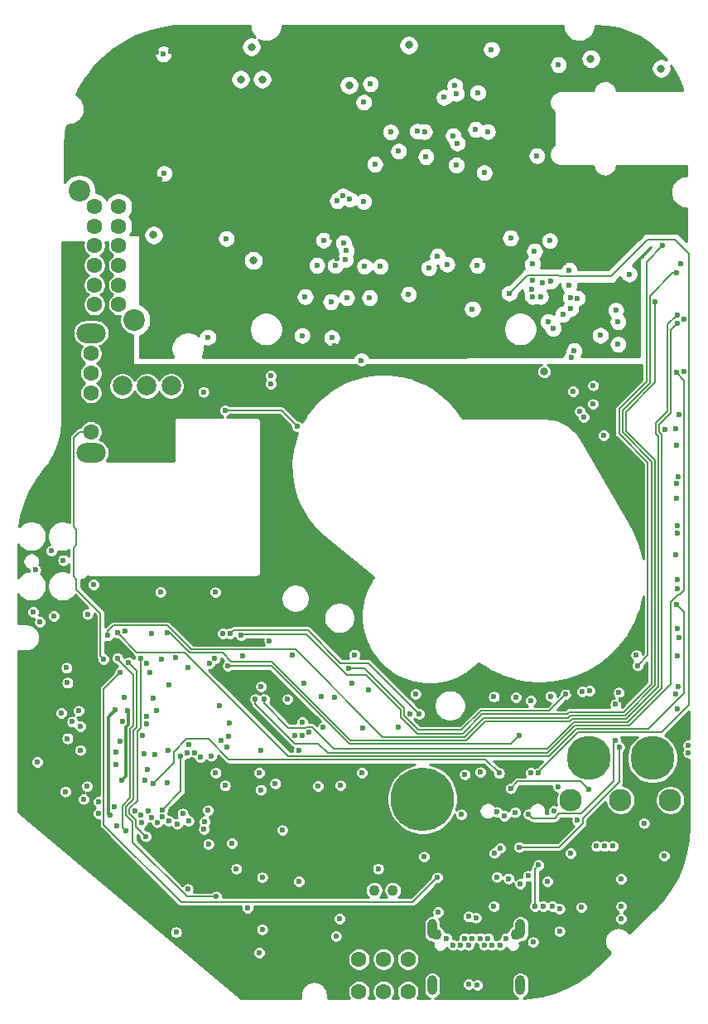
<source format=gbr>
G04 #@! TF.GenerationSoftware,KiCad,Pcbnew,5.1.6+dfsg1-1~bpo10+1*
G04 #@! TF.CreationDate,2020-12-21T12:29:25-05:00*
G04 #@! TF.ProjectId,4GRCP_Mainboard,34475243-505f-44d6-9169-6e626f617264,rev?*
G04 #@! TF.SameCoordinates,Original*
G04 #@! TF.FileFunction,Copper,L3,Inr*
G04 #@! TF.FilePolarity,Positive*
%FSLAX46Y46*%
G04 Gerber Fmt 4.6, Leading zero omitted, Abs format (unit mm)*
G04 Created by KiCad (PCBNEW 5.1.6+dfsg1-1~bpo10+1) date 2020-12-21 12:29:25*
%MOMM*%
%LPD*%
G01*
G04 APERTURE LIST*
G04 #@! TA.AperFunction,ViaPad*
%ADD10O,1.000000X2.000000*%
G04 #@! TD*
G04 #@! TA.AperFunction,ViaPad*
%ADD11C,1.100000*%
G04 #@! TD*
G04 #@! TA.AperFunction,ViaPad*
%ADD12C,0.600000*%
G04 #@! TD*
G04 #@! TA.AperFunction,ViaPad*
%ADD13C,4.500000*%
G04 #@! TD*
G04 #@! TA.AperFunction,ViaPad*
%ADD14C,2.300000*%
G04 #@! TD*
G04 #@! TA.AperFunction,ViaPad*
%ADD15O,3.000000X2.000000*%
G04 #@! TD*
G04 #@! TA.AperFunction,ViaPad*
%ADD16C,1.600000*%
G04 #@! TD*
G04 #@! TA.AperFunction,ViaPad*
%ADD17C,2.200000*%
G04 #@! TD*
G04 #@! TA.AperFunction,ViaPad*
%ADD18C,6.500000*%
G04 #@! TD*
G04 #@! TA.AperFunction,ViaPad*
%ADD19C,2.000000*%
G04 #@! TD*
G04 #@! TA.AperFunction,ViaPad*
%ADD20C,0.800000*%
G04 #@! TD*
G04 #@! TA.AperFunction,Conductor*
%ADD21C,0.200000*%
G04 #@! TD*
G04 #@! TA.AperFunction,Conductor*
%ADD22C,0.350000*%
G04 #@! TD*
G04 #@! TA.AperFunction,Conductor*
%ADD23C,0.254000*%
G04 #@! TD*
G04 APERTURE END LIST*
D10*
X155000000Y-153005000D03*
X164000000Y-153005000D03*
D11*
X155450000Y-147805000D03*
D10*
X155000000Y-147255000D03*
D11*
X163550000Y-147805000D03*
D10*
X164000000Y-147255000D03*
D12*
X161900000Y-148905000D03*
X161100000Y-148905000D03*
X160300000Y-148905000D03*
X157100000Y-148905000D03*
X157900000Y-148905000D03*
X158700000Y-148905000D03*
X162550000Y-148205000D03*
X160700000Y-148205000D03*
X159900000Y-148205000D03*
X156450000Y-148205000D03*
X158300000Y-148205000D03*
X159100000Y-148205000D03*
D13*
X171010000Y-129800000D03*
D11*
X149050000Y-143300000D03*
X150950000Y-143300000D03*
D14*
X169170000Y-134100000D03*
X174250000Y-134100000D03*
X179330000Y-134100000D03*
D15*
X120100000Y-86400000D03*
X120100000Y-98600000D03*
D16*
X120100000Y-88500000D03*
X120100000Y-90500000D03*
X120100000Y-92500000D03*
X120100000Y-96500000D03*
X120450000Y-73500000D03*
X120450000Y-75500000D03*
X120450000Y-77500000D03*
X120450000Y-79500000D03*
X120450000Y-81500000D03*
X120450000Y-83500000D03*
X122950000Y-73500000D03*
X122950000Y-75500000D03*
X122950000Y-77500000D03*
X122950000Y-79500000D03*
X122950000Y-81500000D03*
X122950000Y-83500000D03*
D17*
X118900000Y-71900000D03*
X124500000Y-85100000D03*
D16*
X147500000Y-150350000D03*
X147500000Y-153650000D03*
X150000000Y-150350000D03*
X150000000Y-153650000D03*
X152500000Y-150350000D03*
X152500000Y-153650000D03*
D18*
X154000000Y-134000000D03*
D13*
X177510000Y-129800000D03*
D19*
X128300000Y-91800000D03*
X123300000Y-91800000D03*
X125800000Y-91800000D03*
D12*
X114600000Y-130200000D03*
X116300000Y-115300000D03*
X157150000Y-66250000D03*
X160650000Y-65849998D03*
X150731792Y-65881792D03*
X127510000Y-57930000D03*
X165300000Y-148600000D03*
X174300000Y-142150010D03*
X174316944Y-144966954D03*
X170250000Y-145050000D03*
X166350000Y-144949989D03*
X155605805Y-145540872D03*
X127300000Y-119700000D03*
X135600000Y-119350000D03*
X119000000Y-129000000D03*
X137600000Y-147300000D03*
X136100000Y-145100000D03*
X130000000Y-143200000D03*
X161600000Y-141950010D03*
X173438916Y-138800015D03*
X172609289Y-138800015D03*
X137500000Y-122500000D03*
X145600000Y-132600000D03*
X181174990Y-128502177D03*
X180029986Y-112550000D03*
X180095151Y-106866759D03*
X180157147Y-101066647D03*
X180200000Y-94750000D03*
X180705085Y-85000012D03*
X180697593Y-90364786D03*
D20*
X166450000Y-90350000D03*
D12*
X166250000Y-81300000D03*
X171450000Y-91750000D03*
X167100000Y-81100000D03*
X165123506Y-81960379D03*
X174000000Y-87550000D03*
X174000000Y-85250000D03*
X167900000Y-59000000D03*
X145150000Y-147999998D03*
X127200000Y-112850000D03*
X117275000Y-109600000D03*
X120375000Y-112100000D03*
X144964536Y-123585454D03*
X146802248Y-122200022D03*
X165050000Y-123925032D03*
X147900000Y-126700000D03*
X180155753Y-122532113D03*
X180199990Y-117523931D03*
X157975000Y-135575000D03*
X159894264Y-131250111D03*
X140654449Y-119275021D03*
X126150000Y-121025000D03*
X130069195Y-136231772D03*
X137309441Y-131297672D03*
X147800000Y-131300043D03*
X130038915Y-120538917D03*
X131600000Y-92425000D03*
X126819967Y-124924990D03*
X140200000Y-123800010D03*
X138349990Y-117825000D03*
X132850008Y-131297681D03*
X132825000Y-112875000D03*
X137475000Y-133050000D03*
X125499990Y-129400000D03*
X125893921Y-131000884D03*
X167000001Y-76975000D03*
X180382499Y-79346933D03*
X157449937Y-69258906D03*
X127574936Y-70119523D03*
X125368211Y-127468211D03*
X125792037Y-126323043D03*
X119750000Y-115100000D03*
X171433281Y-93657315D03*
X141350000Y-142400000D03*
X176638910Y-136458922D03*
X149451880Y-141100053D03*
X154164961Y-139880032D03*
X173742272Y-124319990D03*
X174070661Y-123139280D03*
X138949820Y-132403322D03*
X159442368Y-146106808D03*
X137600000Y-142000000D03*
X137300000Y-149700000D03*
X128800000Y-147600000D03*
X114400000Y-110600000D03*
X122774991Y-136706682D03*
X114200000Y-114899996D03*
X119350010Y-134000000D03*
X161300000Y-123550000D03*
X152750000Y-125300000D03*
X125278781Y-136415225D03*
X116050000Y-108650000D03*
X114883338Y-115897623D03*
X126436135Y-132411870D03*
X163550010Y-123613909D03*
X161828980Y-131349061D03*
X119700000Y-132700000D03*
X159600000Y-153000000D03*
X158700000Y-152900000D03*
X134500000Y-138499994D03*
X132100000Y-138600000D03*
X126450000Y-123725000D03*
X127973204Y-129015014D03*
X133803845Y-132621979D03*
X141200055Y-95950000D03*
X133800000Y-94300000D03*
D20*
X126500000Y-76400000D03*
X171200000Y-58400000D03*
X152600000Y-57000000D03*
X136500000Y-57200000D03*
X137600000Y-60500000D03*
X135400000Y-60499992D03*
D12*
X160000000Y-123700000D03*
X159100000Y-133100000D03*
X138200000Y-121700000D03*
X130454490Y-146545510D03*
X136400000Y-149800000D03*
X118461090Y-130061090D03*
X140700000Y-126000000D03*
X169343661Y-123000010D03*
X115754055Y-109644213D03*
X165450000Y-78050000D03*
X143875185Y-76925661D03*
X136554390Y-132993961D03*
X127079133Y-115593034D03*
X174242188Y-120979959D03*
X159100000Y-83950000D03*
X134300000Y-122100011D03*
X130700000Y-131850030D03*
X138525000Y-140925000D03*
X119550000Y-117075000D03*
X140975000Y-131325000D03*
X136650000Y-115000000D03*
X115549990Y-122250000D03*
X124500006Y-140750000D03*
X174335978Y-123840796D03*
X172970650Y-123240770D03*
X173761091Y-84088909D03*
X169246875Y-88924999D03*
X167350000Y-85950000D03*
X166850000Y-85250000D03*
X168000000Y-147500000D03*
X161938852Y-139000000D03*
X169374998Y-92350000D03*
X165500000Y-144949989D03*
X165849988Y-140749990D03*
X143300000Y-132675000D03*
X128930371Y-136533203D03*
X128100000Y-122350000D03*
X130129291Y-128431475D03*
X163450000Y-135350000D03*
X174300000Y-146200000D03*
X123274968Y-132100000D03*
X128750000Y-119575000D03*
X123875000Y-124925000D03*
X120874998Y-135475000D03*
X133950000Y-76750000D03*
D20*
X136700000Y-79000000D03*
D12*
X157550000Y-67024990D03*
X149125000Y-69175000D03*
X160300000Y-70049928D03*
D20*
X139950000Y-75450000D03*
D12*
X152300000Y-70150000D03*
X157600000Y-74100000D03*
X147400000Y-70300000D03*
X139950000Y-60250002D03*
X139950000Y-64650000D03*
X150150000Y-73050000D03*
X158725000Y-77575000D03*
X150870000Y-77450002D03*
D20*
X166350000Y-88550000D03*
D12*
X125300000Y-57750000D03*
X138050000Y-79600000D03*
X149700000Y-78250000D03*
X153900000Y-63749990D03*
X162625000Y-61475000D03*
X161150000Y-77775000D03*
X171600000Y-71375000D03*
X145250000Y-78800000D03*
X153475000Y-73800000D03*
X164275000Y-59575000D03*
X173425000Y-58325000D03*
X155425000Y-56924990D03*
X144775000Y-76625000D03*
X142425000Y-76375000D03*
X160400000Y-79000000D03*
X145029215Y-87673184D03*
X148925000Y-77075000D03*
X174100000Y-73100000D03*
X129600000Y-65900000D03*
X128900000Y-65900000D03*
X128200000Y-65800000D03*
X127600000Y-65400000D03*
X127300000Y-64800000D03*
X127300000Y-64100000D03*
X125700000Y-64100000D03*
X125700000Y-64800000D03*
X125800000Y-65500000D03*
X125999992Y-66100000D03*
X126349997Y-66649997D03*
X126900000Y-67100002D03*
X128100000Y-67500000D03*
X128800000Y-67500000D03*
X129500000Y-67500000D03*
X127500000Y-67400000D03*
X129500000Y-72500000D03*
X128800000Y-72400000D03*
X128200000Y-72000000D03*
X127450000Y-71249994D03*
X127100000Y-70700000D03*
X126600000Y-70300000D03*
X126100000Y-69800000D03*
X125600000Y-69300000D03*
X125100000Y-68800000D03*
X125000000Y-68000000D03*
X125300000Y-67200000D03*
X125100000Y-66400000D03*
X124600000Y-65800000D03*
X124100000Y-65200000D03*
X123600000Y-64700000D03*
X122800000Y-64700000D03*
X122000000Y-64800000D03*
X121300000Y-65000000D03*
X120700000Y-65400000D03*
X120200000Y-65900000D03*
X119600000Y-68000000D03*
X119900000Y-68700000D03*
X119600000Y-67299996D03*
X119800000Y-66500000D03*
X120400000Y-69300000D03*
X120900000Y-69800000D03*
X121500000Y-70200000D03*
X122200000Y-70200000D03*
X123000000Y-70200000D03*
X123700000Y-70200000D03*
X124299992Y-70600000D03*
X124800000Y-71000000D03*
X125300000Y-71500000D03*
X125800000Y-72000000D03*
X126300000Y-72500000D03*
X126900000Y-73100000D03*
X127499998Y-73600000D03*
X128100000Y-64100000D03*
X128800000Y-63600000D03*
X129100000Y-62450000D03*
X129200000Y-61700000D03*
X129200000Y-61000000D03*
X129200000Y-60200000D03*
X129100000Y-59550000D03*
X128800000Y-58300000D03*
X128208783Y-57657593D03*
X126796502Y-57698867D03*
X126000000Y-57700000D03*
X124500000Y-57900000D03*
X124000000Y-58600000D03*
X123900000Y-59400000D03*
X123700000Y-60200000D03*
X123700000Y-60900000D03*
X123700000Y-61600000D03*
X123900000Y-62400000D03*
X124200000Y-63550000D03*
X124900000Y-64100000D03*
X177400000Y-74200000D03*
X137750000Y-73750000D03*
X168500000Y-79254099D03*
X151890000Y-76430000D03*
X148930000Y-70250000D03*
X155543243Y-78543235D03*
X154638155Y-79771718D03*
X151550000Y-67850002D03*
X165250000Y-79350000D03*
X148450000Y-122817812D03*
X123507517Y-123632517D03*
X151484093Y-126615907D03*
X125801744Y-125573094D03*
X178700000Y-139800000D03*
X122595052Y-124871740D03*
X122025011Y-135640116D03*
X161613286Y-135313486D03*
X120872020Y-134269810D03*
X161349984Y-139500000D03*
X158700000Y-146000000D03*
X161300000Y-144949999D03*
X134958588Y-141100074D03*
X163875000Y-127500000D03*
X134100000Y-120399990D03*
X127425023Y-135081657D03*
X123050000Y-128125000D03*
X129300000Y-129599945D03*
X122672675Y-129221355D03*
X130725572Y-129249983D03*
X122616181Y-130488442D03*
X131298529Y-129733964D03*
X126648683Y-129452209D03*
X129975979Y-129275029D03*
X154350014Y-68400000D03*
X165700011Y-68300000D03*
X169851840Y-82852675D03*
X169102535Y-82820101D03*
X169150000Y-83927664D03*
X169507145Y-88215897D03*
X166077834Y-82699999D03*
X165250000Y-82699998D03*
X172175000Y-86650000D03*
X125803134Y-120145794D03*
X139650000Y-137175010D03*
X167088434Y-123483808D03*
X153275000Y-123275000D03*
X144725000Y-86900000D03*
X129475000Y-135500000D03*
X117475000Y-133225000D03*
X162349990Y-135700000D03*
X170334443Y-123001622D03*
X153675000Y-125300000D03*
X134325000Y-117075021D03*
X132203679Y-120155524D03*
X171080000Y-122920000D03*
X153451904Y-65796565D03*
X154200000Y-65850000D03*
X163000000Y-76700000D03*
X117700000Y-127800000D03*
X119019346Y-126580503D03*
X169001256Y-81497498D03*
X180029980Y-111550000D03*
X123325000Y-126102485D03*
X179895163Y-109026944D03*
X134151601Y-127550840D03*
X135436084Y-117286084D03*
X180000000Y-80250000D03*
X143688916Y-123549990D03*
X176006401Y-120360326D03*
X178550000Y-77500000D03*
X181174990Y-129252179D03*
X125972163Y-135168884D03*
X126293054Y-135846783D03*
X180029999Y-124775576D03*
X179926083Y-123246095D03*
X126863401Y-136364237D03*
X180029998Y-119347506D03*
X127393066Y-135833226D03*
X180029964Y-116600000D03*
X128035515Y-136220236D03*
X122800000Y-117000000D03*
X179961690Y-114122585D03*
X180029986Y-84550000D03*
X127897172Y-117025004D03*
X121789337Y-117295735D03*
X177786084Y-83213916D03*
X136900000Y-123800000D03*
X179950032Y-90425372D03*
X137800000Y-123800002D03*
X180051979Y-85457720D03*
X141700537Y-126149979D03*
X179879430Y-96198826D03*
X143850000Y-126675000D03*
X178750000Y-96250000D03*
X180000000Y-101800000D03*
X141667245Y-127485730D03*
X179990380Y-97843647D03*
X142357017Y-127191227D03*
X180029978Y-106050000D03*
X134252778Y-126199945D03*
X179960872Y-103312230D03*
X140919307Y-127541475D03*
X117700000Y-122125000D03*
X117600000Y-120600000D03*
X121375000Y-119700000D03*
X122800000Y-119600000D03*
X169132868Y-139532174D03*
X123700000Y-137275000D03*
X159650000Y-61875000D03*
X123625000Y-116825010D03*
X132900000Y-143950000D03*
X123950000Y-120050000D03*
X155500000Y-142000000D03*
X123100000Y-121050000D03*
X125701416Y-137798584D03*
X125161065Y-119595784D03*
X133575497Y-117102322D03*
X132398540Y-129600345D03*
X141375000Y-129050000D03*
X141686411Y-86661411D03*
X146225000Y-78000000D03*
X134030538Y-128650851D03*
X145900000Y-77175000D03*
X133426031Y-128023967D03*
X137450000Y-129025000D03*
X127875000Y-132325000D03*
X133250000Y-124425000D03*
X141900000Y-122175000D03*
X168648388Y-123281281D03*
X146450000Y-120650000D03*
X132763480Y-119656384D03*
X126300000Y-117100000D03*
X122500000Y-134825000D03*
X125598329Y-132099989D03*
X145074990Y-79529721D03*
X124587693Y-135225866D03*
X146100000Y-78925000D03*
X125191867Y-135670266D03*
X159600000Y-79500004D03*
X147986194Y-72982787D03*
X149700000Y-79600000D03*
X146536172Y-72754076D03*
X148600000Y-82800000D03*
X145875000Y-72400000D03*
X148075010Y-79600000D03*
X145288909Y-72886091D03*
X146250010Y-82800000D03*
X144626416Y-83226416D03*
X143200000Y-79500004D03*
X142000000Y-82700000D03*
X159426996Y-65609167D03*
D20*
X146500000Y-61100000D03*
D12*
X157449998Y-61950000D03*
X156200000Y-62350000D03*
X148000000Y-62850000D03*
X157300236Y-61165093D03*
X163014977Y-132900000D03*
X171008916Y-132990010D03*
X163900000Y-138900000D03*
X174096850Y-128687927D03*
X164850010Y-135559886D03*
X173736648Y-128030085D03*
X165843421Y-131349996D03*
X162875000Y-82350000D03*
X168350000Y-84500006D03*
X167900000Y-132750000D03*
X145500000Y-146200000D03*
X168000000Y-145200000D03*
X169839634Y-136172156D03*
X167250000Y-144949999D03*
X171800000Y-138800015D03*
X131658671Y-137066139D03*
X117050000Y-125200000D03*
X131729021Y-136319434D03*
X167449991Y-135222177D03*
X166786627Y-142400195D03*
X162808513Y-142113654D03*
X163995708Y-142649989D03*
X164787552Y-141850010D03*
D20*
X178400000Y-59400000D03*
D12*
X165200000Y-81025010D03*
X161050000Y-57450000D03*
X148675000Y-60975000D03*
X172530018Y-96844982D03*
X118850032Y-124978200D03*
X156500000Y-79400000D03*
X138500010Y-91604964D03*
X152570000Y-82445000D03*
X138500010Y-90750000D03*
X118200000Y-126100000D03*
X169000004Y-80000000D03*
X147750000Y-89250000D03*
X170092517Y-94407481D03*
X175863055Y-119313055D03*
X170500000Y-95000000D03*
X147050000Y-119250000D03*
X158325000Y-131500000D03*
X165050000Y-131319998D03*
X132050000Y-86825000D03*
X132050000Y-135150000D03*
X175125000Y-80400000D03*
D21*
X161828980Y-131349061D02*
X160454950Y-129975030D01*
X132095478Y-127881474D02*
X129865290Y-127881474D01*
X129865290Y-127881474D02*
X128573984Y-129172780D01*
X160454950Y-129975030D02*
X134189034Y-129975030D01*
X128573984Y-129172780D02*
X128573984Y-130274021D01*
X134189034Y-129975030D02*
X132095478Y-127881474D01*
X128573984Y-130274021D02*
X126436135Y-132411870D01*
X139550055Y-94300000D02*
X133800000Y-94300000D01*
X141200055Y-95950000D02*
X139550055Y-94300000D01*
X169068651Y-122725000D02*
X169343661Y-123000010D01*
X160000000Y-123700000D02*
X160975000Y-122725000D01*
X160975000Y-122725000D02*
X169068651Y-122725000D01*
X165500000Y-144949989D02*
X165500000Y-141099978D01*
X165500000Y-141099978D02*
X165849988Y-140749990D01*
D22*
X123274968Y-132100000D02*
X123693175Y-131681793D01*
X123693175Y-126631827D02*
X123950001Y-126375001D01*
X123950001Y-125000001D02*
X123875000Y-124925000D01*
X123950001Y-126375001D02*
X123950001Y-125000001D01*
X123693175Y-131681793D02*
X123693175Y-126631827D01*
X121863032Y-134997974D02*
X121900012Y-135034954D01*
X121900012Y-135515117D02*
X122025011Y-135640116D01*
X121863032Y-125603760D02*
X121863032Y-134997974D01*
X121900012Y-135034954D02*
X121900012Y-135515117D01*
X122595052Y-124871740D02*
X121863032Y-125603760D01*
D21*
X138540998Y-120399990D02*
X134100000Y-120399990D01*
X163000000Y-128375000D02*
X146516008Y-128375000D01*
X163875000Y-127500000D02*
X163000000Y-128375000D01*
X146516008Y-128375000D02*
X138540998Y-120399990D01*
X127425023Y-135081657D02*
X129300000Y-133206680D01*
X129300000Y-133206680D02*
X129300000Y-129599945D01*
X148474999Y-120099999D02*
X145624999Y-120099999D01*
X134663938Y-116736083D02*
X134325000Y-117075021D01*
X145624999Y-120099999D02*
X142261083Y-116736083D01*
X153675000Y-125300000D02*
X148474999Y-120099999D01*
X142261083Y-116736083D02*
X134663938Y-116736083D01*
X151749988Y-124844978D02*
X151749988Y-125608980D01*
X151749988Y-125608980D02*
X153441018Y-127300010D01*
X148205012Y-121300002D02*
X151749988Y-124844978D01*
X174449990Y-96544978D02*
X174449991Y-94306020D01*
X179575736Y-80250000D02*
X180000000Y-80250000D01*
X177236082Y-91519929D02*
X177236082Y-82589654D01*
X158144981Y-127300011D02*
X160104992Y-125340000D01*
X153441018Y-127300010D02*
X158144981Y-127300011D01*
X142134583Y-117173585D02*
X146260999Y-121300001D01*
X177435827Y-99530815D02*
X174449990Y-96544978D01*
X174449991Y-94306020D02*
X177236082Y-91519929D01*
X168760060Y-125340000D02*
X169000126Y-125099934D01*
X169000126Y-125099934D02*
X174557298Y-125099934D01*
X160104992Y-125340000D02*
X168760060Y-125340000D01*
X135548583Y-117173585D02*
X142134583Y-117173585D01*
X135436084Y-117286084D02*
X135548583Y-117173585D01*
X146260999Y-121300001D02*
X148205012Y-121300002D01*
X174557298Y-125099934D02*
X177435827Y-122221405D01*
X177236082Y-82589654D02*
X179575736Y-80250000D01*
X177435827Y-122221405D02*
X177435827Y-99530815D01*
X177050000Y-119316727D02*
X177050000Y-99639978D01*
X176006401Y-120360326D02*
X177050000Y-119316727D01*
X174099981Y-94161040D02*
X176886072Y-91374949D01*
X176886072Y-79163928D02*
X178550000Y-77500000D01*
X176886072Y-91374949D02*
X176886072Y-79163928D01*
X177050000Y-99639978D02*
X174099980Y-96689956D01*
X174099980Y-96689956D02*
X174099981Y-94161040D01*
X166949991Y-129625019D02*
X169725021Y-126849989D01*
X177100011Y-126849989D02*
X180750000Y-123200000D01*
X140285039Y-129625019D02*
X166949991Y-129625019D01*
X122800000Y-117000000D02*
X124799999Y-118999999D01*
X124799999Y-118999999D02*
X129660019Y-118999999D01*
X169725021Y-126849989D02*
X177100011Y-126849989D01*
X129660019Y-118999999D02*
X140285039Y-129625019D01*
X180750000Y-123200000D02*
X180750000Y-114910895D01*
X180750000Y-114910895D02*
X179961690Y-114122585D01*
X134389001Y-119924999D02*
X133539024Y-119075022D01*
X177849988Y-95591020D02*
X177849988Y-96658980D01*
X133539024Y-119075022D02*
X130230032Y-119075022D01*
X178135848Y-122511364D02*
X174847256Y-125799956D01*
X174847256Y-125799956D02*
X169290084Y-125799956D01*
X169290084Y-125799956D02*
X169040073Y-126049967D01*
X169040073Y-126049967D02*
X160385005Y-126049967D01*
X160385005Y-126049967D02*
X158434939Y-128000033D01*
X179050011Y-94390997D02*
X177849988Y-95591020D01*
X158434939Y-128000033D02*
X146636030Y-128000032D01*
X178135849Y-96944841D02*
X178135848Y-122511364D01*
X177849988Y-96658980D02*
X178135849Y-96944841D01*
X180029986Y-84550000D02*
X179050011Y-85529975D01*
X128180014Y-117025004D02*
X127897172Y-117025004D01*
X179050011Y-85529975D02*
X179050011Y-94390997D01*
X130230032Y-119075022D02*
X128180014Y-117025004D01*
X138560997Y-119924999D02*
X134389001Y-119924999D01*
X146636030Y-128000032D02*
X138560997Y-119924999D01*
X174800001Y-94451000D02*
X177786084Y-91464917D01*
X158289960Y-127650022D02*
X160240026Y-125699956D01*
X122385808Y-116275000D02*
X127925000Y-116275000D01*
X127925000Y-116275000D02*
X130375011Y-118725011D01*
X130375011Y-118725011D02*
X140997911Y-118725011D01*
X140997911Y-118725011D02*
X149922922Y-127650022D01*
X177786084Y-91464917D02*
X177786084Y-83213916D01*
X168895094Y-125699956D02*
X169145105Y-125449945D01*
X121789337Y-117295735D02*
X121789337Y-116871471D01*
X121789337Y-116871471D02*
X122385808Y-116275000D01*
X160240026Y-125699956D02*
X168895094Y-125699956D01*
X169145105Y-125449945D02*
X174702277Y-125449945D01*
X174702277Y-125449945D02*
X177785838Y-122366384D01*
X174800001Y-96399999D02*
X174800001Y-94451000D01*
X177785838Y-122366384D02*
X177785837Y-99385835D01*
X177785837Y-99385835D02*
X174800001Y-96399999D01*
X149922922Y-127650022D02*
X158289960Y-127650022D01*
X180170272Y-113100001D02*
X180293987Y-113100001D01*
X180293987Y-113100001D02*
X180750001Y-112643987D01*
X136900000Y-123800000D02*
X136900000Y-124300000D01*
X143350000Y-128325000D02*
X144300008Y-129275008D01*
X169580042Y-126499978D02*
X175137214Y-126499978D01*
X180750001Y-91225341D02*
X179950032Y-90425372D01*
X180750001Y-112643987D02*
X180750001Y-91225341D01*
X179411689Y-113858584D02*
X180170272Y-113100001D01*
X179411689Y-122225503D02*
X179411689Y-113858584D01*
X140925000Y-128325000D02*
X143350000Y-128325000D01*
X166805012Y-129275008D02*
X169580042Y-126499978D01*
X144300008Y-129275008D02*
X166805012Y-129275008D01*
X136900000Y-124300000D02*
X140925000Y-128325000D01*
X175137214Y-126499978D02*
X179411689Y-122225503D01*
X137800000Y-123800002D02*
X137800000Y-124224266D01*
X144935998Y-128850000D02*
X166735030Y-128850000D01*
X179400022Y-94535976D02*
X179400022Y-86109677D01*
X179400022Y-86109677D02*
X180051979Y-85457720D01*
X174992235Y-126149967D02*
X178485860Y-122656342D01*
X178485860Y-96799862D02*
X178199999Y-96514001D01*
X140275733Y-126699999D02*
X142034243Y-126699999D01*
X178199999Y-95735999D02*
X179400022Y-94535976D01*
X178199999Y-96514001D02*
X178199999Y-95735999D01*
X178485860Y-122656342D02*
X178485860Y-96799862D01*
X169435063Y-126149967D02*
X174992235Y-126149967D01*
X166735030Y-128850000D02*
X169435063Y-126149967D01*
X142727224Y-126641226D02*
X144935998Y-128850000D01*
X142093016Y-126641226D02*
X142727224Y-126641226D01*
X142034243Y-126699999D02*
X142093016Y-126641226D01*
X137800000Y-124224266D02*
X140275733Y-126699999D01*
X121075001Y-115025001D02*
X121075001Y-119400001D01*
X118612501Y-112562501D02*
X121075001Y-115025001D01*
X121075001Y-119400001D02*
X121375000Y-119700000D01*
X118334499Y-108326159D02*
X118334499Y-111271997D01*
X118334499Y-111271997D02*
X118612501Y-111549999D01*
X118968630Y-96500000D02*
X118349990Y-97118640D01*
X120100000Y-96500000D02*
X118968630Y-96500000D01*
X118612501Y-111549999D02*
X118612501Y-112562501D01*
X118349990Y-97118640D02*
X118349990Y-106207488D01*
X118349990Y-106207488D02*
X118612501Y-106469999D01*
X118612501Y-108048157D02*
X118334499Y-108326159D01*
X118612501Y-106469999D02*
X118612501Y-108048157D01*
X122800000Y-119600000D02*
X122800000Y-119714002D01*
X124118184Y-126807874D02*
X124118184Y-133891393D01*
X123325001Y-136900001D02*
X123700000Y-137275000D01*
X124425001Y-121339003D02*
X124425001Y-126501057D01*
X124425001Y-126501057D02*
X124118184Y-126807874D01*
X122800000Y-119714002D02*
X124425001Y-121339003D01*
X124118184Y-133891393D02*
X123325001Y-134684576D01*
X123325001Y-134684576D02*
X123325001Y-136900001D01*
X124468195Y-134036372D02*
X124468195Y-126952853D01*
X132900000Y-143950000D02*
X129935998Y-143950000D01*
X129935998Y-143950000D02*
X124375001Y-138389003D01*
X124375001Y-136285997D02*
X123684972Y-135595968D01*
X124775012Y-120875012D02*
X123950000Y-120050000D01*
X123684973Y-134819594D02*
X124468195Y-134036372D01*
X124468195Y-126952853D02*
X124775012Y-126646036D01*
X124775012Y-126646036D02*
X124775012Y-120875012D01*
X123684972Y-135595968D02*
X123684973Y-134819594D01*
X124375001Y-138389003D02*
X124375001Y-136285997D01*
X152999999Y-144500001D02*
X129314005Y-144500001D01*
X121425001Y-136610997D02*
X121425001Y-122724999D01*
X129314005Y-144500001D02*
X121425001Y-136610997D01*
X121425001Y-122724999D02*
X123100000Y-121050000D01*
X155500000Y-142000000D02*
X152999999Y-144500001D01*
X124725012Y-136822180D02*
X124725012Y-136141018D01*
X125701416Y-137798584D02*
X124725012Y-136822180D01*
X124818205Y-134181352D02*
X124818205Y-127097833D01*
X124034983Y-135450989D02*
X124034983Y-134964574D01*
X124725012Y-136141018D02*
X124034983Y-135450989D01*
X124034983Y-134964574D02*
X124818205Y-134181352D01*
X125161065Y-126754973D02*
X125161065Y-119595784D01*
X124818205Y-127097833D02*
X125161065Y-126754973D01*
X159960013Y-124989989D02*
X158000001Y-126950001D01*
X168648388Y-123281281D02*
X166939680Y-124989989D01*
X166939680Y-124989989D02*
X159960013Y-124989989D01*
X148050000Y-120650000D02*
X146450000Y-120650000D01*
X152099999Y-124699999D02*
X148050000Y-120650000D01*
X153585998Y-126950000D02*
X152099999Y-125464001D01*
X152099999Y-125464001D02*
X152099999Y-124699999D01*
X158000001Y-126950001D02*
X153585998Y-126950000D01*
X163739976Y-132175001D02*
X170193907Y-132175001D01*
X170193907Y-132175001D02*
X171008916Y-132990010D01*
X163014977Y-132900000D02*
X163739976Y-132175001D01*
X170389635Y-136474317D02*
X170389635Y-135946315D01*
X170389635Y-135946315D02*
X174096850Y-132239100D01*
X174096850Y-132239100D02*
X174096850Y-128687927D01*
X163900000Y-138900000D02*
X167963952Y-138900000D01*
X167963952Y-138900000D02*
X170389635Y-136474317D01*
X173510001Y-132189999D02*
X173510001Y-128256732D01*
X173510001Y-128256732D02*
X173736648Y-128030085D01*
X167489999Y-135960001D02*
X167949999Y-135500001D01*
X170199999Y-135500001D02*
X173510001Y-132189999D01*
X164850010Y-135559886D02*
X165250125Y-135960001D01*
X167949999Y-135500001D02*
X170199999Y-135500001D01*
X165250125Y-135960001D02*
X167489999Y-135960001D01*
X169870000Y-127200000D02*
X165843421Y-131226579D01*
X181255086Y-124364491D02*
X178419577Y-127200000D01*
X179814002Y-76900000D02*
X181255086Y-78341084D01*
X177025000Y-76900000D02*
X179814002Y-76900000D01*
X173288737Y-80636263D02*
X177025000Y-76900000D01*
X167833806Y-80475000D02*
X167995069Y-80636263D01*
X162875000Y-82350000D02*
X164750000Y-80475000D01*
X165843421Y-131226579D02*
X165843421Y-131349996D01*
X181255086Y-78341084D02*
X181255086Y-124364491D01*
X164750000Y-80475000D02*
X167833806Y-80475000D01*
X178419577Y-127200000D02*
X169870000Y-127200000D01*
X167995069Y-80636263D02*
X173288737Y-80636263D01*
D23*
G36*
X119323563Y-77143811D02*
G01*
X119318231Y-77156682D01*
X119273000Y-77384076D01*
X119273000Y-77615924D01*
X119318231Y-77843318D01*
X119406956Y-78057519D01*
X119535764Y-78250294D01*
X119699706Y-78414236D01*
X119828061Y-78500000D01*
X119699706Y-78585764D01*
X119535764Y-78749706D01*
X119406956Y-78942481D01*
X119318231Y-79156682D01*
X119273000Y-79384076D01*
X119273000Y-79615924D01*
X119318231Y-79843318D01*
X119406956Y-80057519D01*
X119535764Y-80250294D01*
X119699706Y-80414236D01*
X119828061Y-80500000D01*
X119699706Y-80585764D01*
X119535764Y-80749706D01*
X119406956Y-80942481D01*
X119318231Y-81156682D01*
X119273000Y-81384076D01*
X119273000Y-81615924D01*
X119318231Y-81843318D01*
X119406956Y-82057519D01*
X119535764Y-82250294D01*
X119699706Y-82414236D01*
X119828061Y-82500000D01*
X119699706Y-82585764D01*
X119535764Y-82749706D01*
X119406956Y-82942481D01*
X119318231Y-83156682D01*
X119273000Y-83384076D01*
X119273000Y-83615924D01*
X119318231Y-83843318D01*
X119406956Y-84057519D01*
X119535764Y-84250294D01*
X119699706Y-84414236D01*
X119892481Y-84543044D01*
X120106682Y-84631769D01*
X120334076Y-84677000D01*
X120565924Y-84677000D01*
X120793318Y-84631769D01*
X121007519Y-84543044D01*
X121200294Y-84414236D01*
X121364236Y-84250294D01*
X121493044Y-84057519D01*
X121581769Y-83843318D01*
X121627000Y-83615924D01*
X121627000Y-83384076D01*
X121581769Y-83156682D01*
X121493044Y-82942481D01*
X121364236Y-82749706D01*
X121200294Y-82585764D01*
X121071939Y-82500000D01*
X121200294Y-82414236D01*
X121364236Y-82250294D01*
X121493044Y-82057519D01*
X121581769Y-81843318D01*
X121627000Y-81615924D01*
X121627000Y-81384076D01*
X121581769Y-81156682D01*
X121493044Y-80942481D01*
X121364236Y-80749706D01*
X121200294Y-80585764D01*
X121071939Y-80500000D01*
X121200294Y-80414236D01*
X121364236Y-80250294D01*
X121493044Y-80057519D01*
X121581769Y-79843318D01*
X121627000Y-79615924D01*
X121627000Y-79384076D01*
X121581769Y-79156682D01*
X121493044Y-78942481D01*
X121364236Y-78749706D01*
X121200294Y-78585764D01*
X121071939Y-78500000D01*
X121200294Y-78414236D01*
X121364236Y-78250294D01*
X121493044Y-78057519D01*
X121581769Y-77843318D01*
X121627000Y-77615924D01*
X121627000Y-77384076D01*
X121581769Y-77156682D01*
X121577922Y-77147395D01*
X121821917Y-77147783D01*
X121818231Y-77156682D01*
X121773000Y-77384076D01*
X121773000Y-77615924D01*
X121818231Y-77843318D01*
X121906956Y-78057519D01*
X122035764Y-78250294D01*
X122199706Y-78414236D01*
X122328061Y-78500000D01*
X122199706Y-78585764D01*
X122035764Y-78749706D01*
X121906956Y-78942481D01*
X121818231Y-79156682D01*
X121773000Y-79384076D01*
X121773000Y-79615924D01*
X121818231Y-79843318D01*
X121906956Y-80057519D01*
X122035764Y-80250294D01*
X122199706Y-80414236D01*
X122328061Y-80500000D01*
X122199706Y-80585764D01*
X122035764Y-80749706D01*
X121906956Y-80942481D01*
X121818231Y-81156682D01*
X121773000Y-81384076D01*
X121773000Y-81615924D01*
X121818231Y-81843318D01*
X121906956Y-82057519D01*
X122035764Y-82250294D01*
X122199706Y-82414236D01*
X122328061Y-82500000D01*
X122199706Y-82585764D01*
X122035764Y-82749706D01*
X121906956Y-82942481D01*
X121818231Y-83156682D01*
X121773000Y-83384076D01*
X121773000Y-83615924D01*
X121818231Y-83843318D01*
X121906956Y-84057519D01*
X122035764Y-84250294D01*
X122199706Y-84414236D01*
X122392481Y-84543044D01*
X122606682Y-84631769D01*
X122834076Y-84677000D01*
X123065924Y-84677000D01*
X123078709Y-84674457D01*
X123023000Y-84954528D01*
X123023000Y-85245472D01*
X123079760Y-85530825D01*
X123191099Y-85799622D01*
X123352739Y-86041533D01*
X123558467Y-86247261D01*
X123800378Y-86408901D01*
X124069175Y-86520240D01*
X124354528Y-86577000D01*
X124367103Y-86577000D01*
X124373000Y-89525254D01*
X124375490Y-89550026D01*
X124382765Y-89573835D01*
X124394545Y-89595768D01*
X124410377Y-89614982D01*
X124429654Y-89630738D01*
X124451634Y-89642430D01*
X124475473Y-89649609D01*
X124500051Y-89652000D01*
X147198307Y-89642901D01*
X147224140Y-89681563D01*
X147318437Y-89775860D01*
X147429320Y-89849950D01*
X147552526Y-89900984D01*
X147683321Y-89927000D01*
X147816679Y-89927000D01*
X147947474Y-89900984D01*
X148070680Y-89849950D01*
X148181563Y-89775860D01*
X148275860Y-89681563D01*
X148301989Y-89642458D01*
X166145025Y-89635305D01*
X166081952Y-89661431D01*
X165954691Y-89746464D01*
X165846464Y-89854691D01*
X165761431Y-89981952D01*
X165702859Y-90123357D01*
X165673000Y-90273472D01*
X165673000Y-90426528D01*
X165702859Y-90576643D01*
X165761431Y-90718048D01*
X165846464Y-90845309D01*
X165954691Y-90953536D01*
X166081952Y-91038569D01*
X166223357Y-91097141D01*
X166373472Y-91127000D01*
X166526528Y-91127000D01*
X166676643Y-91097141D01*
X166818048Y-91038569D01*
X166945309Y-90953536D01*
X167053536Y-90845309D01*
X167138569Y-90718048D01*
X167197141Y-90576643D01*
X167227000Y-90426528D01*
X167227000Y-90273472D01*
X167197141Y-90123357D01*
X167138569Y-89981952D01*
X167053536Y-89854691D01*
X166945309Y-89746464D01*
X166818048Y-89661431D01*
X166754385Y-89635061D01*
X176409072Y-89631191D01*
X176409072Y-91177369D01*
X173779252Y-93807190D01*
X173761061Y-93822119D01*
X173701453Y-93894751D01*
X173687476Y-93920900D01*
X173657159Y-93977618D01*
X173629884Y-94067533D01*
X173620675Y-94161040D01*
X173622982Y-94184465D01*
X173622980Y-96666541D01*
X173620674Y-96689956D01*
X173622980Y-96713371D01*
X173622980Y-96713378D01*
X173629883Y-96783463D01*
X173657158Y-96873378D01*
X173701451Y-96956244D01*
X173744228Y-97008367D01*
X173761059Y-97028876D01*
X173779250Y-97043805D01*
X176573001Y-99837559D01*
X176573001Y-109452232D01*
X176569385Y-109432521D01*
X176256609Y-108177447D01*
X176239452Y-108123339D01*
X176239450Y-108123334D01*
X175771840Y-106917365D01*
X175748036Y-106865834D01*
X175140589Y-105742085D01*
X175138051Y-105736471D01*
X170250540Y-97255081D01*
X170245893Y-97248585D01*
X170103792Y-97020989D01*
X170087383Y-96999665D01*
X170072647Y-96977146D01*
X170068658Y-96972255D01*
X169908207Y-96778303D01*
X171853018Y-96778303D01*
X171853018Y-96911661D01*
X171879034Y-97042456D01*
X171930068Y-97165662D01*
X172004158Y-97276545D01*
X172098455Y-97370842D01*
X172209338Y-97444932D01*
X172332544Y-97495966D01*
X172463339Y-97521982D01*
X172596697Y-97521982D01*
X172727492Y-97495966D01*
X172850698Y-97444932D01*
X172961581Y-97370842D01*
X173055878Y-97276545D01*
X173129968Y-97165662D01*
X173181002Y-97042456D01*
X173207018Y-96911661D01*
X173207018Y-96778303D01*
X173181002Y-96647508D01*
X173129968Y-96524302D01*
X173055878Y-96413419D01*
X172961581Y-96319122D01*
X172850698Y-96245032D01*
X172727492Y-96193998D01*
X172596697Y-96167982D01*
X172463339Y-96167982D01*
X172332544Y-96193998D01*
X172209338Y-96245032D01*
X172098455Y-96319122D01*
X172004158Y-96413419D01*
X171930068Y-96524302D01*
X171879034Y-96647508D01*
X171853018Y-96778303D01*
X169908207Y-96778303D01*
X169570409Y-96369976D01*
X169541339Y-96341109D01*
X169512677Y-96311840D01*
X169507814Y-96307817D01*
X168902070Y-95813785D01*
X168867940Y-95791109D01*
X168834146Y-95767970D01*
X168828598Y-95764969D01*
X168828590Y-95764965D01*
X168138429Y-95398000D01*
X168100536Y-95382381D01*
X168062899Y-95366250D01*
X168056874Y-95364384D01*
X168056868Y-95364382D01*
X167308572Y-95138460D01*
X167268404Y-95130506D01*
X167228315Y-95121985D01*
X167222038Y-95121325D01*
X166444108Y-95045048D01*
X166444099Y-95045048D01*
X166422293Y-95042896D01*
X158042658Y-95041257D01*
X157920449Y-94842590D01*
X157920112Y-94842115D01*
X157919841Y-94841605D01*
X157896706Y-94807746D01*
X157545552Y-94340802D01*
X169415517Y-94340802D01*
X169415517Y-94474160D01*
X169441533Y-94604955D01*
X169492567Y-94728161D01*
X169566657Y-94839044D01*
X169660954Y-94933341D01*
X169771837Y-95007431D01*
X169823000Y-95028624D01*
X169823000Y-95066679D01*
X169849016Y-95197474D01*
X169900050Y-95320680D01*
X169974140Y-95431563D01*
X170068437Y-95525860D01*
X170179320Y-95599950D01*
X170302526Y-95650984D01*
X170433321Y-95677000D01*
X170566679Y-95677000D01*
X170697474Y-95650984D01*
X170820680Y-95599950D01*
X170931563Y-95525860D01*
X171025860Y-95431563D01*
X171099950Y-95320680D01*
X171150984Y-95197474D01*
X171177000Y-95066679D01*
X171177000Y-94933321D01*
X171150984Y-94802526D01*
X171099950Y-94679320D01*
X171025860Y-94568437D01*
X170931563Y-94474140D01*
X170820680Y-94400050D01*
X170769517Y-94378857D01*
X170769517Y-94340802D01*
X170743501Y-94210007D01*
X170692467Y-94086801D01*
X170618377Y-93975918D01*
X170524080Y-93881621D01*
X170413197Y-93807531D01*
X170289991Y-93756497D01*
X170159196Y-93730481D01*
X170025838Y-93730481D01*
X169895043Y-93756497D01*
X169771837Y-93807531D01*
X169660954Y-93881621D01*
X169566657Y-93975918D01*
X169492567Y-94086801D01*
X169441533Y-94210007D01*
X169415517Y-94340802D01*
X157545552Y-94340802D01*
X157179733Y-93854360D01*
X157173553Y-93847186D01*
X157168040Y-93839470D01*
X157140630Y-93808969D01*
X156925744Y-93590636D01*
X170756281Y-93590636D01*
X170756281Y-93723994D01*
X170782297Y-93854789D01*
X170833331Y-93977995D01*
X170907421Y-94088878D01*
X171001718Y-94183175D01*
X171112601Y-94257265D01*
X171235807Y-94308299D01*
X171366602Y-94334315D01*
X171499960Y-94334315D01*
X171630755Y-94308299D01*
X171753961Y-94257265D01*
X171864844Y-94183175D01*
X171959141Y-94088878D01*
X172033231Y-93977995D01*
X172084265Y-93854789D01*
X172110281Y-93723994D01*
X172110281Y-93590636D01*
X172084265Y-93459841D01*
X172033231Y-93336635D01*
X171959141Y-93225752D01*
X171864844Y-93131455D01*
X171753961Y-93057365D01*
X171630755Y-93006331D01*
X171499960Y-92980315D01*
X171366602Y-92980315D01*
X171235807Y-93006331D01*
X171112601Y-93057365D01*
X171001718Y-93131455D01*
X170907421Y-93225752D01*
X170833331Y-93336635D01*
X170782297Y-93459841D01*
X170756281Y-93590636D01*
X156925744Y-93590636D01*
X156303863Y-92958780D01*
X156296782Y-92952481D01*
X156290303Y-92945568D01*
X156259100Y-92918959D01*
X155441287Y-92283321D01*
X168697998Y-92283321D01*
X168697998Y-92416679D01*
X168724014Y-92547474D01*
X168775048Y-92670680D01*
X168849138Y-92781563D01*
X168943435Y-92875860D01*
X169054318Y-92949950D01*
X169177524Y-93000984D01*
X169308319Y-93027000D01*
X169441677Y-93027000D01*
X169572472Y-93000984D01*
X169695678Y-92949950D01*
X169806561Y-92875860D01*
X169900858Y-92781563D01*
X169974948Y-92670680D01*
X170025982Y-92547474D01*
X170051998Y-92416679D01*
X170051998Y-92283321D01*
X170025982Y-92152526D01*
X169974948Y-92029320D01*
X169900858Y-91918437D01*
X169806561Y-91824140D01*
X169695678Y-91750050D01*
X169572472Y-91699016D01*
X169493566Y-91683321D01*
X170773000Y-91683321D01*
X170773000Y-91816679D01*
X170799016Y-91947474D01*
X170850050Y-92070680D01*
X170924140Y-92181563D01*
X171018437Y-92275860D01*
X171129320Y-92349950D01*
X171252526Y-92400984D01*
X171383321Y-92427000D01*
X171516679Y-92427000D01*
X171647474Y-92400984D01*
X171770680Y-92349950D01*
X171881563Y-92275860D01*
X171975860Y-92181563D01*
X172049950Y-92070680D01*
X172100984Y-91947474D01*
X172127000Y-91816679D01*
X172127000Y-91683321D01*
X172100984Y-91552526D01*
X172049950Y-91429320D01*
X171975860Y-91318437D01*
X171881563Y-91224140D01*
X171770680Y-91150050D01*
X171647474Y-91099016D01*
X171516679Y-91073000D01*
X171383321Y-91073000D01*
X171252526Y-91099016D01*
X171129320Y-91150050D01*
X171018437Y-91224140D01*
X170924140Y-91318437D01*
X170850050Y-91429320D01*
X170799016Y-91552526D01*
X170773000Y-91683321D01*
X169493566Y-91683321D01*
X169441677Y-91673000D01*
X169308319Y-91673000D01*
X169177524Y-91699016D01*
X169054318Y-91750050D01*
X168943435Y-91824140D01*
X168849138Y-91918437D01*
X168775048Y-92029320D01*
X168724014Y-92152526D01*
X168697998Y-92283321D01*
X155441287Y-92283321D01*
X155317240Y-92186907D01*
X155309393Y-92181603D01*
X155302052Y-92175604D01*
X155267603Y-92153356D01*
X154237200Y-91552302D01*
X154228718Y-91548081D01*
X154220650Y-91543107D01*
X154183562Y-91525610D01*
X153082716Y-91066113D01*
X153073749Y-91063051D01*
X153065096Y-91059188D01*
X153026019Y-91046751D01*
X151874073Y-90736884D01*
X151864783Y-90735035D01*
X151855692Y-90732350D01*
X151815314Y-90725190D01*
X150632503Y-90570398D01*
X150623060Y-90569795D01*
X150613685Y-90568334D01*
X150572714Y-90566577D01*
X149379822Y-90569578D01*
X149370372Y-90570230D01*
X149360895Y-90570022D01*
X149320052Y-90573699D01*
X148138036Y-90734442D01*
X148128749Y-90736339D01*
X148119334Y-90737386D01*
X148079336Y-90746432D01*
X146928963Y-91062092D01*
X146920010Y-91065200D01*
X146910816Y-91067483D01*
X146872365Y-91081740D01*
X145773845Y-91546771D01*
X145765391Y-91551031D01*
X145756569Y-91554514D01*
X145720343Y-91573731D01*
X144692977Y-92179964D01*
X144685160Y-92185305D01*
X144676877Y-92189924D01*
X144643510Y-92213763D01*
X143705346Y-92950546D01*
X143698296Y-92956882D01*
X143690705Y-92962549D01*
X143660784Y-92990592D01*
X142828306Y-93844980D01*
X142822161Y-93852186D01*
X142815381Y-93858813D01*
X142789431Y-93890567D01*
X142077264Y-94847551D01*
X142072125Y-94855508D01*
X142066282Y-94862972D01*
X142044760Y-94897879D01*
X141709249Y-95501771D01*
X141631618Y-95424140D01*
X141520735Y-95350050D01*
X141397529Y-95299016D01*
X141266734Y-95273000D01*
X141197635Y-95273000D01*
X139903910Y-93979276D01*
X139888976Y-93961079D01*
X139816344Y-93901471D01*
X139733478Y-93857178D01*
X139643563Y-93829903D01*
X139573478Y-93823000D01*
X139573470Y-93823000D01*
X139550055Y-93820694D01*
X139526640Y-93823000D01*
X134280423Y-93823000D01*
X134231563Y-93774140D01*
X134120680Y-93700050D01*
X133997474Y-93649016D01*
X133866679Y-93623000D01*
X133733321Y-93623000D01*
X133602526Y-93649016D01*
X133479320Y-93700050D01*
X133368437Y-93774140D01*
X133274140Y-93868437D01*
X133200050Y-93979320D01*
X133149016Y-94102526D01*
X133123000Y-94233321D01*
X133123000Y-94366679D01*
X133149016Y-94497474D01*
X133200050Y-94620680D01*
X133274140Y-94731563D01*
X133368437Y-94825860D01*
X133479320Y-94899950D01*
X133595322Y-94948000D01*
X129022205Y-94948000D01*
X129000000Y-94945813D01*
X128977795Y-94948000D01*
X128911393Y-94954540D01*
X128826190Y-94980386D01*
X128747667Y-95022357D01*
X128678841Y-95078841D01*
X128622357Y-95147667D01*
X128580386Y-95226190D01*
X128554540Y-95311393D01*
X128545813Y-95400000D01*
X128548000Y-95422205D01*
X128548001Y-99448000D01*
X121685411Y-99448000D01*
X121750473Y-99368721D01*
X121878337Y-99129505D01*
X121957075Y-98869939D01*
X121983662Y-98600000D01*
X121957075Y-98330061D01*
X121878337Y-98070495D01*
X121750473Y-97831279D01*
X121578397Y-97621603D01*
X121368721Y-97449527D01*
X121129505Y-97321663D01*
X120986306Y-97278224D01*
X121014236Y-97250294D01*
X121143044Y-97057519D01*
X121231769Y-96843318D01*
X121277000Y-96615924D01*
X121277000Y-96384076D01*
X121231769Y-96156682D01*
X121143044Y-95942481D01*
X121014236Y-95749706D01*
X120850294Y-95585764D01*
X120657519Y-95456956D01*
X120443318Y-95368231D01*
X120215924Y-95323000D01*
X119984076Y-95323000D01*
X119756682Y-95368231D01*
X119542481Y-95456956D01*
X119349706Y-95585764D01*
X119185764Y-95749706D01*
X119056956Y-95942481D01*
X119023604Y-96023000D01*
X118992044Y-96023000D01*
X118968629Y-96020694D01*
X118945214Y-96023000D01*
X118945207Y-96023000D01*
X118875122Y-96029903D01*
X118785207Y-96057178D01*
X118702341Y-96101471D01*
X118629709Y-96161079D01*
X118614779Y-96179271D01*
X118029266Y-96764785D01*
X118011069Y-96779719D01*
X117951461Y-96852351D01*
X117907168Y-96935218D01*
X117879893Y-97025133D01*
X117872990Y-97095218D01*
X117872990Y-97095225D01*
X117870684Y-97118640D01*
X117872990Y-97142055D01*
X117872991Y-105755715D01*
X117631348Y-105655623D01*
X117329090Y-105595500D01*
X117020910Y-105595500D01*
X116718652Y-105655623D01*
X116433931Y-105773558D01*
X116177689Y-105944773D01*
X115959773Y-106162689D01*
X115788558Y-106418931D01*
X115670623Y-106703652D01*
X115610500Y-107005910D01*
X115610500Y-107314090D01*
X115670623Y-107616348D01*
X115788558Y-107901069D01*
X115853831Y-107998757D01*
X115852526Y-107999016D01*
X115729320Y-108050050D01*
X115618437Y-108124140D01*
X115524140Y-108218437D01*
X115450050Y-108329320D01*
X115399016Y-108452526D01*
X115373000Y-108583321D01*
X115373000Y-108716679D01*
X115399016Y-108847474D01*
X115450050Y-108970680D01*
X115524140Y-109081563D01*
X115618437Y-109175860D01*
X115729320Y-109249950D01*
X115852526Y-109300984D01*
X115983321Y-109327000D01*
X116116679Y-109327000D01*
X116247474Y-109300984D01*
X116370680Y-109249950D01*
X116481563Y-109175860D01*
X116575860Y-109081563D01*
X116649950Y-108970680D01*
X116700984Y-108847474D01*
X116727000Y-108716679D01*
X116727000Y-108666038D01*
X117020910Y-108724500D01*
X117329090Y-108724500D01*
X117631348Y-108664377D01*
X117857499Y-108570702D01*
X117857499Y-109253203D01*
X117800860Y-109168437D01*
X117706563Y-109074140D01*
X117595680Y-109000050D01*
X117472474Y-108949016D01*
X117341679Y-108923000D01*
X117208321Y-108923000D01*
X117077526Y-108949016D01*
X116954320Y-109000050D01*
X116843437Y-109074140D01*
X116749140Y-109168437D01*
X116675050Y-109279320D01*
X116624016Y-109402526D01*
X116598000Y-109533321D01*
X116598000Y-109666679D01*
X116624016Y-109797474D01*
X116675050Y-109920680D01*
X116749140Y-110031563D01*
X116843437Y-110125860D01*
X116954320Y-110199950D01*
X117077526Y-110250984D01*
X117208321Y-110277000D01*
X117341679Y-110277000D01*
X117472474Y-110250984D01*
X117595680Y-110199950D01*
X117706563Y-110125860D01*
X117800860Y-110031563D01*
X117857500Y-109946796D01*
X117857500Y-110829298D01*
X117631348Y-110735623D01*
X117329090Y-110675500D01*
X117020910Y-110675500D01*
X116718652Y-110735623D01*
X116433931Y-110853558D01*
X116177689Y-111024773D01*
X115959773Y-111242689D01*
X115788558Y-111498931D01*
X115670623Y-111783652D01*
X115610500Y-112085910D01*
X115610500Y-112394090D01*
X115670623Y-112696348D01*
X115788558Y-112981069D01*
X115959773Y-113237311D01*
X116177689Y-113455227D01*
X116433931Y-113626442D01*
X116718652Y-113744377D01*
X117020910Y-113804500D01*
X117329090Y-113804500D01*
X117631348Y-113744377D01*
X117916069Y-113626442D01*
X118172311Y-113455227D01*
X118390227Y-113237311D01*
X118479350Y-113103929D01*
X119798420Y-114423000D01*
X119683321Y-114423000D01*
X119552526Y-114449016D01*
X119429320Y-114500050D01*
X119318437Y-114574140D01*
X119224140Y-114668437D01*
X119150050Y-114779320D01*
X119099016Y-114902526D01*
X119073000Y-115033321D01*
X119073000Y-115166679D01*
X119099016Y-115297474D01*
X119150050Y-115420680D01*
X119224140Y-115531563D01*
X119318437Y-115625860D01*
X119429320Y-115699950D01*
X119552526Y-115750984D01*
X119683321Y-115777000D01*
X119816679Y-115777000D01*
X119947474Y-115750984D01*
X120070680Y-115699950D01*
X120181563Y-115625860D01*
X120275860Y-115531563D01*
X120349950Y-115420680D01*
X120400984Y-115297474D01*
X120427000Y-115166679D01*
X120427000Y-115051580D01*
X120598001Y-115222581D01*
X120598002Y-119376576D01*
X120595695Y-119400001D01*
X120604904Y-119493508D01*
X120632179Y-119583423D01*
X120648749Y-119614422D01*
X120676473Y-119666290D01*
X120692942Y-119686357D01*
X120698000Y-119692520D01*
X120698000Y-119766679D01*
X120724016Y-119897474D01*
X120775050Y-120020680D01*
X120849140Y-120131563D01*
X120943437Y-120225860D01*
X121054320Y-120299950D01*
X121177526Y-120350984D01*
X121308321Y-120377000D01*
X121441679Y-120377000D01*
X121572474Y-120350984D01*
X121695680Y-120299950D01*
X121806563Y-120225860D01*
X121900860Y-120131563D01*
X121974950Y-120020680D01*
X122025984Y-119897474D01*
X122052000Y-119766679D01*
X122052000Y-119633321D01*
X122025984Y-119502526D01*
X121974950Y-119379320D01*
X121900860Y-119268437D01*
X121806563Y-119174140D01*
X121695680Y-119100050D01*
X121572474Y-119049016D01*
X121552001Y-119044944D01*
X121552001Y-117930207D01*
X121591863Y-117946719D01*
X121722658Y-117972735D01*
X121856016Y-117972735D01*
X121986811Y-117946719D01*
X122110017Y-117895685D01*
X122220900Y-117821595D01*
X122315197Y-117727298D01*
X122389287Y-117616415D01*
X122414146Y-117556402D01*
X122479320Y-117599950D01*
X122602526Y-117650984D01*
X122733321Y-117677000D01*
X122802421Y-117677000D01*
X124446146Y-119320726D01*
X124461078Y-119338920D01*
X124479269Y-119353849D01*
X124479271Y-119353851D01*
X124516008Y-119384001D01*
X124510081Y-119398310D01*
X124484065Y-119529105D01*
X124484065Y-119630717D01*
X124475860Y-119618437D01*
X124381563Y-119524140D01*
X124270680Y-119450050D01*
X124147474Y-119399016D01*
X124016679Y-119373000D01*
X123883321Y-119373000D01*
X123752526Y-119399016D01*
X123629320Y-119450050D01*
X123518437Y-119524140D01*
X123477000Y-119565577D01*
X123477000Y-119533321D01*
X123450984Y-119402526D01*
X123399950Y-119279320D01*
X123325860Y-119168437D01*
X123231563Y-119074140D01*
X123120680Y-119000050D01*
X122997474Y-118949016D01*
X122866679Y-118923000D01*
X122733321Y-118923000D01*
X122602526Y-118949016D01*
X122479320Y-119000050D01*
X122368437Y-119074140D01*
X122274140Y-119168437D01*
X122200050Y-119279320D01*
X122149016Y-119402526D01*
X122123000Y-119533321D01*
X122123000Y-119666679D01*
X122149016Y-119797474D01*
X122200050Y-119920680D01*
X122274140Y-120031563D01*
X122368437Y-120125860D01*
X122479320Y-120199950D01*
X122602526Y-120250984D01*
X122677270Y-120265851D01*
X122837408Y-120425989D01*
X122779320Y-120450050D01*
X122668437Y-120524140D01*
X122574140Y-120618437D01*
X122500050Y-120729320D01*
X122449016Y-120852526D01*
X122423000Y-120983321D01*
X122423000Y-121052420D01*
X121104272Y-122371149D01*
X121086081Y-122386078D01*
X121071152Y-122404269D01*
X121071149Y-122404272D01*
X121067330Y-122408926D01*
X121026473Y-122458710D01*
X121010981Y-122487694D01*
X120982179Y-122541577D01*
X120954904Y-122631492D01*
X120945695Y-122724999D01*
X120948002Y-122748424D01*
X120948001Y-133594660D01*
X120938699Y-133592810D01*
X120805341Y-133592810D01*
X120674546Y-133618826D01*
X120551340Y-133669860D01*
X120440457Y-133743950D01*
X120346160Y-133838247D01*
X120272070Y-133949130D01*
X120221036Y-134072336D01*
X120195020Y-134203131D01*
X120195020Y-134336489D01*
X120221036Y-134467284D01*
X120272070Y-134590490D01*
X120346160Y-134701373D01*
X120440457Y-134795670D01*
X120551340Y-134869760D01*
X120559215Y-134873022D01*
X120554318Y-134875050D01*
X120443435Y-134949140D01*
X120349138Y-135043437D01*
X120275048Y-135154320D01*
X120224014Y-135277526D01*
X120197998Y-135408321D01*
X120197998Y-135541679D01*
X120224014Y-135672474D01*
X120275048Y-135795680D01*
X120349138Y-135906563D01*
X120443435Y-136000860D01*
X120554318Y-136074950D01*
X120677524Y-136125984D01*
X120808319Y-136152000D01*
X120941677Y-136152000D01*
X120948001Y-136150742D01*
X120948001Y-136587582D01*
X120945695Y-136610997D01*
X120948001Y-136634412D01*
X120948001Y-136634419D01*
X120954904Y-136704504D01*
X120982179Y-136794419D01*
X121026472Y-136877286D01*
X121086080Y-136949918D01*
X121104277Y-136964852D01*
X128960155Y-144820731D01*
X128975084Y-144838922D01*
X129047716Y-144898530D01*
X129130582Y-144942823D01*
X129220497Y-144970098D01*
X129290582Y-144977001D01*
X129290591Y-144977001D01*
X129314004Y-144979307D01*
X129337417Y-144977001D01*
X135434202Y-144977001D01*
X135423000Y-145033321D01*
X135423000Y-145166679D01*
X135449016Y-145297474D01*
X135500050Y-145420680D01*
X135574140Y-145531563D01*
X135668437Y-145625860D01*
X135779320Y-145699950D01*
X135902526Y-145750984D01*
X136033321Y-145777000D01*
X136166679Y-145777000D01*
X136297474Y-145750984D01*
X136420680Y-145699950D01*
X136531563Y-145625860D01*
X136625860Y-145531563D01*
X136699950Y-145420680D01*
X136750984Y-145297474D01*
X136777000Y-145166679D01*
X136777000Y-145033321D01*
X136765798Y-144977001D01*
X152976584Y-144977001D01*
X152999999Y-144979307D01*
X153023414Y-144977001D01*
X153023422Y-144977001D01*
X153093507Y-144970098D01*
X153183422Y-144942823D01*
X153266288Y-144898530D01*
X153338920Y-144838922D01*
X153353854Y-144820725D01*
X155497580Y-142677000D01*
X155566679Y-142677000D01*
X155697474Y-142650984D01*
X155820680Y-142599950D01*
X155931563Y-142525860D01*
X156025860Y-142431563D01*
X156099950Y-142320680D01*
X156150984Y-142197474D01*
X156177000Y-142066679D01*
X156177000Y-141933321D01*
X156167057Y-141883331D01*
X160923000Y-141883331D01*
X160923000Y-142016689D01*
X160949016Y-142147484D01*
X161000050Y-142270690D01*
X161074140Y-142381573D01*
X161168437Y-142475870D01*
X161279320Y-142549960D01*
X161402526Y-142600994D01*
X161533321Y-142627010D01*
X161666679Y-142627010D01*
X161797474Y-142600994D01*
X161920680Y-142549960D01*
X162031563Y-142475870D01*
X162125860Y-142381573D01*
X162163423Y-142325357D01*
X162208563Y-142434334D01*
X162282653Y-142545217D01*
X162376950Y-142639514D01*
X162487833Y-142713604D01*
X162611039Y-142764638D01*
X162741834Y-142790654D01*
X162875192Y-142790654D01*
X163005987Y-142764638D01*
X163129193Y-142713604D01*
X163240076Y-142639514D01*
X163324277Y-142555313D01*
X163318708Y-142583310D01*
X163318708Y-142716668D01*
X163344724Y-142847463D01*
X163395758Y-142970669D01*
X163469848Y-143081552D01*
X163564145Y-143175849D01*
X163675028Y-143249939D01*
X163798234Y-143300973D01*
X163929029Y-143326989D01*
X164062387Y-143326989D01*
X164193182Y-143300973D01*
X164316388Y-143249939D01*
X164427271Y-143175849D01*
X164521568Y-143081552D01*
X164595658Y-142970669D01*
X164646692Y-142847463D01*
X164672708Y-142716668D01*
X164672708Y-142583310D01*
X164659064Y-142514716D01*
X164720873Y-142527010D01*
X164854231Y-142527010D01*
X164985026Y-142500994D01*
X165023001Y-142485264D01*
X165023000Y-144469566D01*
X164974140Y-144518426D01*
X164900050Y-144629309D01*
X164849016Y-144752515D01*
X164823000Y-144883310D01*
X164823000Y-145016668D01*
X164849016Y-145147463D01*
X164900050Y-145270669D01*
X164974140Y-145381552D01*
X165068437Y-145475849D01*
X165179320Y-145549939D01*
X165302526Y-145600973D01*
X165433321Y-145626989D01*
X165566679Y-145626989D01*
X165697474Y-145600973D01*
X165820680Y-145549939D01*
X165925000Y-145480234D01*
X166029320Y-145549939D01*
X166152526Y-145600973D01*
X166283321Y-145626989D01*
X166416679Y-145626989D01*
X166547474Y-145600973D01*
X166670680Y-145549939D01*
X166781563Y-145475849D01*
X166799995Y-145457417D01*
X166818437Y-145475859D01*
X166929320Y-145549949D01*
X167052526Y-145600983D01*
X167183321Y-145626999D01*
X167316679Y-145626999D01*
X167447474Y-145600983D01*
X167452356Y-145598961D01*
X167474140Y-145631563D01*
X167568437Y-145725860D01*
X167679320Y-145799950D01*
X167802526Y-145850984D01*
X167933321Y-145877000D01*
X168066679Y-145877000D01*
X168197474Y-145850984D01*
X168320680Y-145799950D01*
X168431563Y-145725860D01*
X168525860Y-145631563D01*
X168599950Y-145520680D01*
X168650984Y-145397474D01*
X168677000Y-145266679D01*
X168677000Y-145133321D01*
X168650984Y-145002526D01*
X168643029Y-144983321D01*
X169573000Y-144983321D01*
X169573000Y-145116679D01*
X169599016Y-145247474D01*
X169650050Y-145370680D01*
X169724140Y-145481563D01*
X169818437Y-145575860D01*
X169929320Y-145649950D01*
X170052526Y-145700984D01*
X170183321Y-145727000D01*
X170316679Y-145727000D01*
X170447474Y-145700984D01*
X170570680Y-145649950D01*
X170681563Y-145575860D01*
X170775860Y-145481563D01*
X170849950Y-145370680D01*
X170900984Y-145247474D01*
X170927000Y-145116679D01*
X170927000Y-144983321D01*
X170900984Y-144852526D01*
X170849950Y-144729320D01*
X170775860Y-144618437D01*
X170681563Y-144524140D01*
X170570680Y-144450050D01*
X170447474Y-144399016D01*
X170316679Y-144373000D01*
X170183321Y-144373000D01*
X170052526Y-144399016D01*
X169929320Y-144450050D01*
X169818437Y-144524140D01*
X169724140Y-144618437D01*
X169650050Y-144729320D01*
X169599016Y-144852526D01*
X169573000Y-144983321D01*
X168643029Y-144983321D01*
X168599950Y-144879320D01*
X168525860Y-144768437D01*
X168431563Y-144674140D01*
X168320680Y-144600050D01*
X168197474Y-144549016D01*
X168066679Y-144523000D01*
X167933321Y-144523000D01*
X167802526Y-144549016D01*
X167797644Y-144551038D01*
X167775860Y-144518436D01*
X167681563Y-144424139D01*
X167570680Y-144350049D01*
X167447474Y-144299015D01*
X167316679Y-144272999D01*
X167183321Y-144272999D01*
X167052526Y-144299015D01*
X166929320Y-144350049D01*
X166818437Y-144424139D01*
X166800005Y-144442571D01*
X166781563Y-144424129D01*
X166670680Y-144350039D01*
X166547474Y-144299005D01*
X166416679Y-144272989D01*
X166283321Y-144272989D01*
X166152526Y-144299005D01*
X166029320Y-144350039D01*
X165977000Y-144384998D01*
X165977000Y-142333516D01*
X166109627Y-142333516D01*
X166109627Y-142466874D01*
X166135643Y-142597669D01*
X166186677Y-142720875D01*
X166260767Y-142831758D01*
X166355064Y-142926055D01*
X166465947Y-143000145D01*
X166589153Y-143051179D01*
X166719948Y-143077195D01*
X166853306Y-143077195D01*
X166984101Y-143051179D01*
X167107307Y-143000145D01*
X167218190Y-142926055D01*
X167312487Y-142831758D01*
X167386577Y-142720875D01*
X167437611Y-142597669D01*
X167463627Y-142466874D01*
X167463627Y-142333516D01*
X167437611Y-142202721D01*
X167388158Y-142083331D01*
X173623000Y-142083331D01*
X173623000Y-142216689D01*
X173649016Y-142347484D01*
X173700050Y-142470690D01*
X173774140Y-142581573D01*
X173868437Y-142675870D01*
X173979320Y-142749960D01*
X174102526Y-142800994D01*
X174233321Y-142827010D01*
X174366679Y-142827010D01*
X174497474Y-142800994D01*
X174620680Y-142749960D01*
X174731563Y-142675870D01*
X174825860Y-142581573D01*
X174899950Y-142470690D01*
X174950984Y-142347484D01*
X174977000Y-142216689D01*
X174977000Y-142083331D01*
X174950984Y-141952536D01*
X174899950Y-141829330D01*
X174825860Y-141718447D01*
X174731563Y-141624150D01*
X174620680Y-141550060D01*
X174497474Y-141499026D01*
X174366679Y-141473010D01*
X174233321Y-141473010D01*
X174102526Y-141499026D01*
X173979320Y-141550060D01*
X173868437Y-141624150D01*
X173774140Y-141718447D01*
X173700050Y-141829330D01*
X173649016Y-141952536D01*
X173623000Y-142083331D01*
X167388158Y-142083331D01*
X167386577Y-142079515D01*
X167312487Y-141968632D01*
X167218190Y-141874335D01*
X167107307Y-141800245D01*
X166984101Y-141749211D01*
X166853306Y-141723195D01*
X166719948Y-141723195D01*
X166589153Y-141749211D01*
X166465947Y-141800245D01*
X166355064Y-141874335D01*
X166260767Y-141968632D01*
X166186677Y-142079515D01*
X166135643Y-142202721D01*
X166109627Y-142333516D01*
X165977000Y-142333516D01*
X165977000Y-141414989D01*
X166047462Y-141400974D01*
X166170668Y-141349940D01*
X166281551Y-141275850D01*
X166375848Y-141181553D01*
X166449938Y-141070670D01*
X166500972Y-140947464D01*
X166526988Y-140816669D01*
X166526988Y-140683311D01*
X166500972Y-140552516D01*
X166449938Y-140429310D01*
X166375848Y-140318427D01*
X166281551Y-140224130D01*
X166170668Y-140150040D01*
X166047462Y-140099006D01*
X165916667Y-140072990D01*
X165783309Y-140072990D01*
X165652514Y-140099006D01*
X165529308Y-140150040D01*
X165418425Y-140224130D01*
X165324128Y-140318427D01*
X165250038Y-140429310D01*
X165199004Y-140552516D01*
X165172988Y-140683311D01*
X165172988Y-140751284D01*
X165161080Y-140761057D01*
X165101472Y-140833689D01*
X165096229Y-140843498D01*
X165057178Y-140916556D01*
X165029903Y-141006471D01*
X165020694Y-141099978D01*
X165023001Y-141123403D01*
X165023001Y-141214756D01*
X164985026Y-141199026D01*
X164854231Y-141173010D01*
X164720873Y-141173010D01*
X164590078Y-141199026D01*
X164466872Y-141250060D01*
X164355989Y-141324150D01*
X164261692Y-141418447D01*
X164187602Y-141529330D01*
X164136568Y-141652536D01*
X164110552Y-141783331D01*
X164110552Y-141916689D01*
X164124196Y-141985283D01*
X164062387Y-141972989D01*
X163929029Y-141972989D01*
X163798234Y-141999005D01*
X163675028Y-142050039D01*
X163564145Y-142124129D01*
X163479944Y-142208330D01*
X163485513Y-142180333D01*
X163485513Y-142046975D01*
X163459497Y-141916180D01*
X163408463Y-141792974D01*
X163334373Y-141682091D01*
X163240076Y-141587794D01*
X163129193Y-141513704D01*
X163005987Y-141462670D01*
X162875192Y-141436654D01*
X162741834Y-141436654D01*
X162611039Y-141462670D01*
X162487833Y-141513704D01*
X162376950Y-141587794D01*
X162282653Y-141682091D01*
X162245090Y-141738307D01*
X162199950Y-141629330D01*
X162125860Y-141518447D01*
X162031563Y-141424150D01*
X161920680Y-141350060D01*
X161797474Y-141299026D01*
X161666679Y-141273010D01*
X161533321Y-141273010D01*
X161402526Y-141299026D01*
X161279320Y-141350060D01*
X161168437Y-141424150D01*
X161074140Y-141518447D01*
X161000050Y-141629330D01*
X160949016Y-141752536D01*
X160923000Y-141883331D01*
X156167057Y-141883331D01*
X156150984Y-141802526D01*
X156099950Y-141679320D01*
X156025860Y-141568437D01*
X155931563Y-141474140D01*
X155820680Y-141400050D01*
X155697474Y-141349016D01*
X155566679Y-141323000D01*
X155433321Y-141323000D01*
X155302526Y-141349016D01*
X155179320Y-141400050D01*
X155068437Y-141474140D01*
X154974140Y-141568437D01*
X154900050Y-141679320D01*
X154849016Y-141802526D01*
X154823000Y-141933321D01*
X154823000Y-142002420D01*
X152802420Y-144023001D01*
X151536508Y-144023001D01*
X151540928Y-144020048D01*
X151670048Y-143890928D01*
X151771496Y-143739099D01*
X151841376Y-143570396D01*
X151877000Y-143391301D01*
X151877000Y-143208699D01*
X151841376Y-143029604D01*
X151771496Y-142860901D01*
X151670048Y-142709072D01*
X151540928Y-142579952D01*
X151389099Y-142478504D01*
X151220396Y-142408624D01*
X151041301Y-142373000D01*
X150858699Y-142373000D01*
X150679604Y-142408624D01*
X150510901Y-142478504D01*
X150359072Y-142579952D01*
X150229952Y-142709072D01*
X150128504Y-142860901D01*
X150058624Y-143029604D01*
X150023000Y-143208699D01*
X150023000Y-143391301D01*
X150058624Y-143570396D01*
X150128504Y-143739099D01*
X150229952Y-143890928D01*
X150359072Y-144020048D01*
X150363492Y-144023001D01*
X149636508Y-144023001D01*
X149640928Y-144020048D01*
X149770048Y-143890928D01*
X149871496Y-143739099D01*
X149941376Y-143570396D01*
X149977000Y-143391301D01*
X149977000Y-143208699D01*
X149941376Y-143029604D01*
X149871496Y-142860901D01*
X149770048Y-142709072D01*
X149640928Y-142579952D01*
X149489099Y-142478504D01*
X149320396Y-142408624D01*
X149141301Y-142373000D01*
X148958699Y-142373000D01*
X148779604Y-142408624D01*
X148610901Y-142478504D01*
X148459072Y-142579952D01*
X148329952Y-142709072D01*
X148228504Y-142860901D01*
X148158624Y-143029604D01*
X148123000Y-143208699D01*
X148123000Y-143391301D01*
X148158624Y-143570396D01*
X148228504Y-143739099D01*
X148329952Y-143890928D01*
X148459072Y-144020048D01*
X148463492Y-144023001D01*
X133575743Y-144023001D01*
X133577000Y-144016679D01*
X133577000Y-143883321D01*
X133550984Y-143752526D01*
X133499950Y-143629320D01*
X133425860Y-143518437D01*
X133331563Y-143424140D01*
X133220680Y-143350050D01*
X133097474Y-143299016D01*
X132966679Y-143273000D01*
X132833321Y-143273000D01*
X132702526Y-143299016D01*
X132579320Y-143350050D01*
X132468437Y-143424140D01*
X132419577Y-143473000D01*
X130619700Y-143473000D01*
X130650984Y-143397474D01*
X130677000Y-143266679D01*
X130677000Y-143133321D01*
X130650984Y-143002526D01*
X130599950Y-142879320D01*
X130525860Y-142768437D01*
X130431563Y-142674140D01*
X130320680Y-142600050D01*
X130197474Y-142549016D01*
X130066679Y-142523000D01*
X129933321Y-142523000D01*
X129802526Y-142549016D01*
X129679320Y-142600050D01*
X129568437Y-142674140D01*
X129474140Y-142768437D01*
X129456065Y-142795487D01*
X128593899Y-141933321D01*
X136923000Y-141933321D01*
X136923000Y-142066679D01*
X136949016Y-142197474D01*
X137000050Y-142320680D01*
X137074140Y-142431563D01*
X137168437Y-142525860D01*
X137279320Y-142599950D01*
X137402526Y-142650984D01*
X137533321Y-142677000D01*
X137666679Y-142677000D01*
X137797474Y-142650984D01*
X137920680Y-142599950D01*
X138031563Y-142525860D01*
X138125860Y-142431563D01*
X138191503Y-142333321D01*
X140673000Y-142333321D01*
X140673000Y-142466679D01*
X140699016Y-142597474D01*
X140750050Y-142720680D01*
X140824140Y-142831563D01*
X140918437Y-142925860D01*
X141029320Y-142999950D01*
X141152526Y-143050984D01*
X141283321Y-143077000D01*
X141416679Y-143077000D01*
X141547474Y-143050984D01*
X141670680Y-142999950D01*
X141781563Y-142925860D01*
X141875860Y-142831563D01*
X141949950Y-142720680D01*
X142000984Y-142597474D01*
X142027000Y-142466679D01*
X142027000Y-142333321D01*
X142000984Y-142202526D01*
X141949950Y-142079320D01*
X141875860Y-141968437D01*
X141781563Y-141874140D01*
X141670680Y-141800050D01*
X141547474Y-141749016D01*
X141416679Y-141723000D01*
X141283321Y-141723000D01*
X141152526Y-141749016D01*
X141029320Y-141800050D01*
X140918437Y-141874140D01*
X140824140Y-141968437D01*
X140750050Y-142079320D01*
X140699016Y-142202526D01*
X140673000Y-142333321D01*
X138191503Y-142333321D01*
X138199950Y-142320680D01*
X138250984Y-142197474D01*
X138277000Y-142066679D01*
X138277000Y-141933321D01*
X138250984Y-141802526D01*
X138199950Y-141679320D01*
X138125860Y-141568437D01*
X138031563Y-141474140D01*
X137920680Y-141400050D01*
X137797474Y-141349016D01*
X137666679Y-141323000D01*
X137533321Y-141323000D01*
X137402526Y-141349016D01*
X137279320Y-141400050D01*
X137168437Y-141474140D01*
X137074140Y-141568437D01*
X137000050Y-141679320D01*
X136949016Y-141802526D01*
X136923000Y-141933321D01*
X128593899Y-141933321D01*
X127693973Y-141033395D01*
X134281588Y-141033395D01*
X134281588Y-141166753D01*
X134307604Y-141297548D01*
X134358638Y-141420754D01*
X134432728Y-141531637D01*
X134527025Y-141625934D01*
X134637908Y-141700024D01*
X134761114Y-141751058D01*
X134891909Y-141777074D01*
X135025267Y-141777074D01*
X135156062Y-141751058D01*
X135279268Y-141700024D01*
X135390151Y-141625934D01*
X135484448Y-141531637D01*
X135558538Y-141420754D01*
X135609572Y-141297548D01*
X135635588Y-141166753D01*
X135635588Y-141033395D01*
X135635584Y-141033374D01*
X148774880Y-141033374D01*
X148774880Y-141166732D01*
X148800896Y-141297527D01*
X148851930Y-141420733D01*
X148926020Y-141531616D01*
X149020317Y-141625913D01*
X149131200Y-141700003D01*
X149254406Y-141751037D01*
X149385201Y-141777053D01*
X149518559Y-141777053D01*
X149649354Y-141751037D01*
X149772560Y-141700003D01*
X149883443Y-141625913D01*
X149977740Y-141531616D01*
X150051830Y-141420733D01*
X150102864Y-141297527D01*
X150128880Y-141166732D01*
X150128880Y-141033374D01*
X150102864Y-140902579D01*
X150051830Y-140779373D01*
X149977740Y-140668490D01*
X149883443Y-140574193D01*
X149772560Y-140500103D01*
X149649354Y-140449069D01*
X149518559Y-140423053D01*
X149385201Y-140423053D01*
X149254406Y-140449069D01*
X149131200Y-140500103D01*
X149020317Y-140574193D01*
X148926020Y-140668490D01*
X148851930Y-140779373D01*
X148800896Y-140902579D01*
X148774880Y-141033374D01*
X135635584Y-141033374D01*
X135609572Y-140902600D01*
X135558538Y-140779394D01*
X135484448Y-140668511D01*
X135390151Y-140574214D01*
X135279268Y-140500124D01*
X135156062Y-140449090D01*
X135025267Y-140423074D01*
X134891909Y-140423074D01*
X134761114Y-140449090D01*
X134637908Y-140500124D01*
X134527025Y-140574214D01*
X134432728Y-140668511D01*
X134358638Y-140779394D01*
X134307604Y-140902600D01*
X134281588Y-141033395D01*
X127693973Y-141033395D01*
X126473931Y-139813353D01*
X153487961Y-139813353D01*
X153487961Y-139946711D01*
X153513977Y-140077506D01*
X153565011Y-140200712D01*
X153639101Y-140311595D01*
X153733398Y-140405892D01*
X153844281Y-140479982D01*
X153967487Y-140531016D01*
X154098282Y-140557032D01*
X154231640Y-140557032D01*
X154362435Y-140531016D01*
X154485641Y-140479982D01*
X154596524Y-140405892D01*
X154690821Y-140311595D01*
X154764911Y-140200712D01*
X154815945Y-140077506D01*
X154841961Y-139946711D01*
X154841961Y-139813353D01*
X154815945Y-139682558D01*
X154764911Y-139559352D01*
X154690821Y-139448469D01*
X154675673Y-139433321D01*
X160672984Y-139433321D01*
X160672984Y-139566679D01*
X160699000Y-139697474D01*
X160750034Y-139820680D01*
X160824124Y-139931563D01*
X160918421Y-140025860D01*
X161029304Y-140099950D01*
X161152510Y-140150984D01*
X161283305Y-140177000D01*
X161416663Y-140177000D01*
X161547458Y-140150984D01*
X161670664Y-140099950D01*
X161781547Y-140025860D01*
X161875844Y-139931563D01*
X161949934Y-139820680D01*
X162000968Y-139697474D01*
X162005040Y-139677000D01*
X162005531Y-139677000D01*
X162136326Y-139650984D01*
X162259532Y-139599950D01*
X162370415Y-139525860D01*
X162464712Y-139431563D01*
X162538802Y-139320680D01*
X162589836Y-139197474D01*
X162615852Y-139066679D01*
X162615852Y-138933321D01*
X162589836Y-138802526D01*
X162538802Y-138679320D01*
X162464712Y-138568437D01*
X162370415Y-138474140D01*
X162259532Y-138400050D01*
X162136326Y-138349016D01*
X162005531Y-138323000D01*
X161872173Y-138323000D01*
X161741378Y-138349016D01*
X161618172Y-138400050D01*
X161507289Y-138474140D01*
X161412992Y-138568437D01*
X161338902Y-138679320D01*
X161287868Y-138802526D01*
X161283796Y-138823000D01*
X161283305Y-138823000D01*
X161152510Y-138849016D01*
X161029304Y-138900050D01*
X160918421Y-138974140D01*
X160824124Y-139068437D01*
X160750034Y-139179320D01*
X160699000Y-139302526D01*
X160672984Y-139433321D01*
X154675673Y-139433321D01*
X154596524Y-139354172D01*
X154485641Y-139280082D01*
X154362435Y-139229048D01*
X154231640Y-139203032D01*
X154098282Y-139203032D01*
X153967487Y-139229048D01*
X153844281Y-139280082D01*
X153733398Y-139354172D01*
X153639101Y-139448469D01*
X153565011Y-139559352D01*
X153513977Y-139682558D01*
X153487961Y-139813353D01*
X126473931Y-139813353D01*
X125193899Y-138533321D01*
X131423000Y-138533321D01*
X131423000Y-138666679D01*
X131449016Y-138797474D01*
X131500050Y-138920680D01*
X131574140Y-139031563D01*
X131668437Y-139125860D01*
X131779320Y-139199950D01*
X131902526Y-139250984D01*
X132033321Y-139277000D01*
X132166679Y-139277000D01*
X132297474Y-139250984D01*
X132420680Y-139199950D01*
X132531563Y-139125860D01*
X132625860Y-139031563D01*
X132699950Y-138920680D01*
X132750984Y-138797474D01*
X132777000Y-138666679D01*
X132777000Y-138533321D01*
X132757109Y-138433315D01*
X133823000Y-138433315D01*
X133823000Y-138566673D01*
X133849016Y-138697468D01*
X133900050Y-138820674D01*
X133974140Y-138931557D01*
X134068437Y-139025854D01*
X134179320Y-139099944D01*
X134302526Y-139150978D01*
X134433321Y-139176994D01*
X134566679Y-139176994D01*
X134697474Y-139150978D01*
X134820680Y-139099944D01*
X134931563Y-139025854D01*
X135025860Y-138931557D01*
X135099950Y-138820674D01*
X135150984Y-138697468D01*
X135177000Y-138566673D01*
X135177000Y-138433315D01*
X135150984Y-138302520D01*
X135099950Y-138179314D01*
X135025860Y-138068431D01*
X134931563Y-137974134D01*
X134820680Y-137900044D01*
X134697474Y-137849010D01*
X134566679Y-137822994D01*
X134433321Y-137822994D01*
X134302526Y-137849010D01*
X134179320Y-137900044D01*
X134068437Y-137974134D01*
X133974140Y-138068431D01*
X133900050Y-138179314D01*
X133849016Y-138302520D01*
X133823000Y-138433315D01*
X132757109Y-138433315D01*
X132750984Y-138402526D01*
X132699950Y-138279320D01*
X132625860Y-138168437D01*
X132531563Y-138074140D01*
X132420680Y-138000050D01*
X132297474Y-137949016D01*
X132166679Y-137923000D01*
X132033321Y-137923000D01*
X131902526Y-137949016D01*
X131779320Y-138000050D01*
X131668437Y-138074140D01*
X131574140Y-138168437D01*
X131500050Y-138279320D01*
X131449016Y-138402526D01*
X131423000Y-138533321D01*
X125193899Y-138533321D01*
X124852001Y-138191424D01*
X124852001Y-137623748D01*
X125024416Y-137796164D01*
X125024416Y-137865263D01*
X125050432Y-137996058D01*
X125101466Y-138119264D01*
X125175556Y-138230147D01*
X125269853Y-138324444D01*
X125380736Y-138398534D01*
X125503942Y-138449568D01*
X125634737Y-138475584D01*
X125768095Y-138475584D01*
X125898890Y-138449568D01*
X126022096Y-138398534D01*
X126132979Y-138324444D01*
X126227276Y-138230147D01*
X126301366Y-138119264D01*
X126352400Y-137996058D01*
X126378416Y-137865263D01*
X126378416Y-137731905D01*
X126352400Y-137601110D01*
X126301366Y-137477904D01*
X126227276Y-137367021D01*
X126132979Y-137272724D01*
X126022096Y-137198634D01*
X125898890Y-137147600D01*
X125768095Y-137121584D01*
X125698996Y-137121584D01*
X125594600Y-137017188D01*
X125599461Y-137015175D01*
X125710344Y-136941085D01*
X125804641Y-136846788D01*
X125878731Y-136735905D01*
X125929765Y-136612699D01*
X125955781Y-136481904D01*
X125955781Y-136435646D01*
X125972374Y-136446733D01*
X126095580Y-136497767D01*
X126203987Y-136519330D01*
X126212417Y-136561711D01*
X126263451Y-136684917D01*
X126337541Y-136795800D01*
X126431838Y-136890097D01*
X126542721Y-136964187D01*
X126665927Y-137015221D01*
X126796722Y-137041237D01*
X126930080Y-137041237D01*
X127060875Y-137015221D01*
X127184081Y-136964187D01*
X127294964Y-136890097D01*
X127389261Y-136795800D01*
X127463351Y-136684917D01*
X127489539Y-136621694D01*
X127509655Y-136651799D01*
X127603952Y-136746096D01*
X127714835Y-136820186D01*
X127838041Y-136871220D01*
X127968836Y-136897236D01*
X128102194Y-136897236D01*
X128232989Y-136871220D01*
X128322282Y-136834233D01*
X128330421Y-136853883D01*
X128404511Y-136964766D01*
X128498808Y-137059063D01*
X128609691Y-137133153D01*
X128732897Y-137184187D01*
X128863692Y-137210203D01*
X128997050Y-137210203D01*
X129127845Y-137184187D01*
X129251051Y-137133153D01*
X129361934Y-137059063D01*
X129421537Y-136999460D01*
X130981671Y-136999460D01*
X130981671Y-137132818D01*
X131007687Y-137263613D01*
X131058721Y-137386819D01*
X131132811Y-137497702D01*
X131227108Y-137591999D01*
X131337991Y-137666089D01*
X131461197Y-137717123D01*
X131591992Y-137743139D01*
X131725350Y-137743139D01*
X131856145Y-137717123D01*
X131979351Y-137666089D01*
X132090234Y-137591999D01*
X132184531Y-137497702D01*
X132258621Y-137386819D01*
X132309655Y-137263613D01*
X132335671Y-137132818D01*
X132335671Y-137108331D01*
X138973000Y-137108331D01*
X138973000Y-137241689D01*
X138999016Y-137372484D01*
X139050050Y-137495690D01*
X139124140Y-137606573D01*
X139218437Y-137700870D01*
X139329320Y-137774960D01*
X139452526Y-137825994D01*
X139583321Y-137852010D01*
X139716679Y-137852010D01*
X139847474Y-137825994D01*
X139970680Y-137774960D01*
X140081563Y-137700870D01*
X140175860Y-137606573D01*
X140249950Y-137495690D01*
X140300984Y-137372484D01*
X140327000Y-137241689D01*
X140327000Y-137108331D01*
X140300984Y-136977536D01*
X140249950Y-136854330D01*
X140175860Y-136743447D01*
X140081563Y-136649150D01*
X139970680Y-136575060D01*
X139847474Y-136524026D01*
X139716679Y-136498010D01*
X139583321Y-136498010D01*
X139452526Y-136524026D01*
X139329320Y-136575060D01*
X139218437Y-136649150D01*
X139124140Y-136743447D01*
X139050050Y-136854330D01*
X138999016Y-136977536D01*
X138973000Y-137108331D01*
X132335671Y-137108331D01*
X132335671Y-136999460D01*
X132309655Y-136868665D01*
X132258621Y-136745459D01*
X132258601Y-136745429D01*
X132328971Y-136640114D01*
X132380005Y-136516908D01*
X132406021Y-136386113D01*
X132406021Y-136252755D01*
X132380005Y-136121960D01*
X132328971Y-135998754D01*
X132254881Y-135887871D01*
X132181180Y-135814170D01*
X132247474Y-135800984D01*
X132370680Y-135749950D01*
X132481563Y-135675860D01*
X132575860Y-135581563D01*
X132649950Y-135470680D01*
X132700984Y-135347474D01*
X132727000Y-135216679D01*
X132727000Y-135083321D01*
X132700984Y-134952526D01*
X132649950Y-134829320D01*
X132575860Y-134718437D01*
X132481563Y-134624140D01*
X132370680Y-134550050D01*
X132247474Y-134499016D01*
X132116679Y-134473000D01*
X131983321Y-134473000D01*
X131852526Y-134499016D01*
X131729320Y-134550050D01*
X131618437Y-134624140D01*
X131524140Y-134718437D01*
X131450050Y-134829320D01*
X131399016Y-134952526D01*
X131373000Y-135083321D01*
X131373000Y-135216679D01*
X131399016Y-135347474D01*
X131450050Y-135470680D01*
X131524140Y-135581563D01*
X131597841Y-135655264D01*
X131531547Y-135668450D01*
X131408341Y-135719484D01*
X131297458Y-135793574D01*
X131203161Y-135887871D01*
X131129071Y-135998754D01*
X131078037Y-136121960D01*
X131052021Y-136252755D01*
X131052021Y-136386113D01*
X131078037Y-136516908D01*
X131129071Y-136640114D01*
X131129091Y-136640144D01*
X131058721Y-136745459D01*
X131007687Y-136868665D01*
X130981671Y-136999460D01*
X129421537Y-136999460D01*
X129456231Y-136964766D01*
X129530321Y-136853883D01*
X129581355Y-136730677D01*
X129586220Y-136706220D01*
X129637632Y-136757632D01*
X129748515Y-136831722D01*
X129871721Y-136882756D01*
X130002516Y-136908772D01*
X130135874Y-136908772D01*
X130266669Y-136882756D01*
X130389875Y-136831722D01*
X130500758Y-136757632D01*
X130595055Y-136663335D01*
X130669145Y-136552452D01*
X130720179Y-136429246D01*
X130746195Y-136298451D01*
X130746195Y-136165093D01*
X130720179Y-136034298D01*
X130669145Y-135911092D01*
X130595055Y-135800209D01*
X130500758Y-135705912D01*
X130389875Y-135631822D01*
X130266669Y-135580788D01*
X130152000Y-135557980D01*
X130152000Y-135433321D01*
X130125984Y-135302526D01*
X130074950Y-135179320D01*
X130000860Y-135068437D01*
X129906563Y-134974140D01*
X129795680Y-134900050D01*
X129672474Y-134849016D01*
X129541679Y-134823000D01*
X129408321Y-134823000D01*
X129277526Y-134849016D01*
X129154320Y-134900050D01*
X129043437Y-134974140D01*
X128949140Y-135068437D01*
X128875050Y-135179320D01*
X128824016Y-135302526D01*
X128798000Y-135433321D01*
X128798000Y-135566679D01*
X128824016Y-135697474D01*
X128875050Y-135820680D01*
X128898786Y-135856203D01*
X128863692Y-135856203D01*
X128732897Y-135882219D01*
X128643604Y-135919206D01*
X128635465Y-135899556D01*
X128561375Y-135788673D01*
X128467078Y-135694376D01*
X128356195Y-135620286D01*
X128232989Y-135569252D01*
X128102194Y-135543236D01*
X128005728Y-135543236D01*
X127993016Y-135512546D01*
X127972175Y-135481355D01*
X128024973Y-135402337D01*
X128076007Y-135279131D01*
X128102023Y-135148336D01*
X128102023Y-135079236D01*
X129620729Y-133560531D01*
X129638921Y-133545601D01*
X129698529Y-133472969D01*
X129742822Y-133390103D01*
X129770097Y-133300188D01*
X129777000Y-133230103D01*
X129777000Y-133230095D01*
X129779306Y-133206680D01*
X129777000Y-133183265D01*
X129777000Y-132555300D01*
X133126845Y-132555300D01*
X133126845Y-132688658D01*
X133152861Y-132819453D01*
X133203895Y-132942659D01*
X133277985Y-133053542D01*
X133372282Y-133147839D01*
X133483165Y-133221929D01*
X133606371Y-133272963D01*
X133737166Y-133298979D01*
X133870524Y-133298979D01*
X134001319Y-133272963D01*
X134124525Y-133221929D01*
X134235408Y-133147839D01*
X134329705Y-133053542D01*
X134376625Y-132983321D01*
X136798000Y-132983321D01*
X136798000Y-133116679D01*
X136824016Y-133247474D01*
X136875050Y-133370680D01*
X136949140Y-133481563D01*
X137043437Y-133575860D01*
X137154320Y-133649950D01*
X137277526Y-133700984D01*
X137408321Y-133727000D01*
X137541679Y-133727000D01*
X137672474Y-133700984D01*
X137795680Y-133649950D01*
X137906563Y-133575860D01*
X138000860Y-133481563D01*
X138074950Y-133370680D01*
X138125984Y-133247474D01*
X138152000Y-133116679D01*
X138152000Y-132983321D01*
X138125984Y-132852526D01*
X138074950Y-132729320D01*
X138000860Y-132618437D01*
X137906563Y-132524140D01*
X137795680Y-132450050D01*
X137672474Y-132399016D01*
X137541679Y-132373000D01*
X137408321Y-132373000D01*
X137277526Y-132399016D01*
X137154320Y-132450050D01*
X137043437Y-132524140D01*
X136949140Y-132618437D01*
X136875050Y-132729320D01*
X136824016Y-132852526D01*
X136798000Y-132983321D01*
X134376625Y-132983321D01*
X134403795Y-132942659D01*
X134454829Y-132819453D01*
X134480845Y-132688658D01*
X134480845Y-132555300D01*
X134454829Y-132424505D01*
X134418436Y-132336643D01*
X138272820Y-132336643D01*
X138272820Y-132470001D01*
X138298836Y-132600796D01*
X138349870Y-132724002D01*
X138423960Y-132834885D01*
X138518257Y-132929182D01*
X138629140Y-133003272D01*
X138752346Y-133054306D01*
X138883141Y-133080322D01*
X139016499Y-133080322D01*
X139147294Y-133054306D01*
X139270500Y-133003272D01*
X139381383Y-132929182D01*
X139475680Y-132834885D01*
X139549770Y-132724002D01*
X139597687Y-132608321D01*
X142623000Y-132608321D01*
X142623000Y-132741679D01*
X142649016Y-132872474D01*
X142700050Y-132995680D01*
X142774140Y-133106563D01*
X142868437Y-133200860D01*
X142979320Y-133274950D01*
X143102526Y-133325984D01*
X143233321Y-133352000D01*
X143366679Y-133352000D01*
X143497474Y-133325984D01*
X143620680Y-133274950D01*
X143731563Y-133200860D01*
X143825860Y-133106563D01*
X143899950Y-132995680D01*
X143950984Y-132872474D01*
X143977000Y-132741679D01*
X143977000Y-132608321D01*
X143962082Y-132533321D01*
X144923000Y-132533321D01*
X144923000Y-132666679D01*
X144949016Y-132797474D01*
X145000050Y-132920680D01*
X145074140Y-133031563D01*
X145168437Y-133125860D01*
X145279320Y-133199950D01*
X145402526Y-133250984D01*
X145533321Y-133277000D01*
X145666679Y-133277000D01*
X145797474Y-133250984D01*
X145920680Y-133199950D01*
X146031563Y-133125860D01*
X146125860Y-133031563D01*
X146199950Y-132920680D01*
X146250984Y-132797474D01*
X146277000Y-132666679D01*
X146277000Y-132533321D01*
X146250984Y-132402526D01*
X146199950Y-132279320D01*
X146125860Y-132168437D01*
X146031563Y-132074140D01*
X145920680Y-132000050D01*
X145797474Y-131949016D01*
X145666679Y-131923000D01*
X145533321Y-131923000D01*
X145402526Y-131949016D01*
X145279320Y-132000050D01*
X145168437Y-132074140D01*
X145074140Y-132168437D01*
X145000050Y-132279320D01*
X144949016Y-132402526D01*
X144923000Y-132533321D01*
X143962082Y-132533321D01*
X143950984Y-132477526D01*
X143899950Y-132354320D01*
X143825860Y-132243437D01*
X143731563Y-132149140D01*
X143620680Y-132075050D01*
X143497474Y-132024016D01*
X143366679Y-131998000D01*
X143233321Y-131998000D01*
X143102526Y-132024016D01*
X142979320Y-132075050D01*
X142868437Y-132149140D01*
X142774140Y-132243437D01*
X142700050Y-132354320D01*
X142649016Y-132477526D01*
X142623000Y-132608321D01*
X139597687Y-132608321D01*
X139600804Y-132600796D01*
X139626820Y-132470001D01*
X139626820Y-132336643D01*
X139600804Y-132205848D01*
X139549770Y-132082642D01*
X139475680Y-131971759D01*
X139381383Y-131877462D01*
X139270500Y-131803372D01*
X139147294Y-131752338D01*
X139016499Y-131726322D01*
X138883141Y-131726322D01*
X138752346Y-131752338D01*
X138629140Y-131803372D01*
X138518257Y-131877462D01*
X138423960Y-131971759D01*
X138349870Y-132082642D01*
X138298836Y-132205848D01*
X138272820Y-132336643D01*
X134418436Y-132336643D01*
X134403795Y-132301299D01*
X134329705Y-132190416D01*
X134235408Y-132096119D01*
X134124525Y-132022029D01*
X134001319Y-131970995D01*
X133870524Y-131944979D01*
X133737166Y-131944979D01*
X133606371Y-131970995D01*
X133483165Y-132022029D01*
X133372282Y-132096119D01*
X133277985Y-132190416D01*
X133203895Y-132301299D01*
X133152861Y-132424505D01*
X133126845Y-132555300D01*
X129777000Y-132555300D01*
X129777000Y-131231002D01*
X132173008Y-131231002D01*
X132173008Y-131364360D01*
X132199024Y-131495155D01*
X132250058Y-131618361D01*
X132324148Y-131729244D01*
X132418445Y-131823541D01*
X132529328Y-131897631D01*
X132652534Y-131948665D01*
X132783329Y-131974681D01*
X132916687Y-131974681D01*
X133047482Y-131948665D01*
X133170688Y-131897631D01*
X133281571Y-131823541D01*
X133375868Y-131729244D01*
X133449958Y-131618361D01*
X133500992Y-131495155D01*
X133527008Y-131364360D01*
X133527008Y-131231002D01*
X133527007Y-131230993D01*
X136632441Y-131230993D01*
X136632441Y-131364351D01*
X136658457Y-131495146D01*
X136709491Y-131618352D01*
X136783581Y-131729235D01*
X136877878Y-131823532D01*
X136988761Y-131897622D01*
X137111967Y-131948656D01*
X137242762Y-131974672D01*
X137376120Y-131974672D01*
X137506915Y-131948656D01*
X137630121Y-131897622D01*
X137741004Y-131823532D01*
X137835301Y-131729235D01*
X137909391Y-131618352D01*
X137960425Y-131495146D01*
X137986441Y-131364351D01*
X137986441Y-131233364D01*
X147123000Y-131233364D01*
X147123000Y-131366722D01*
X147149016Y-131497517D01*
X147200050Y-131620723D01*
X147274140Y-131731606D01*
X147368437Y-131825903D01*
X147479320Y-131899993D01*
X147602526Y-131951027D01*
X147733321Y-131977043D01*
X147866679Y-131977043D01*
X147997474Y-131951027D01*
X148120680Y-131899993D01*
X148231563Y-131825903D01*
X148325860Y-131731606D01*
X148399950Y-131620723D01*
X148450984Y-131497517D01*
X148477000Y-131366722D01*
X148477000Y-131233364D01*
X148450984Y-131102569D01*
X148399950Y-130979363D01*
X148325860Y-130868480D01*
X148231563Y-130774183D01*
X148120680Y-130700093D01*
X147997474Y-130649059D01*
X147866679Y-130623043D01*
X147733321Y-130623043D01*
X147602526Y-130649059D01*
X147479320Y-130700093D01*
X147368437Y-130774183D01*
X147274140Y-130868480D01*
X147200050Y-130979363D01*
X147149016Y-131102569D01*
X147123000Y-131233364D01*
X137986441Y-131233364D01*
X137986441Y-131230993D01*
X137960425Y-131100198D01*
X137909391Y-130976992D01*
X137835301Y-130866109D01*
X137741004Y-130771812D01*
X137630121Y-130697722D01*
X137506915Y-130646688D01*
X137376120Y-130620672D01*
X137242762Y-130620672D01*
X137111967Y-130646688D01*
X136988761Y-130697722D01*
X136877878Y-130771812D01*
X136783581Y-130866109D01*
X136709491Y-130976992D01*
X136658457Y-131100198D01*
X136632441Y-131230993D01*
X133527007Y-131230993D01*
X133500992Y-131100207D01*
X133449958Y-130977001D01*
X133375868Y-130866118D01*
X133281571Y-130771821D01*
X133170688Y-130697731D01*
X133047482Y-130646697D01*
X132916687Y-130620681D01*
X132783329Y-130620681D01*
X132652534Y-130646697D01*
X132529328Y-130697731D01*
X132418445Y-130771821D01*
X132324148Y-130866118D01*
X132250058Y-130977001D01*
X132199024Y-131100207D01*
X132173008Y-131231002D01*
X129777000Y-131231002D01*
X129777000Y-130080368D01*
X129825860Y-130031508D01*
X129882525Y-129946703D01*
X129909300Y-129952029D01*
X130042658Y-129952029D01*
X130173453Y-129926013D01*
X130296659Y-129874979D01*
X130369517Y-129826296D01*
X130404892Y-129849933D01*
X130528098Y-129900967D01*
X130646155Y-129924449D01*
X130647545Y-129931438D01*
X130698579Y-130054644D01*
X130772669Y-130165527D01*
X130866966Y-130259824D01*
X130977849Y-130333914D01*
X131101055Y-130384948D01*
X131231850Y-130410964D01*
X131365208Y-130410964D01*
X131496003Y-130384948D01*
X131619209Y-130333914D01*
X131730092Y-130259824D01*
X131824389Y-130165527D01*
X131897252Y-130056480D01*
X131966977Y-130126205D01*
X132077860Y-130200295D01*
X132201066Y-130251329D01*
X132331861Y-130277345D01*
X132465219Y-130277345D01*
X132596014Y-130251329D01*
X132719220Y-130200295D01*
X132830103Y-130126205D01*
X132924400Y-130031908D01*
X132998490Y-129921025D01*
X133049524Y-129797819D01*
X133075540Y-129667024D01*
X133075540Y-129536116D01*
X133835181Y-130295757D01*
X133850113Y-130313951D01*
X133922745Y-130373559D01*
X134005611Y-130417852D01*
X134074598Y-130438779D01*
X134095525Y-130445127D01*
X134104372Y-130445998D01*
X134165611Y-130452030D01*
X134165618Y-130452030D01*
X134189033Y-130454336D01*
X134212448Y-130452030D01*
X153245459Y-130452030D01*
X152942043Y-130512383D01*
X152281971Y-130785794D01*
X151687922Y-131182725D01*
X151182725Y-131687922D01*
X150785794Y-132281971D01*
X150512383Y-132942043D01*
X150373000Y-133642772D01*
X150373000Y-134357228D01*
X150512383Y-135057957D01*
X150785794Y-135718029D01*
X151182725Y-136312078D01*
X151687922Y-136817275D01*
X152281971Y-137214206D01*
X152942043Y-137487617D01*
X153642772Y-137627000D01*
X154357228Y-137627000D01*
X155057957Y-137487617D01*
X155718029Y-137214206D01*
X156312078Y-136817275D01*
X156817275Y-136312078D01*
X157214206Y-135718029D01*
X157298000Y-135515733D01*
X157298000Y-135641679D01*
X157324016Y-135772474D01*
X157375050Y-135895680D01*
X157449140Y-136006563D01*
X157543437Y-136100860D01*
X157654320Y-136174950D01*
X157777526Y-136225984D01*
X157908321Y-136252000D01*
X158041679Y-136252000D01*
X158172474Y-136225984D01*
X158295680Y-136174950D01*
X158406563Y-136100860D01*
X158500860Y-136006563D01*
X158574950Y-135895680D01*
X158625984Y-135772474D01*
X158652000Y-135641679D01*
X158652000Y-135508321D01*
X158625984Y-135377526D01*
X158574950Y-135254320D01*
X158500860Y-135143437D01*
X158470061Y-135112638D01*
X159773000Y-135112638D01*
X159773000Y-135287362D01*
X159807087Y-135458728D01*
X159873951Y-135620152D01*
X159971022Y-135765430D01*
X160094570Y-135888978D01*
X160239848Y-135986049D01*
X160401272Y-136052913D01*
X160572638Y-136087000D01*
X160747362Y-136087000D01*
X160918728Y-136052913D01*
X161080152Y-135986049D01*
X161225430Y-135888978D01*
X161237676Y-135876732D01*
X161292606Y-135913436D01*
X161415812Y-135964470D01*
X161546607Y-135990486D01*
X161679965Y-135990486D01*
X161733151Y-135979907D01*
X161750040Y-136020680D01*
X161824130Y-136131563D01*
X161918427Y-136225860D01*
X162029310Y-136299950D01*
X162152516Y-136350984D01*
X162283311Y-136377000D01*
X162416669Y-136377000D01*
X162547464Y-136350984D01*
X162670670Y-136299950D01*
X162781553Y-136225860D01*
X162875850Y-136131563D01*
X162949940Y-136020680D01*
X163000974Y-135897474D01*
X163007457Y-135864880D01*
X163018437Y-135875860D01*
X163129320Y-135949950D01*
X163252526Y-136000984D01*
X163383321Y-136027000D01*
X163516679Y-136027000D01*
X163647474Y-136000984D01*
X163770680Y-135949950D01*
X163881563Y-135875860D01*
X163975860Y-135781563D01*
X164049950Y-135670680D01*
X164100984Y-135547474D01*
X164127000Y-135416679D01*
X164127000Y-135283321D01*
X164100984Y-135152526D01*
X164049950Y-135029320D01*
X163975860Y-134918437D01*
X163881563Y-134824140D01*
X163770680Y-134750050D01*
X163647474Y-134699016D01*
X163516679Y-134673000D01*
X163383321Y-134673000D01*
X163252526Y-134699016D01*
X163129320Y-134750050D01*
X163018437Y-134824140D01*
X162924140Y-134918437D01*
X162850050Y-135029320D01*
X162799016Y-135152526D01*
X162792533Y-135185120D01*
X162781553Y-135174140D01*
X162670670Y-135100050D01*
X162547464Y-135049016D01*
X162416669Y-135023000D01*
X162283311Y-135023000D01*
X162230125Y-135033579D01*
X162213236Y-134992806D01*
X162139146Y-134881923D01*
X162044849Y-134787626D01*
X161933966Y-134713536D01*
X161810760Y-134662502D01*
X161679965Y-134636486D01*
X161546607Y-134636486D01*
X161415812Y-134662502D01*
X161378084Y-134678130D01*
X161348978Y-134634570D01*
X161225430Y-134511022D01*
X161080152Y-134413951D01*
X160918728Y-134347087D01*
X160747362Y-134313000D01*
X160572638Y-134313000D01*
X160401272Y-134347087D01*
X160239848Y-134413951D01*
X160094570Y-134511022D01*
X159971022Y-134634570D01*
X159873951Y-134779848D01*
X159807087Y-134941272D01*
X159773000Y-135112638D01*
X158470061Y-135112638D01*
X158406563Y-135049140D01*
X158295680Y-134975050D01*
X158172474Y-134924016D01*
X158041679Y-134898000D01*
X157908321Y-134898000D01*
X157777526Y-134924016D01*
X157654320Y-134975050D01*
X157543437Y-135049140D01*
X157454381Y-135138196D01*
X157487617Y-135057957D01*
X157627000Y-134357228D01*
X157627000Y-133642772D01*
X157487617Y-132942043D01*
X157214206Y-132281971D01*
X156817275Y-131687922D01*
X156562674Y-131433321D01*
X157648000Y-131433321D01*
X157648000Y-131566679D01*
X157674016Y-131697474D01*
X157725050Y-131820680D01*
X157799140Y-131931563D01*
X157893437Y-132025860D01*
X158004320Y-132099950D01*
X158127526Y-132150984D01*
X158258321Y-132177000D01*
X158391679Y-132177000D01*
X158522474Y-132150984D01*
X158645680Y-132099950D01*
X158756563Y-132025860D01*
X158850860Y-131931563D01*
X158924950Y-131820680D01*
X158975984Y-131697474D01*
X159002000Y-131566679D01*
X159002000Y-131433321D01*
X158975984Y-131302526D01*
X158926654Y-131183432D01*
X159217264Y-131183432D01*
X159217264Y-131316790D01*
X159243280Y-131447585D01*
X159294314Y-131570791D01*
X159368404Y-131681674D01*
X159462701Y-131775971D01*
X159573584Y-131850061D01*
X159696790Y-131901095D01*
X159827585Y-131927111D01*
X159960943Y-131927111D01*
X160091738Y-131901095D01*
X160214944Y-131850061D01*
X160325827Y-131775971D01*
X160420124Y-131681674D01*
X160494214Y-131570791D01*
X160545248Y-131447585D01*
X160571264Y-131316790D01*
X160571264Y-131183432D01*
X160545248Y-131052637D01*
X160494214Y-130929431D01*
X160420124Y-130818548D01*
X160325827Y-130724251D01*
X160214944Y-130650161D01*
X160091738Y-130599127D01*
X159960943Y-130573111D01*
X159827585Y-130573111D01*
X159696790Y-130599127D01*
X159573584Y-130650161D01*
X159462701Y-130724251D01*
X159368404Y-130818548D01*
X159294314Y-130929431D01*
X159243280Y-131052637D01*
X159217264Y-131183432D01*
X158926654Y-131183432D01*
X158924950Y-131179320D01*
X158850860Y-131068437D01*
X158756563Y-130974140D01*
X158645680Y-130900050D01*
X158522474Y-130849016D01*
X158391679Y-130823000D01*
X158258321Y-130823000D01*
X158127526Y-130849016D01*
X158004320Y-130900050D01*
X157893437Y-130974140D01*
X157799140Y-131068437D01*
X157725050Y-131179320D01*
X157674016Y-131302526D01*
X157648000Y-131433321D01*
X156562674Y-131433321D01*
X156312078Y-131182725D01*
X155718029Y-130785794D01*
X155057957Y-130512383D01*
X154754541Y-130452030D01*
X160257371Y-130452030D01*
X161151980Y-131346640D01*
X161151980Y-131415740D01*
X161177996Y-131546535D01*
X161229030Y-131669741D01*
X161303120Y-131780624D01*
X161397417Y-131874921D01*
X161508300Y-131949011D01*
X161631506Y-132000045D01*
X161762301Y-132026061D01*
X161895659Y-132026061D01*
X162026454Y-132000045D01*
X162149660Y-131949011D01*
X162260543Y-131874921D01*
X162354840Y-131780624D01*
X162428930Y-131669741D01*
X162479964Y-131546535D01*
X162505980Y-131415740D01*
X162505980Y-131282382D01*
X162479964Y-131151587D01*
X162428930Y-131028381D01*
X162354840Y-130917498D01*
X162260543Y-130823201D01*
X162149660Y-130749111D01*
X162026454Y-130698077D01*
X161895659Y-130672061D01*
X161826559Y-130672061D01*
X161256518Y-130102019D01*
X166293402Y-130102019D01*
X165708938Y-130686483D01*
X165645947Y-130699012D01*
X165522741Y-130750046D01*
X165469158Y-130785849D01*
X165370680Y-130720048D01*
X165247474Y-130669014D01*
X165116679Y-130642998D01*
X164983321Y-130642998D01*
X164852526Y-130669014D01*
X164729320Y-130720048D01*
X164618437Y-130794138D01*
X164524140Y-130888435D01*
X164450050Y-130999318D01*
X164399016Y-131122524D01*
X164373000Y-131253319D01*
X164373000Y-131386677D01*
X164399016Y-131517472D01*
X164450050Y-131640678D01*
X164488352Y-131698001D01*
X163763390Y-131698001D01*
X163739975Y-131695695D01*
X163716560Y-131698001D01*
X163716553Y-131698001D01*
X163655314Y-131704033D01*
X163646467Y-131704904D01*
X163633291Y-131708901D01*
X163556553Y-131732179D01*
X163473687Y-131776472D01*
X163440910Y-131803372D01*
X163419820Y-131820680D01*
X163401055Y-131836080D01*
X163386125Y-131854272D01*
X163017398Y-132223000D01*
X162948298Y-132223000D01*
X162817503Y-132249016D01*
X162694297Y-132300050D01*
X162583414Y-132374140D01*
X162489117Y-132468437D01*
X162415027Y-132579320D01*
X162363993Y-132702526D01*
X162337977Y-132833321D01*
X162337977Y-132966679D01*
X162363993Y-133097474D01*
X162415027Y-133220680D01*
X162489117Y-133331563D01*
X162583414Y-133425860D01*
X162694297Y-133499950D01*
X162817503Y-133550984D01*
X162948298Y-133577000D01*
X163081656Y-133577000D01*
X163212451Y-133550984D01*
X163335657Y-133499950D01*
X163446540Y-133425860D01*
X163540837Y-133331563D01*
X163614927Y-133220680D01*
X163665961Y-133097474D01*
X163691977Y-132966679D01*
X163691977Y-132897579D01*
X163937556Y-132652001D01*
X167229230Y-132652001D01*
X167223000Y-132683321D01*
X167223000Y-132816679D01*
X167249016Y-132947474D01*
X167300050Y-133070680D01*
X167374140Y-133181563D01*
X167468437Y-133275860D01*
X167579320Y-133349950D01*
X167702526Y-133400984D01*
X167798797Y-133420133D01*
X167701681Y-133654590D01*
X167643000Y-133949604D01*
X167643000Y-134250396D01*
X167701681Y-134545410D01*
X167725801Y-134603641D01*
X167647465Y-134571193D01*
X167516670Y-134545177D01*
X167383312Y-134545177D01*
X167252517Y-134571193D01*
X167129311Y-134622227D01*
X167018428Y-134696317D01*
X166924131Y-134790614D01*
X166850041Y-134901497D01*
X166799007Y-135024703D01*
X166772991Y-135155498D01*
X166772991Y-135288856D01*
X166799007Y-135419651D01*
X166825248Y-135483001D01*
X166582859Y-135483001D01*
X166592913Y-135458728D01*
X166627000Y-135287362D01*
X166627000Y-135112638D01*
X166592913Y-134941272D01*
X166526049Y-134779848D01*
X166428978Y-134634570D01*
X166305430Y-134511022D01*
X166160152Y-134413951D01*
X165998728Y-134347087D01*
X165827362Y-134313000D01*
X165652638Y-134313000D01*
X165481272Y-134347087D01*
X165319848Y-134413951D01*
X165174570Y-134511022D01*
X165051022Y-134634570D01*
X164953951Y-134779848D01*
X164911271Y-134882886D01*
X164783331Y-134882886D01*
X164652536Y-134908902D01*
X164529330Y-134959936D01*
X164418447Y-135034026D01*
X164324150Y-135128323D01*
X164250060Y-135239206D01*
X164199026Y-135362412D01*
X164173010Y-135493207D01*
X164173010Y-135626565D01*
X164199026Y-135757360D01*
X164250060Y-135880566D01*
X164324150Y-135991449D01*
X164418447Y-136085746D01*
X164529330Y-136159836D01*
X164652536Y-136210870D01*
X164783331Y-136236886D01*
X164852430Y-136236886D01*
X164896274Y-136280730D01*
X164911204Y-136298922D01*
X164929395Y-136313851D01*
X164929397Y-136313853D01*
X164941173Y-136323517D01*
X164983836Y-136358530D01*
X165066702Y-136402823D01*
X165156617Y-136430098D01*
X165226702Y-136437001D01*
X165226709Y-136437001D01*
X165250124Y-136439307D01*
X165273539Y-136437001D01*
X167466584Y-136437001D01*
X167489999Y-136439307D01*
X167513414Y-136437001D01*
X167513422Y-136437001D01*
X167583507Y-136430098D01*
X167673422Y-136402823D01*
X167756288Y-136358530D01*
X167828920Y-136298922D01*
X167843854Y-136280725D01*
X168147579Y-135977001D01*
X169188189Y-135977001D01*
X169162634Y-136105477D01*
X169162634Y-136238835D01*
X169188650Y-136369630D01*
X169239684Y-136492836D01*
X169313774Y-136603719D01*
X169408071Y-136698016D01*
X169457997Y-136731375D01*
X167766373Y-138423000D01*
X164380423Y-138423000D01*
X164331563Y-138374140D01*
X164220680Y-138300050D01*
X164097474Y-138249016D01*
X163966679Y-138223000D01*
X163833321Y-138223000D01*
X163702526Y-138249016D01*
X163579320Y-138300050D01*
X163468437Y-138374140D01*
X163374140Y-138468437D01*
X163300050Y-138579320D01*
X163249016Y-138702526D01*
X163223000Y-138833321D01*
X163223000Y-138966679D01*
X163249016Y-139097474D01*
X163300050Y-139220680D01*
X163374140Y-139331563D01*
X163468437Y-139425860D01*
X163579320Y-139499950D01*
X163702526Y-139550984D01*
X163833321Y-139577000D01*
X163966679Y-139577000D01*
X164097474Y-139550984D01*
X164220680Y-139499950D01*
X164272245Y-139465495D01*
X168455868Y-139465495D01*
X168455868Y-139598853D01*
X168481884Y-139729648D01*
X168532918Y-139852854D01*
X168607008Y-139963737D01*
X168701305Y-140058034D01*
X168812188Y-140132124D01*
X168935394Y-140183158D01*
X169066189Y-140209174D01*
X169199547Y-140209174D01*
X169330342Y-140183158D01*
X169453548Y-140132124D01*
X169564431Y-140058034D01*
X169658728Y-139963737D01*
X169732818Y-139852854D01*
X169782330Y-139733321D01*
X178023000Y-139733321D01*
X178023000Y-139866679D01*
X178049016Y-139997474D01*
X178100050Y-140120680D01*
X178174140Y-140231563D01*
X178268437Y-140325860D01*
X178379320Y-140399950D01*
X178502526Y-140450984D01*
X178633321Y-140477000D01*
X178766679Y-140477000D01*
X178897474Y-140450984D01*
X179020680Y-140399950D01*
X179131563Y-140325860D01*
X179225860Y-140231563D01*
X179299950Y-140120680D01*
X179350984Y-139997474D01*
X179377000Y-139866679D01*
X179377000Y-139733321D01*
X179350984Y-139602526D01*
X179299950Y-139479320D01*
X179225860Y-139368437D01*
X179131563Y-139274140D01*
X179020680Y-139200050D01*
X178897474Y-139149016D01*
X178766679Y-139123000D01*
X178633321Y-139123000D01*
X178502526Y-139149016D01*
X178379320Y-139200050D01*
X178268437Y-139274140D01*
X178174140Y-139368437D01*
X178100050Y-139479320D01*
X178049016Y-139602526D01*
X178023000Y-139733321D01*
X169782330Y-139733321D01*
X169783852Y-139729648D01*
X169809868Y-139598853D01*
X169809868Y-139465495D01*
X169783852Y-139334700D01*
X169732818Y-139211494D01*
X169658728Y-139100611D01*
X169564431Y-139006314D01*
X169453548Y-138932224D01*
X169330342Y-138881190D01*
X169199547Y-138855174D01*
X169066189Y-138855174D01*
X168935394Y-138881190D01*
X168812188Y-138932224D01*
X168701305Y-139006314D01*
X168607008Y-139100611D01*
X168532918Y-139211494D01*
X168481884Y-139334700D01*
X168455868Y-139465495D01*
X164272245Y-139465495D01*
X164331563Y-139425860D01*
X164380423Y-139377000D01*
X167940537Y-139377000D01*
X167963952Y-139379306D01*
X167987367Y-139377000D01*
X167987375Y-139377000D01*
X168057460Y-139370097D01*
X168147375Y-139342822D01*
X168230241Y-139298529D01*
X168302873Y-139238921D01*
X168317807Y-139220724D01*
X168805195Y-138733336D01*
X171123000Y-138733336D01*
X171123000Y-138866694D01*
X171149016Y-138997489D01*
X171200050Y-139120695D01*
X171274140Y-139231578D01*
X171368437Y-139325875D01*
X171479320Y-139399965D01*
X171602526Y-139450999D01*
X171733321Y-139477015D01*
X171866679Y-139477015D01*
X171997474Y-139450999D01*
X172120680Y-139399965D01*
X172204645Y-139343861D01*
X172288609Y-139399965D01*
X172411815Y-139450999D01*
X172542610Y-139477015D01*
X172675968Y-139477015D01*
X172806763Y-139450999D01*
X172929969Y-139399965D01*
X173024103Y-139337067D01*
X173118236Y-139399965D01*
X173241442Y-139450999D01*
X173372237Y-139477015D01*
X173505595Y-139477015D01*
X173636390Y-139450999D01*
X173759596Y-139399965D01*
X173870479Y-139325875D01*
X173964776Y-139231578D01*
X174038866Y-139120695D01*
X174089900Y-138997489D01*
X174115916Y-138866694D01*
X174115916Y-138733336D01*
X174089900Y-138602541D01*
X174038866Y-138479335D01*
X173964776Y-138368452D01*
X173870479Y-138274155D01*
X173759596Y-138200065D01*
X173636390Y-138149031D01*
X173505595Y-138123015D01*
X173372237Y-138123015D01*
X173241442Y-138149031D01*
X173118236Y-138200065D01*
X173024102Y-138262963D01*
X172929969Y-138200065D01*
X172806763Y-138149031D01*
X172675968Y-138123015D01*
X172542610Y-138123015D01*
X172411815Y-138149031D01*
X172288609Y-138200065D01*
X172204645Y-138256169D01*
X172120680Y-138200065D01*
X171997474Y-138149031D01*
X171866679Y-138123015D01*
X171733321Y-138123015D01*
X171602526Y-138149031D01*
X171479320Y-138200065D01*
X171368437Y-138274155D01*
X171274140Y-138368452D01*
X171200050Y-138479335D01*
X171149016Y-138602541D01*
X171123000Y-138733336D01*
X168805195Y-138733336D01*
X170710364Y-136828168D01*
X170728556Y-136813238D01*
X170744001Y-136794419D01*
X170788164Y-136740606D01*
X170832457Y-136657740D01*
X170859732Y-136567825D01*
X170861246Y-136552452D01*
X170866635Y-136497740D01*
X170866635Y-136497732D01*
X170868941Y-136474317D01*
X170866635Y-136450902D01*
X170866635Y-136392243D01*
X175961910Y-136392243D01*
X175961910Y-136525601D01*
X175987926Y-136656396D01*
X176038960Y-136779602D01*
X176113050Y-136890485D01*
X176207347Y-136984782D01*
X176318230Y-137058872D01*
X176441436Y-137109906D01*
X176572231Y-137135922D01*
X176705589Y-137135922D01*
X176836384Y-137109906D01*
X176959590Y-137058872D01*
X177070473Y-136984782D01*
X177164770Y-136890485D01*
X177238860Y-136779602D01*
X177289894Y-136656396D01*
X177315910Y-136525601D01*
X177315910Y-136392243D01*
X177289894Y-136261448D01*
X177238860Y-136138242D01*
X177164770Y-136027359D01*
X177070473Y-135933062D01*
X176959590Y-135858972D01*
X176836384Y-135807938D01*
X176705589Y-135781922D01*
X176572231Y-135781922D01*
X176441436Y-135807938D01*
X176318230Y-135858972D01*
X176207347Y-135933062D01*
X176113050Y-136027359D01*
X176038960Y-136138242D01*
X175987926Y-136261448D01*
X175961910Y-136392243D01*
X170866635Y-136392243D01*
X170866635Y-136143894D01*
X172729161Y-134281369D01*
X172781681Y-134545410D01*
X172896790Y-134823306D01*
X173063901Y-135073406D01*
X173276594Y-135286099D01*
X173526694Y-135453210D01*
X173804590Y-135568319D01*
X174099604Y-135627000D01*
X174400396Y-135627000D01*
X174695410Y-135568319D01*
X174973306Y-135453210D01*
X175223406Y-135286099D01*
X175436099Y-135073406D01*
X175603210Y-134823306D01*
X175718319Y-134545410D01*
X175777000Y-134250396D01*
X175777000Y-133949604D01*
X177803000Y-133949604D01*
X177803000Y-134250396D01*
X177861681Y-134545410D01*
X177976790Y-134823306D01*
X178143901Y-135073406D01*
X178356594Y-135286099D01*
X178606694Y-135453210D01*
X178884590Y-135568319D01*
X179179604Y-135627000D01*
X179480396Y-135627000D01*
X179775410Y-135568319D01*
X180053306Y-135453210D01*
X180303406Y-135286099D01*
X180516099Y-135073406D01*
X180683210Y-134823306D01*
X180798319Y-134545410D01*
X180857000Y-134250396D01*
X180857000Y-133949604D01*
X180798319Y-133654590D01*
X180683210Y-133376694D01*
X180516099Y-133126594D01*
X180303406Y-132913901D01*
X180053306Y-132746790D01*
X179775410Y-132631681D01*
X179480396Y-132573000D01*
X179179604Y-132573000D01*
X178884590Y-132631681D01*
X178606694Y-132746790D01*
X178356594Y-132913901D01*
X178143901Y-133126594D01*
X177976790Y-133376694D01*
X177861681Y-133654590D01*
X177803000Y-133949604D01*
X175777000Y-133949604D01*
X175718319Y-133654590D01*
X175603210Y-133376694D01*
X175436099Y-133126594D01*
X175223406Y-132913901D01*
X174973306Y-132746790D01*
X174695410Y-132631681D01*
X174433794Y-132579643D01*
X174435771Y-132578021D01*
X174456695Y-132552526D01*
X174495379Y-132505389D01*
X174539672Y-132422523D01*
X174566947Y-132332608D01*
X174568951Y-132312262D01*
X174573850Y-132262523D01*
X174573850Y-132262515D01*
X174576156Y-132239100D01*
X174573850Y-132215685D01*
X174573850Y-129168350D01*
X174622710Y-129119490D01*
X174696800Y-129008607D01*
X174747834Y-128885401D01*
X174773850Y-128754606D01*
X174773850Y-128621248D01*
X174747834Y-128490453D01*
X174696800Y-128367247D01*
X174622710Y-128256364D01*
X174528413Y-128162067D01*
X174417530Y-128087977D01*
X174413648Y-128086369D01*
X174413648Y-127963406D01*
X174387632Y-127832611D01*
X174336598Y-127709405D01*
X174314946Y-127677000D01*
X175958819Y-127677000D01*
X175835385Y-127759476D01*
X175469476Y-128125385D01*
X175181983Y-128555649D01*
X174983954Y-129033732D01*
X174883000Y-129541263D01*
X174883000Y-130058737D01*
X174983954Y-130566268D01*
X175181983Y-131044351D01*
X175469476Y-131474615D01*
X175835385Y-131840524D01*
X176265649Y-132128017D01*
X176743732Y-132326046D01*
X177251263Y-132427000D01*
X177768737Y-132427000D01*
X178276268Y-132326046D01*
X178754351Y-132128017D01*
X179184615Y-131840524D01*
X179550524Y-131474615D01*
X179838017Y-131044351D01*
X180036046Y-130566268D01*
X180137000Y-130058737D01*
X180137000Y-129541263D01*
X180036046Y-129033732D01*
X179838017Y-128555649D01*
X179550524Y-128125385D01*
X179184615Y-127759476D01*
X178795007Y-127499149D01*
X181248001Y-125046156D01*
X181248001Y-127826436D01*
X181241669Y-127825177D01*
X181108311Y-127825177D01*
X180977516Y-127851193D01*
X180854310Y-127902227D01*
X180743427Y-127976317D01*
X180649130Y-128070614D01*
X180575040Y-128181497D01*
X180524006Y-128304703D01*
X180497990Y-128435498D01*
X180497990Y-128568856D01*
X180524006Y-128699651D01*
X180575040Y-128822857D01*
X180611336Y-128877178D01*
X180575040Y-128931499D01*
X180524006Y-129054705D01*
X180497990Y-129185500D01*
X180497990Y-129318858D01*
X180524006Y-129449653D01*
X180575040Y-129572859D01*
X180649130Y-129683742D01*
X180743427Y-129778039D01*
X180854310Y-129852129D01*
X180977516Y-129903163D01*
X181108311Y-129929179D01*
X181241669Y-129929179D01*
X181248001Y-129927920D01*
X181248001Y-136815971D01*
X181170723Y-138156207D01*
X180942160Y-139465817D01*
X180564586Y-140740488D01*
X180043010Y-141963307D01*
X179384343Y-143118076D01*
X178595906Y-144191403D01*
X177853216Y-145007559D01*
X175172000Y-147688777D01*
X174975910Y-147492687D01*
X174958175Y-147478132D01*
X174949451Y-147469408D01*
X174944546Y-147465436D01*
X174799593Y-147349721D01*
X174765257Y-147327423D01*
X174731191Y-147304618D01*
X174725608Y-147301675D01*
X174560940Y-147216319D01*
X174522929Y-147201116D01*
X174485082Y-147185362D01*
X174479034Y-147183559D01*
X174300921Y-147131813D01*
X174260656Y-147124278D01*
X174220495Y-147116180D01*
X174214212Y-147115586D01*
X174029442Y-147099421D01*
X173988483Y-147099850D01*
X173947512Y-147099707D01*
X173941233Y-147100345D01*
X173941231Y-147100345D01*
X173756842Y-147120376D01*
X173716752Y-147128751D01*
X173676526Y-147136570D01*
X173670490Y-147138415D01*
X173493502Y-147193880D01*
X173455794Y-147209886D01*
X173417861Y-147225366D01*
X173412308Y-147228344D01*
X173412299Y-147228348D01*
X173412292Y-147228353D01*
X173249454Y-147317135D01*
X173215588Y-147340150D01*
X173181370Y-147362713D01*
X173176493Y-147366719D01*
X173033995Y-147485444D01*
X173005230Y-147514613D01*
X172976061Y-147543378D01*
X172972055Y-147548255D01*
X172855331Y-147692397D01*
X172832758Y-147726631D01*
X172809754Y-147760480D01*
X172806771Y-147766042D01*
X172720267Y-147930110D01*
X172704784Y-147968048D01*
X172688780Y-148005752D01*
X172686939Y-148011776D01*
X172686935Y-148011785D01*
X172686933Y-148011794D01*
X172633947Y-148189534D01*
X172626134Y-148229731D01*
X172617753Y-148269848D01*
X172617115Y-148276127D01*
X172599660Y-148460780D01*
X172599803Y-148501719D01*
X172599374Y-148542712D01*
X172599968Y-148548995D01*
X172618712Y-148733523D01*
X172626813Y-148773703D01*
X172634345Y-148813948D01*
X172636147Y-148819992D01*
X172636148Y-148819998D01*
X172636150Y-148820004D01*
X172690376Y-148997367D01*
X172706123Y-149035198D01*
X172721334Y-149073227D01*
X172724277Y-149078810D01*
X172811925Y-149242270D01*
X172834715Y-149276314D01*
X172857025Y-149310669D01*
X172860991Y-149315566D01*
X172860998Y-149315576D01*
X172861006Y-149315584D01*
X172978724Y-149458897D01*
X172978727Y-149458900D01*
X172992687Y-149475910D01*
X173188776Y-149671999D01*
X171904592Y-150956185D01*
X170902270Y-151849327D01*
X169814629Y-152613827D01*
X168646324Y-153248255D01*
X167412850Y-153744193D01*
X166130536Y-154095076D01*
X164814055Y-154296605D01*
X164337325Y-154319115D01*
X164489592Y-154237727D01*
X164623133Y-154128133D01*
X164732727Y-153994592D01*
X164814162Y-153842237D01*
X164864310Y-153676922D01*
X164877000Y-153548079D01*
X164877000Y-152461921D01*
X164864310Y-152333078D01*
X164814162Y-152167763D01*
X164732727Y-152015408D01*
X164623133Y-151881867D01*
X164489591Y-151772273D01*
X164337236Y-151690838D01*
X164171921Y-151640690D01*
X164000000Y-151623757D01*
X163828078Y-151640690D01*
X163662763Y-151690838D01*
X163510408Y-151772273D01*
X163376867Y-151881867D01*
X163267273Y-152015409D01*
X163185838Y-152167764D01*
X163135690Y-152333079D01*
X163123000Y-152461922D01*
X163123001Y-153548079D01*
X163135691Y-153676922D01*
X163185839Y-153842237D01*
X163267274Y-153994592D01*
X163376868Y-154128133D01*
X163510409Y-154237727D01*
X163662764Y-154319162D01*
X163753487Y-154346683D01*
X163719030Y-154348309D01*
X155241586Y-154348178D01*
X155337237Y-154319162D01*
X155489592Y-154237727D01*
X155623133Y-154128133D01*
X155732727Y-153994592D01*
X155814162Y-153842237D01*
X155864310Y-153676922D01*
X155877000Y-153548079D01*
X155877000Y-152833321D01*
X158023000Y-152833321D01*
X158023000Y-152966679D01*
X158049016Y-153097474D01*
X158100050Y-153220680D01*
X158174140Y-153331563D01*
X158268437Y-153425860D01*
X158379320Y-153499950D01*
X158502526Y-153550984D01*
X158633321Y-153577000D01*
X158766679Y-153577000D01*
X158897474Y-153550984D01*
X159020680Y-153499950D01*
X159093722Y-153451145D01*
X159168437Y-153525860D01*
X159279320Y-153599950D01*
X159402526Y-153650984D01*
X159533321Y-153677000D01*
X159666679Y-153677000D01*
X159797474Y-153650984D01*
X159920680Y-153599950D01*
X160031563Y-153525860D01*
X160125860Y-153431563D01*
X160199950Y-153320680D01*
X160250984Y-153197474D01*
X160277000Y-153066679D01*
X160277000Y-152933321D01*
X160250984Y-152802526D01*
X160199950Y-152679320D01*
X160125860Y-152568437D01*
X160031563Y-152474140D01*
X159920680Y-152400050D01*
X159797474Y-152349016D01*
X159666679Y-152323000D01*
X159533321Y-152323000D01*
X159402526Y-152349016D01*
X159279320Y-152400050D01*
X159206278Y-152448855D01*
X159131563Y-152374140D01*
X159020680Y-152300050D01*
X158897474Y-152249016D01*
X158766679Y-152223000D01*
X158633321Y-152223000D01*
X158502526Y-152249016D01*
X158379320Y-152300050D01*
X158268437Y-152374140D01*
X158174140Y-152468437D01*
X158100050Y-152579320D01*
X158049016Y-152702526D01*
X158023000Y-152833321D01*
X155877000Y-152833321D01*
X155877000Y-152461921D01*
X155864310Y-152333078D01*
X155814162Y-152167763D01*
X155732727Y-152015408D01*
X155623133Y-151881867D01*
X155489591Y-151772273D01*
X155337236Y-151690838D01*
X155171921Y-151640690D01*
X155000000Y-151623757D01*
X154828078Y-151640690D01*
X154662763Y-151690838D01*
X154510408Y-151772273D01*
X154376867Y-151881867D01*
X154267273Y-152015409D01*
X154185838Y-152167764D01*
X154135690Y-152333079D01*
X154123000Y-152461922D01*
X154123001Y-153548079D01*
X154135691Y-153676922D01*
X154185839Y-153842237D01*
X154267274Y-153994592D01*
X154376868Y-154128133D01*
X154510409Y-154237727D01*
X154662764Y-154319162D01*
X154758390Y-154348170D01*
X153449078Y-154348150D01*
X153543044Y-154207519D01*
X153631769Y-153993318D01*
X153677000Y-153765924D01*
X153677000Y-153534076D01*
X153631769Y-153306682D01*
X153543044Y-153092481D01*
X153414236Y-152899706D01*
X153250294Y-152735764D01*
X153057519Y-152606956D01*
X152843318Y-152518231D01*
X152615924Y-152473000D01*
X152384076Y-152473000D01*
X152156682Y-152518231D01*
X151942481Y-152606956D01*
X151749706Y-152735764D01*
X151585764Y-152899706D01*
X151456956Y-153092481D01*
X151368231Y-153306682D01*
X151323000Y-153534076D01*
X151323000Y-153765924D01*
X151368231Y-153993318D01*
X151456956Y-154207519D01*
X151550903Y-154348120D01*
X150949104Y-154348111D01*
X151043044Y-154207519D01*
X151131769Y-153993318D01*
X151177000Y-153765924D01*
X151177000Y-153534076D01*
X151131769Y-153306682D01*
X151043044Y-153092481D01*
X150914236Y-152899706D01*
X150750294Y-152735764D01*
X150557519Y-152606956D01*
X150343318Y-152518231D01*
X150115924Y-152473000D01*
X149884076Y-152473000D01*
X149656682Y-152518231D01*
X149442481Y-152606956D01*
X149249706Y-152735764D01*
X149085764Y-152899706D01*
X148956956Y-153092481D01*
X148868231Y-153306682D01*
X148823000Y-153534076D01*
X148823000Y-153765924D01*
X148868231Y-153993318D01*
X148956956Y-154207519D01*
X149050877Y-154348081D01*
X148449130Y-154348072D01*
X148543044Y-154207519D01*
X148631769Y-153993318D01*
X148677000Y-153765924D01*
X148677000Y-153534076D01*
X148631769Y-153306682D01*
X148543044Y-153092481D01*
X148414236Y-152899706D01*
X148250294Y-152735764D01*
X148057519Y-152606956D01*
X147843318Y-152518231D01*
X147615924Y-152473000D01*
X147384076Y-152473000D01*
X147156682Y-152518231D01*
X146942481Y-152606956D01*
X146749706Y-152735764D01*
X146585764Y-152899706D01*
X146456956Y-153092481D01*
X146368231Y-153306682D01*
X146323000Y-153534076D01*
X146323000Y-153765924D01*
X146368231Y-153993318D01*
X146456956Y-154207519D01*
X146550851Y-154348042D01*
X144302000Y-154348007D01*
X144302000Y-153977795D01*
X144299750Y-153954950D01*
X144299750Y-153942629D01*
X144299090Y-153936352D01*
X144278423Y-153752100D01*
X144269902Y-153712009D01*
X144261949Y-153671844D01*
X144260083Y-153665815D01*
X144260083Y-153665813D01*
X144260081Y-153665807D01*
X144204022Y-153489085D01*
X144187876Y-153451412D01*
X144172271Y-153413554D01*
X144169270Y-153408002D01*
X144079948Y-153245528D01*
X144056831Y-153211766D01*
X144034132Y-153177602D01*
X144030109Y-153172740D01*
X143910931Y-153030710D01*
X143881679Y-153002065D01*
X143852796Y-152972979D01*
X143847905Y-152968990D01*
X143703410Y-152852813D01*
X143669137Y-152830386D01*
X143635168Y-152807473D01*
X143629596Y-152804510D01*
X143465286Y-152718611D01*
X143427292Y-152703260D01*
X143389535Y-152687389D01*
X143383501Y-152685567D01*
X143383495Y-152685565D01*
X143383489Y-152685564D01*
X143205630Y-152633217D01*
X143165396Y-152625542D01*
X143125259Y-152617303D01*
X143118978Y-152616687D01*
X142934334Y-152599883D01*
X142893368Y-152600169D01*
X142852401Y-152599883D01*
X142846120Y-152600499D01*
X142661728Y-152619880D01*
X142621558Y-152628126D01*
X142581359Y-152635794D01*
X142575326Y-152637615D01*
X142575314Y-152637618D01*
X142575303Y-152637623D01*
X142398201Y-152692444D01*
X142360433Y-152708320D01*
X142322450Y-152723666D01*
X142316883Y-152726626D01*
X142316879Y-152726628D01*
X142316878Y-152726629D01*
X142153785Y-152814813D01*
X142119816Y-152837725D01*
X142085541Y-152860154D01*
X142080650Y-152864143D01*
X141937791Y-152982327D01*
X141908944Y-153011377D01*
X141879656Y-153040057D01*
X141875634Y-153044920D01*
X141758451Y-153188600D01*
X141735782Y-153222719D01*
X141712635Y-153256524D01*
X141709633Y-153262076D01*
X141622589Y-153425781D01*
X141606991Y-153463626D01*
X141590838Y-153501313D01*
X141588972Y-153507342D01*
X141535384Y-153684836D01*
X141527426Y-153725026D01*
X141518910Y-153765092D01*
X141518250Y-153771369D01*
X141500157Y-153955892D01*
X141498000Y-153977796D01*
X141498000Y-154348000D01*
X135399517Y-154348000D01*
X129780881Y-149633321D01*
X136623000Y-149633321D01*
X136623000Y-149766679D01*
X136649016Y-149897474D01*
X136700050Y-150020680D01*
X136774140Y-150131563D01*
X136868437Y-150225860D01*
X136979320Y-150299950D01*
X137102526Y-150350984D01*
X137233321Y-150377000D01*
X137366679Y-150377000D01*
X137497474Y-150350984D01*
X137620680Y-150299950D01*
X137719266Y-150234076D01*
X146323000Y-150234076D01*
X146323000Y-150465924D01*
X146368231Y-150693318D01*
X146456956Y-150907519D01*
X146585764Y-151100294D01*
X146749706Y-151264236D01*
X146942481Y-151393044D01*
X147156682Y-151481769D01*
X147384076Y-151527000D01*
X147615924Y-151527000D01*
X147843318Y-151481769D01*
X148057519Y-151393044D01*
X148250294Y-151264236D01*
X148414236Y-151100294D01*
X148543044Y-150907519D01*
X148631769Y-150693318D01*
X148677000Y-150465924D01*
X148677000Y-150234076D01*
X148823000Y-150234076D01*
X148823000Y-150465924D01*
X148868231Y-150693318D01*
X148956956Y-150907519D01*
X149085764Y-151100294D01*
X149249706Y-151264236D01*
X149442481Y-151393044D01*
X149656682Y-151481769D01*
X149884076Y-151527000D01*
X150115924Y-151527000D01*
X150343318Y-151481769D01*
X150557519Y-151393044D01*
X150750294Y-151264236D01*
X150914236Y-151100294D01*
X151043044Y-150907519D01*
X151131769Y-150693318D01*
X151177000Y-150465924D01*
X151177000Y-150234076D01*
X151323000Y-150234076D01*
X151323000Y-150465924D01*
X151368231Y-150693318D01*
X151456956Y-150907519D01*
X151585764Y-151100294D01*
X151749706Y-151264236D01*
X151942481Y-151393044D01*
X152156682Y-151481769D01*
X152384076Y-151527000D01*
X152615924Y-151527000D01*
X152843318Y-151481769D01*
X153057519Y-151393044D01*
X153250294Y-151264236D01*
X153414236Y-151100294D01*
X153543044Y-150907519D01*
X153631769Y-150693318D01*
X153677000Y-150465924D01*
X153677000Y-150234076D01*
X153631769Y-150006682D01*
X153543044Y-149792481D01*
X153414236Y-149599706D01*
X153250294Y-149435764D01*
X153057519Y-149306956D01*
X152843318Y-149218231D01*
X152615924Y-149173000D01*
X152384076Y-149173000D01*
X152156682Y-149218231D01*
X151942481Y-149306956D01*
X151749706Y-149435764D01*
X151585764Y-149599706D01*
X151456956Y-149792481D01*
X151368231Y-150006682D01*
X151323000Y-150234076D01*
X151177000Y-150234076D01*
X151131769Y-150006682D01*
X151043044Y-149792481D01*
X150914236Y-149599706D01*
X150750294Y-149435764D01*
X150557519Y-149306956D01*
X150343318Y-149218231D01*
X150115924Y-149173000D01*
X149884076Y-149173000D01*
X149656682Y-149218231D01*
X149442481Y-149306956D01*
X149249706Y-149435764D01*
X149085764Y-149599706D01*
X148956956Y-149792481D01*
X148868231Y-150006682D01*
X148823000Y-150234076D01*
X148677000Y-150234076D01*
X148631769Y-150006682D01*
X148543044Y-149792481D01*
X148414236Y-149599706D01*
X148250294Y-149435764D01*
X148057519Y-149306956D01*
X147843318Y-149218231D01*
X147615924Y-149173000D01*
X147384076Y-149173000D01*
X147156682Y-149218231D01*
X146942481Y-149306956D01*
X146749706Y-149435764D01*
X146585764Y-149599706D01*
X146456956Y-149792481D01*
X146368231Y-150006682D01*
X146323000Y-150234076D01*
X137719266Y-150234076D01*
X137731563Y-150225860D01*
X137825860Y-150131563D01*
X137899950Y-150020680D01*
X137950984Y-149897474D01*
X137977000Y-149766679D01*
X137977000Y-149633321D01*
X137950984Y-149502526D01*
X137899950Y-149379320D01*
X137825860Y-149268437D01*
X137731563Y-149174140D01*
X137620680Y-149100050D01*
X137497474Y-149049016D01*
X137366679Y-149023000D01*
X137233321Y-149023000D01*
X137102526Y-149049016D01*
X136979320Y-149100050D01*
X136868437Y-149174140D01*
X136774140Y-149268437D01*
X136700050Y-149379320D01*
X136649016Y-149502526D01*
X136623000Y-149633321D01*
X129780881Y-149633321D01*
X127278242Y-147533321D01*
X128123000Y-147533321D01*
X128123000Y-147666679D01*
X128149016Y-147797474D01*
X128200050Y-147920680D01*
X128274140Y-148031563D01*
X128368437Y-148125860D01*
X128479320Y-148199950D01*
X128602526Y-148250984D01*
X128733321Y-148277000D01*
X128866679Y-148277000D01*
X128997474Y-148250984D01*
X129120680Y-148199950D01*
X129231563Y-148125860D01*
X129325860Y-148031563D01*
X129399950Y-147920680D01*
X129450984Y-147797474D01*
X129477000Y-147666679D01*
X129477000Y-147533321D01*
X129450984Y-147402526D01*
X129399950Y-147279320D01*
X129369215Y-147233321D01*
X136923000Y-147233321D01*
X136923000Y-147366679D01*
X136949016Y-147497474D01*
X137000050Y-147620680D01*
X137074140Y-147731563D01*
X137168437Y-147825860D01*
X137279320Y-147899950D01*
X137402526Y-147950984D01*
X137533321Y-147977000D01*
X137666679Y-147977000D01*
X137797474Y-147950984D01*
X137840120Y-147933319D01*
X144473000Y-147933319D01*
X144473000Y-148066677D01*
X144499016Y-148197472D01*
X144550050Y-148320678D01*
X144624140Y-148431561D01*
X144718437Y-148525858D01*
X144829320Y-148599948D01*
X144952526Y-148650982D01*
X145083321Y-148676998D01*
X145216679Y-148676998D01*
X145347474Y-148650982D01*
X145470680Y-148599948D01*
X145581563Y-148525858D01*
X145675860Y-148431561D01*
X145749950Y-148320678D01*
X145800984Y-148197472D01*
X145827000Y-148066677D01*
X145827000Y-147933319D01*
X145800984Y-147802524D01*
X145749950Y-147679318D01*
X145675860Y-147568435D01*
X145581563Y-147474138D01*
X145470680Y-147400048D01*
X145347474Y-147349014D01*
X145216679Y-147322998D01*
X145083321Y-147322998D01*
X144952526Y-147349014D01*
X144829320Y-147400048D01*
X144718437Y-147474138D01*
X144624140Y-147568435D01*
X144550050Y-147679318D01*
X144499016Y-147802524D01*
X144473000Y-147933319D01*
X137840120Y-147933319D01*
X137920680Y-147899950D01*
X138031563Y-147825860D01*
X138125860Y-147731563D01*
X138199950Y-147620680D01*
X138250984Y-147497474D01*
X138277000Y-147366679D01*
X138277000Y-147233321D01*
X138250984Y-147102526D01*
X138199950Y-146979320D01*
X138125860Y-146868437D01*
X138031563Y-146774140D01*
X137920680Y-146700050D01*
X137797474Y-146649016D01*
X137666679Y-146623000D01*
X137533321Y-146623000D01*
X137402526Y-146649016D01*
X137279320Y-146700050D01*
X137168437Y-146774140D01*
X137074140Y-146868437D01*
X137000050Y-146979320D01*
X136949016Y-147102526D01*
X136923000Y-147233321D01*
X129369215Y-147233321D01*
X129325860Y-147168437D01*
X129231563Y-147074140D01*
X129120680Y-147000050D01*
X128997474Y-146949016D01*
X128866679Y-146923000D01*
X128733321Y-146923000D01*
X128602526Y-146949016D01*
X128479320Y-147000050D01*
X128368437Y-147074140D01*
X128274140Y-147168437D01*
X128200050Y-147279320D01*
X128149016Y-147402526D01*
X128123000Y-147533321D01*
X127278242Y-147533321D01*
X125609817Y-146133321D01*
X144823000Y-146133321D01*
X144823000Y-146266679D01*
X144849016Y-146397474D01*
X144900050Y-146520680D01*
X144974140Y-146631563D01*
X145068437Y-146725860D01*
X145179320Y-146799950D01*
X145302526Y-146850984D01*
X145433321Y-146877000D01*
X145566679Y-146877000D01*
X145697474Y-146850984D01*
X145820680Y-146799950D01*
X145931563Y-146725860D01*
X145945501Y-146711922D01*
X154123000Y-146711922D01*
X154123001Y-147798079D01*
X154135691Y-147926922D01*
X154185839Y-148092237D01*
X154267274Y-148244592D01*
X154376868Y-148378133D01*
X154510409Y-148487727D01*
X154662764Y-148569162D01*
X154828079Y-148619310D01*
X155000000Y-148636243D01*
X155027818Y-148633503D01*
X155089906Y-148659221D01*
X155075938Y-148692942D01*
X155048000Y-148833397D01*
X155048000Y-148976603D01*
X155075938Y-149117058D01*
X155130741Y-149249364D01*
X155210302Y-149368436D01*
X155311564Y-149469698D01*
X155430636Y-149549259D01*
X155562942Y-149604062D01*
X155703397Y-149632000D01*
X155846603Y-149632000D01*
X155987058Y-149604062D01*
X156119364Y-149549259D01*
X156238436Y-149469698D01*
X156339698Y-149368436D01*
X156419259Y-149249364D01*
X156464560Y-149139999D01*
X156500050Y-149225680D01*
X156574140Y-149336563D01*
X156668437Y-149430860D01*
X156779320Y-149504950D01*
X156902526Y-149555984D01*
X157033321Y-149582000D01*
X157166679Y-149582000D01*
X157297474Y-149555984D01*
X157420680Y-149504950D01*
X157500000Y-149451950D01*
X157579320Y-149504950D01*
X157702526Y-149555984D01*
X157833321Y-149582000D01*
X157966679Y-149582000D01*
X158097474Y-149555984D01*
X158220680Y-149504950D01*
X158300000Y-149451950D01*
X158379320Y-149504950D01*
X158502526Y-149555984D01*
X158633321Y-149582000D01*
X158766679Y-149582000D01*
X158897474Y-149555984D01*
X159020680Y-149504950D01*
X159131563Y-149430860D01*
X159225860Y-149336563D01*
X159299950Y-149225680D01*
X159350984Y-149102474D01*
X159377000Y-148971679D01*
X159377000Y-148838321D01*
X159374192Y-148824206D01*
X159420680Y-148804950D01*
X159500000Y-148751950D01*
X159579320Y-148804950D01*
X159625808Y-148824206D01*
X159623000Y-148838321D01*
X159623000Y-148971679D01*
X159649016Y-149102474D01*
X159700050Y-149225680D01*
X159774140Y-149336563D01*
X159868437Y-149430860D01*
X159979320Y-149504950D01*
X160102526Y-149555984D01*
X160233321Y-149582000D01*
X160366679Y-149582000D01*
X160497474Y-149555984D01*
X160620680Y-149504950D01*
X160700000Y-149451950D01*
X160779320Y-149504950D01*
X160902526Y-149555984D01*
X161033321Y-149582000D01*
X161166679Y-149582000D01*
X161297474Y-149555984D01*
X161420680Y-149504950D01*
X161500000Y-149451950D01*
X161579320Y-149504950D01*
X161702526Y-149555984D01*
X161833321Y-149582000D01*
X161966679Y-149582000D01*
X162097474Y-149555984D01*
X162220680Y-149504950D01*
X162331563Y-149430860D01*
X162425860Y-149336563D01*
X162499950Y-149225680D01*
X162535440Y-149139999D01*
X162580741Y-149249364D01*
X162660302Y-149368436D01*
X162761564Y-149469698D01*
X162880636Y-149549259D01*
X163012942Y-149604062D01*
X163153397Y-149632000D01*
X163296603Y-149632000D01*
X163437058Y-149604062D01*
X163569364Y-149549259D01*
X163688436Y-149469698D01*
X163789698Y-149368436D01*
X163869259Y-149249364D01*
X163924062Y-149117058D01*
X163952000Y-148976603D01*
X163952000Y-148833397D01*
X163924062Y-148692942D01*
X163910094Y-148659221D01*
X163972182Y-148633503D01*
X164000000Y-148636243D01*
X164171922Y-148619310D01*
X164337237Y-148569162D01*
X164489592Y-148487727D01*
X164623133Y-148378133D01*
X164695794Y-148289595D01*
X164649016Y-148402526D01*
X164623000Y-148533321D01*
X164623000Y-148666679D01*
X164649016Y-148797474D01*
X164700050Y-148920680D01*
X164774140Y-149031563D01*
X164868437Y-149125860D01*
X164979320Y-149199950D01*
X165102526Y-149250984D01*
X165233321Y-149277000D01*
X165366679Y-149277000D01*
X165497474Y-149250984D01*
X165620680Y-149199950D01*
X165731563Y-149125860D01*
X165825860Y-149031563D01*
X165899950Y-148920680D01*
X165950984Y-148797474D01*
X165977000Y-148666679D01*
X165977000Y-148533321D01*
X165950984Y-148402526D01*
X165899950Y-148279320D01*
X165825860Y-148168437D01*
X165731563Y-148074140D01*
X165620680Y-148000050D01*
X165497474Y-147949016D01*
X165366679Y-147923000D01*
X165233321Y-147923000D01*
X165102526Y-147949016D01*
X164979320Y-148000050D01*
X164868437Y-148074140D01*
X164774140Y-148168437D01*
X164770603Y-148173730D01*
X164814162Y-148092237D01*
X164864310Y-147926922D01*
X164877000Y-147798079D01*
X164877000Y-147433321D01*
X167323000Y-147433321D01*
X167323000Y-147566679D01*
X167349016Y-147697474D01*
X167400050Y-147820680D01*
X167474140Y-147931563D01*
X167568437Y-148025860D01*
X167679320Y-148099950D01*
X167802526Y-148150984D01*
X167933321Y-148177000D01*
X168066679Y-148177000D01*
X168197474Y-148150984D01*
X168320680Y-148099950D01*
X168431563Y-148025860D01*
X168525860Y-147931563D01*
X168599950Y-147820680D01*
X168650984Y-147697474D01*
X168677000Y-147566679D01*
X168677000Y-147433321D01*
X168650984Y-147302526D01*
X168599950Y-147179320D01*
X168525860Y-147068437D01*
X168431563Y-146974140D01*
X168320680Y-146900050D01*
X168197474Y-146849016D01*
X168066679Y-146823000D01*
X167933321Y-146823000D01*
X167802526Y-146849016D01*
X167679320Y-146900050D01*
X167568437Y-146974140D01*
X167474140Y-147068437D01*
X167400050Y-147179320D01*
X167349016Y-147302526D01*
X167323000Y-147433321D01*
X164877000Y-147433321D01*
X164877000Y-146711921D01*
X164864310Y-146583078D01*
X164814162Y-146417763D01*
X164732727Y-146265408D01*
X164624327Y-146133321D01*
X173623000Y-146133321D01*
X173623000Y-146266679D01*
X173649016Y-146397474D01*
X173700050Y-146520680D01*
X173774140Y-146631563D01*
X173868437Y-146725860D01*
X173979320Y-146799950D01*
X174102526Y-146850984D01*
X174233321Y-146877000D01*
X174366679Y-146877000D01*
X174497474Y-146850984D01*
X174620680Y-146799950D01*
X174731563Y-146725860D01*
X174825860Y-146631563D01*
X174899950Y-146520680D01*
X174950984Y-146397474D01*
X174977000Y-146266679D01*
X174977000Y-146133321D01*
X174950984Y-146002526D01*
X174899950Y-145879320D01*
X174825860Y-145768437D01*
X174731563Y-145674140D01*
X174620680Y-145600050D01*
X174589142Y-145586986D01*
X174637624Y-145566904D01*
X174748507Y-145492814D01*
X174842804Y-145398517D01*
X174916894Y-145287634D01*
X174967928Y-145164428D01*
X174993944Y-145033633D01*
X174993944Y-144900275D01*
X174967928Y-144769480D01*
X174916894Y-144646274D01*
X174842804Y-144535391D01*
X174748507Y-144441094D01*
X174637624Y-144367004D01*
X174514418Y-144315970D01*
X174383623Y-144289954D01*
X174250265Y-144289954D01*
X174119470Y-144315970D01*
X173996264Y-144367004D01*
X173885381Y-144441094D01*
X173791084Y-144535391D01*
X173716994Y-144646274D01*
X173665960Y-144769480D01*
X173639944Y-144900275D01*
X173639944Y-145033633D01*
X173665960Y-145164428D01*
X173716994Y-145287634D01*
X173791084Y-145398517D01*
X173885381Y-145492814D01*
X173996264Y-145566904D01*
X174027802Y-145579968D01*
X173979320Y-145600050D01*
X173868437Y-145674140D01*
X173774140Y-145768437D01*
X173700050Y-145879320D01*
X173649016Y-146002526D01*
X173623000Y-146133321D01*
X164624327Y-146133321D01*
X164623133Y-146131867D01*
X164489591Y-146022273D01*
X164337236Y-145940838D01*
X164171921Y-145890690D01*
X164000000Y-145873757D01*
X163828078Y-145890690D01*
X163662763Y-145940838D01*
X163510408Y-146022273D01*
X163376867Y-146131867D01*
X163267273Y-146265409D01*
X163185838Y-146417764D01*
X163135690Y-146583079D01*
X163123000Y-146711922D01*
X163123000Y-146978492D01*
X163110901Y-146983504D01*
X162959072Y-147084952D01*
X162829952Y-147214072D01*
X162728504Y-147365901D01*
X162658624Y-147534604D01*
X162658291Y-147536277D01*
X162616679Y-147528000D01*
X162483321Y-147528000D01*
X162352526Y-147554016D01*
X162229320Y-147605050D01*
X162118437Y-147679140D01*
X162024140Y-147773437D01*
X161950050Y-147884320D01*
X161899016Y-148007526D01*
X161873000Y-148138321D01*
X161873000Y-148228000D01*
X161833321Y-148228000D01*
X161702526Y-148254016D01*
X161579320Y-148305050D01*
X161500000Y-148358050D01*
X161420680Y-148305050D01*
X161374192Y-148285794D01*
X161377000Y-148271679D01*
X161377000Y-148138321D01*
X161350984Y-148007526D01*
X161299950Y-147884320D01*
X161225860Y-147773437D01*
X161131563Y-147679140D01*
X161020680Y-147605050D01*
X160897474Y-147554016D01*
X160766679Y-147528000D01*
X160633321Y-147528000D01*
X160502526Y-147554016D01*
X160379320Y-147605050D01*
X160300000Y-147658050D01*
X160220680Y-147605050D01*
X160097474Y-147554016D01*
X159966679Y-147528000D01*
X159833321Y-147528000D01*
X159702526Y-147554016D01*
X159579320Y-147605050D01*
X159500000Y-147658050D01*
X159420680Y-147605050D01*
X159297474Y-147554016D01*
X159166679Y-147528000D01*
X159033321Y-147528000D01*
X158902526Y-147554016D01*
X158779320Y-147605050D01*
X158700000Y-147658050D01*
X158620680Y-147605050D01*
X158497474Y-147554016D01*
X158366679Y-147528000D01*
X158233321Y-147528000D01*
X158102526Y-147554016D01*
X157979320Y-147605050D01*
X157868437Y-147679140D01*
X157774140Y-147773437D01*
X157700050Y-147884320D01*
X157649016Y-148007526D01*
X157623000Y-148138321D01*
X157623000Y-148271679D01*
X157625808Y-148285794D01*
X157579320Y-148305050D01*
X157500000Y-148358050D01*
X157420680Y-148305050D01*
X157297474Y-148254016D01*
X157166679Y-148228000D01*
X157127000Y-148228000D01*
X157127000Y-148138321D01*
X157100984Y-148007526D01*
X157049950Y-147884320D01*
X156975860Y-147773437D01*
X156881563Y-147679140D01*
X156770680Y-147605050D01*
X156647474Y-147554016D01*
X156516679Y-147528000D01*
X156383321Y-147528000D01*
X156341709Y-147536277D01*
X156341376Y-147534604D01*
X156271496Y-147365901D01*
X156170048Y-147214072D01*
X156040928Y-147084952D01*
X155889099Y-146983504D01*
X155877000Y-146978492D01*
X155877000Y-146711921D01*
X155864310Y-146583078D01*
X155814162Y-146417763D01*
X155732727Y-146265408D01*
X155690736Y-146214242D01*
X155803279Y-146191856D01*
X155926485Y-146140822D01*
X156037368Y-146066732D01*
X156131665Y-145972435D01*
X156157800Y-145933321D01*
X158023000Y-145933321D01*
X158023000Y-146066679D01*
X158049016Y-146197474D01*
X158100050Y-146320680D01*
X158174140Y-146431563D01*
X158268437Y-146525860D01*
X158379320Y-146599950D01*
X158502526Y-146650984D01*
X158633321Y-146677000D01*
X158766679Y-146677000D01*
X158897474Y-146650984D01*
X158990562Y-146612425D01*
X159010805Y-146632668D01*
X159121688Y-146706758D01*
X159244894Y-146757792D01*
X159375689Y-146783808D01*
X159509047Y-146783808D01*
X159639842Y-146757792D01*
X159763048Y-146706758D01*
X159873931Y-146632668D01*
X159968228Y-146538371D01*
X160042318Y-146427488D01*
X160093352Y-146304282D01*
X160119368Y-146173487D01*
X160119368Y-146040129D01*
X160093352Y-145909334D01*
X160042318Y-145786128D01*
X159968228Y-145675245D01*
X159873931Y-145580948D01*
X159763048Y-145506858D01*
X159639842Y-145455824D01*
X159509047Y-145429808D01*
X159375689Y-145429808D01*
X159244894Y-145455824D01*
X159151806Y-145494383D01*
X159131563Y-145474140D01*
X159020680Y-145400050D01*
X158897474Y-145349016D01*
X158766679Y-145323000D01*
X158633321Y-145323000D01*
X158502526Y-145349016D01*
X158379320Y-145400050D01*
X158268437Y-145474140D01*
X158174140Y-145568437D01*
X158100050Y-145679320D01*
X158049016Y-145802526D01*
X158023000Y-145933321D01*
X156157800Y-145933321D01*
X156205755Y-145861552D01*
X156256789Y-145738346D01*
X156282805Y-145607551D01*
X156282805Y-145474193D01*
X156256789Y-145343398D01*
X156205755Y-145220192D01*
X156131665Y-145109309D01*
X156037368Y-145015012D01*
X155926485Y-144940922D01*
X155803279Y-144889888D01*
X155770259Y-144883320D01*
X160623000Y-144883320D01*
X160623000Y-145016678D01*
X160649016Y-145147473D01*
X160700050Y-145270679D01*
X160774140Y-145381562D01*
X160868437Y-145475859D01*
X160979320Y-145549949D01*
X161102526Y-145600983D01*
X161233321Y-145626999D01*
X161366679Y-145626999D01*
X161497474Y-145600983D01*
X161620680Y-145549949D01*
X161731563Y-145475859D01*
X161825860Y-145381562D01*
X161899950Y-145270679D01*
X161950984Y-145147473D01*
X161977000Y-145016678D01*
X161977000Y-144883320D01*
X161950984Y-144752525D01*
X161899950Y-144629319D01*
X161825860Y-144518436D01*
X161731563Y-144424139D01*
X161620680Y-144350049D01*
X161497474Y-144299015D01*
X161366679Y-144272999D01*
X161233321Y-144272999D01*
X161102526Y-144299015D01*
X160979320Y-144350049D01*
X160868437Y-144424139D01*
X160774140Y-144518436D01*
X160700050Y-144629319D01*
X160649016Y-144752525D01*
X160623000Y-144883320D01*
X155770259Y-144883320D01*
X155672484Y-144863872D01*
X155539126Y-144863872D01*
X155408331Y-144889888D01*
X155285125Y-144940922D01*
X155174242Y-145015012D01*
X155079945Y-145109309D01*
X155005855Y-145220192D01*
X154954821Y-145343398D01*
X154928805Y-145474193D01*
X154928805Y-145607551D01*
X154954821Y-145738346D01*
X155005855Y-145861552D01*
X155014997Y-145875234D01*
X155000000Y-145873757D01*
X154828078Y-145890690D01*
X154662763Y-145940838D01*
X154510408Y-146022273D01*
X154376867Y-146131867D01*
X154267273Y-146265409D01*
X154185838Y-146417764D01*
X154135690Y-146583079D01*
X154123000Y-146711922D01*
X145945501Y-146711922D01*
X146025860Y-146631563D01*
X146099950Y-146520680D01*
X146150984Y-146397474D01*
X146177000Y-146266679D01*
X146177000Y-146133321D01*
X146150984Y-146002526D01*
X146099950Y-145879320D01*
X146025860Y-145768437D01*
X145931563Y-145674140D01*
X145820680Y-145600050D01*
X145697474Y-145549016D01*
X145566679Y-145523000D01*
X145433321Y-145523000D01*
X145302526Y-145549016D01*
X145179320Y-145600050D01*
X145068437Y-145674140D01*
X144974140Y-145768437D01*
X144900050Y-145879320D01*
X144849016Y-146002526D01*
X144823000Y-146133321D01*
X125609817Y-146133321D01*
X112652000Y-135260232D01*
X112652000Y-133933321D01*
X118673010Y-133933321D01*
X118673010Y-134066679D01*
X118699026Y-134197474D01*
X118750060Y-134320680D01*
X118824150Y-134431563D01*
X118918447Y-134525860D01*
X119029330Y-134599950D01*
X119152536Y-134650984D01*
X119283331Y-134677000D01*
X119416689Y-134677000D01*
X119547484Y-134650984D01*
X119670690Y-134599950D01*
X119781573Y-134525860D01*
X119875870Y-134431563D01*
X119949960Y-134320680D01*
X120000994Y-134197474D01*
X120027010Y-134066679D01*
X120027010Y-133933321D01*
X120000994Y-133802526D01*
X119949960Y-133679320D01*
X119875870Y-133568437D01*
X119781573Y-133474140D01*
X119670690Y-133400050D01*
X119598157Y-133370006D01*
X119633321Y-133377000D01*
X119766679Y-133377000D01*
X119897474Y-133350984D01*
X120020680Y-133299950D01*
X120131563Y-133225860D01*
X120225860Y-133131563D01*
X120299950Y-133020680D01*
X120350984Y-132897474D01*
X120377000Y-132766679D01*
X120377000Y-132633321D01*
X120350984Y-132502526D01*
X120299950Y-132379320D01*
X120225860Y-132268437D01*
X120131563Y-132174140D01*
X120020680Y-132100050D01*
X119897474Y-132049016D01*
X119766679Y-132023000D01*
X119633321Y-132023000D01*
X119502526Y-132049016D01*
X119379320Y-132100050D01*
X119268437Y-132174140D01*
X119174140Y-132268437D01*
X119100050Y-132379320D01*
X119049016Y-132502526D01*
X119023000Y-132633321D01*
X119023000Y-132766679D01*
X119049016Y-132897474D01*
X119100050Y-133020680D01*
X119174140Y-133131563D01*
X119268437Y-133225860D01*
X119379320Y-133299950D01*
X119451853Y-133329994D01*
X119416689Y-133323000D01*
X119283331Y-133323000D01*
X119152536Y-133349016D01*
X119029330Y-133400050D01*
X118918447Y-133474140D01*
X118824150Y-133568437D01*
X118750060Y-133679320D01*
X118699026Y-133802526D01*
X118673010Y-133933321D01*
X112652000Y-133933321D01*
X112652000Y-133158321D01*
X116798000Y-133158321D01*
X116798000Y-133291679D01*
X116824016Y-133422474D01*
X116875050Y-133545680D01*
X116949140Y-133656563D01*
X117043437Y-133750860D01*
X117154320Y-133824950D01*
X117277526Y-133875984D01*
X117408321Y-133902000D01*
X117541679Y-133902000D01*
X117672474Y-133875984D01*
X117795680Y-133824950D01*
X117906563Y-133750860D01*
X118000860Y-133656563D01*
X118074950Y-133545680D01*
X118125984Y-133422474D01*
X118152000Y-133291679D01*
X118152000Y-133158321D01*
X118125984Y-133027526D01*
X118074950Y-132904320D01*
X118000860Y-132793437D01*
X117906563Y-132699140D01*
X117795680Y-132625050D01*
X117672474Y-132574016D01*
X117541679Y-132548000D01*
X117408321Y-132548000D01*
X117277526Y-132574016D01*
X117154320Y-132625050D01*
X117043437Y-132699140D01*
X116949140Y-132793437D01*
X116875050Y-132904320D01*
X116824016Y-133027526D01*
X116798000Y-133158321D01*
X112652000Y-133158321D01*
X112652000Y-130133321D01*
X113923000Y-130133321D01*
X113923000Y-130266679D01*
X113949016Y-130397474D01*
X114000050Y-130520680D01*
X114074140Y-130631563D01*
X114168437Y-130725860D01*
X114279320Y-130799950D01*
X114402526Y-130850984D01*
X114533321Y-130877000D01*
X114666679Y-130877000D01*
X114797474Y-130850984D01*
X114920680Y-130799950D01*
X115031563Y-130725860D01*
X115125860Y-130631563D01*
X115199950Y-130520680D01*
X115250984Y-130397474D01*
X115277000Y-130266679D01*
X115277000Y-130133321D01*
X115250984Y-130002526D01*
X115199950Y-129879320D01*
X115125860Y-129768437D01*
X115031563Y-129674140D01*
X114920680Y-129600050D01*
X114797474Y-129549016D01*
X114666679Y-129523000D01*
X114533321Y-129523000D01*
X114402526Y-129549016D01*
X114279320Y-129600050D01*
X114168437Y-129674140D01*
X114074140Y-129768437D01*
X114000050Y-129879320D01*
X113949016Y-130002526D01*
X113923000Y-130133321D01*
X112652000Y-130133321D01*
X112652000Y-128933321D01*
X118323000Y-128933321D01*
X118323000Y-129066679D01*
X118349016Y-129197474D01*
X118400050Y-129320680D01*
X118474140Y-129431563D01*
X118568437Y-129525860D01*
X118679320Y-129599950D01*
X118802526Y-129650984D01*
X118933321Y-129677000D01*
X119066679Y-129677000D01*
X119197474Y-129650984D01*
X119320680Y-129599950D01*
X119431563Y-129525860D01*
X119525860Y-129431563D01*
X119599950Y-129320680D01*
X119650984Y-129197474D01*
X119677000Y-129066679D01*
X119677000Y-128933321D01*
X119650984Y-128802526D01*
X119599950Y-128679320D01*
X119525860Y-128568437D01*
X119431563Y-128474140D01*
X119320680Y-128400050D01*
X119197474Y-128349016D01*
X119066679Y-128323000D01*
X118933321Y-128323000D01*
X118802526Y-128349016D01*
X118679320Y-128400050D01*
X118568437Y-128474140D01*
X118474140Y-128568437D01*
X118400050Y-128679320D01*
X118349016Y-128802526D01*
X118323000Y-128933321D01*
X112652000Y-128933321D01*
X112652000Y-127733321D01*
X117023000Y-127733321D01*
X117023000Y-127866679D01*
X117049016Y-127997474D01*
X117100050Y-128120680D01*
X117174140Y-128231563D01*
X117268437Y-128325860D01*
X117379320Y-128399950D01*
X117502526Y-128450984D01*
X117633321Y-128477000D01*
X117766679Y-128477000D01*
X117897474Y-128450984D01*
X118020680Y-128399950D01*
X118131563Y-128325860D01*
X118225860Y-128231563D01*
X118299950Y-128120680D01*
X118350984Y-127997474D01*
X118377000Y-127866679D01*
X118377000Y-127733321D01*
X118350984Y-127602526D01*
X118299950Y-127479320D01*
X118225860Y-127368437D01*
X118131563Y-127274140D01*
X118020680Y-127200050D01*
X117897474Y-127149016D01*
X117766679Y-127123000D01*
X117633321Y-127123000D01*
X117502526Y-127149016D01*
X117379320Y-127200050D01*
X117268437Y-127274140D01*
X117174140Y-127368437D01*
X117100050Y-127479320D01*
X117049016Y-127602526D01*
X117023000Y-127733321D01*
X112652000Y-127733321D01*
X112652000Y-126033321D01*
X117523000Y-126033321D01*
X117523000Y-126166679D01*
X117549016Y-126297474D01*
X117600050Y-126420680D01*
X117674140Y-126531563D01*
X117768437Y-126625860D01*
X117879320Y-126699950D01*
X118002526Y-126750984D01*
X118133321Y-126777000D01*
X118266679Y-126777000D01*
X118364305Y-126757581D01*
X118368362Y-126777977D01*
X118419396Y-126901183D01*
X118493486Y-127012066D01*
X118587783Y-127106363D01*
X118698666Y-127180453D01*
X118821872Y-127231487D01*
X118952667Y-127257503D01*
X119086025Y-127257503D01*
X119216820Y-127231487D01*
X119340026Y-127180453D01*
X119450909Y-127106363D01*
X119545206Y-127012066D01*
X119619296Y-126901183D01*
X119670330Y-126777977D01*
X119696346Y-126647182D01*
X119696346Y-126513824D01*
X119670330Y-126383029D01*
X119619296Y-126259823D01*
X119545206Y-126148940D01*
X119450909Y-126054643D01*
X119340026Y-125980553D01*
X119216820Y-125929519D01*
X119086025Y-125903503D01*
X118952667Y-125903503D01*
X118855041Y-125922922D01*
X118850984Y-125902526D01*
X118799950Y-125779320D01*
X118725860Y-125668437D01*
X118695061Y-125637638D01*
X118783353Y-125655200D01*
X118916711Y-125655200D01*
X119047506Y-125629184D01*
X119170712Y-125578150D01*
X119281595Y-125504060D01*
X119375892Y-125409763D01*
X119449982Y-125298880D01*
X119501016Y-125175674D01*
X119527032Y-125044879D01*
X119527032Y-124911521D01*
X119501016Y-124780726D01*
X119449982Y-124657520D01*
X119375892Y-124546637D01*
X119281595Y-124452340D01*
X119170712Y-124378250D01*
X119047506Y-124327216D01*
X118916711Y-124301200D01*
X118783353Y-124301200D01*
X118652558Y-124327216D01*
X118529352Y-124378250D01*
X118418469Y-124452340D01*
X118324172Y-124546637D01*
X118250082Y-124657520D01*
X118199048Y-124780726D01*
X118173032Y-124911521D01*
X118173032Y-125044879D01*
X118199048Y-125175674D01*
X118250082Y-125298880D01*
X118324172Y-125409763D01*
X118354971Y-125440562D01*
X118266679Y-125423000D01*
X118133321Y-125423000D01*
X118002526Y-125449016D01*
X117879320Y-125500050D01*
X117768437Y-125574140D01*
X117674140Y-125668437D01*
X117600050Y-125779320D01*
X117549016Y-125902526D01*
X117523000Y-126033321D01*
X112652000Y-126033321D01*
X112652000Y-125133321D01*
X116373000Y-125133321D01*
X116373000Y-125266679D01*
X116399016Y-125397474D01*
X116450050Y-125520680D01*
X116524140Y-125631563D01*
X116618437Y-125725860D01*
X116729320Y-125799950D01*
X116852526Y-125850984D01*
X116983321Y-125877000D01*
X117116679Y-125877000D01*
X117247474Y-125850984D01*
X117370680Y-125799950D01*
X117481563Y-125725860D01*
X117575860Y-125631563D01*
X117649950Y-125520680D01*
X117700984Y-125397474D01*
X117727000Y-125266679D01*
X117727000Y-125133321D01*
X117700984Y-125002526D01*
X117649950Y-124879320D01*
X117575860Y-124768437D01*
X117481563Y-124674140D01*
X117370680Y-124600050D01*
X117247474Y-124549016D01*
X117116679Y-124523000D01*
X116983321Y-124523000D01*
X116852526Y-124549016D01*
X116729320Y-124600050D01*
X116618437Y-124674140D01*
X116524140Y-124768437D01*
X116450050Y-124879320D01*
X116399016Y-125002526D01*
X116373000Y-125133321D01*
X112652000Y-125133321D01*
X112652000Y-122058321D01*
X117023000Y-122058321D01*
X117023000Y-122191679D01*
X117049016Y-122322474D01*
X117100050Y-122445680D01*
X117174140Y-122556563D01*
X117268437Y-122650860D01*
X117379320Y-122724950D01*
X117502526Y-122775984D01*
X117633321Y-122802000D01*
X117766679Y-122802000D01*
X117897474Y-122775984D01*
X118020680Y-122724950D01*
X118131563Y-122650860D01*
X118225860Y-122556563D01*
X118299950Y-122445680D01*
X118350984Y-122322474D01*
X118377000Y-122191679D01*
X118377000Y-122058321D01*
X118350984Y-121927526D01*
X118299950Y-121804320D01*
X118225860Y-121693437D01*
X118131563Y-121599140D01*
X118020680Y-121525050D01*
X117897474Y-121474016D01*
X117766679Y-121448000D01*
X117633321Y-121448000D01*
X117502526Y-121474016D01*
X117379320Y-121525050D01*
X117268437Y-121599140D01*
X117174140Y-121693437D01*
X117100050Y-121804320D01*
X117049016Y-121927526D01*
X117023000Y-122058321D01*
X112652000Y-122058321D01*
X112652000Y-120533321D01*
X116923000Y-120533321D01*
X116923000Y-120666679D01*
X116949016Y-120797474D01*
X117000050Y-120920680D01*
X117074140Y-121031563D01*
X117168437Y-121125860D01*
X117279320Y-121199950D01*
X117402526Y-121250984D01*
X117533321Y-121277000D01*
X117666679Y-121277000D01*
X117797474Y-121250984D01*
X117920680Y-121199950D01*
X118031563Y-121125860D01*
X118125860Y-121031563D01*
X118199950Y-120920680D01*
X118250984Y-120797474D01*
X118277000Y-120666679D01*
X118277000Y-120533321D01*
X118250984Y-120402526D01*
X118199950Y-120279320D01*
X118125860Y-120168437D01*
X118031563Y-120074140D01*
X117920680Y-120000050D01*
X117797474Y-119949016D01*
X117666679Y-119923000D01*
X117533321Y-119923000D01*
X117402526Y-119949016D01*
X117279320Y-120000050D01*
X117168437Y-120074140D01*
X117074140Y-120168437D01*
X117000050Y-120279320D01*
X116949016Y-120402526D01*
X116923000Y-120533321D01*
X112652000Y-120533321D01*
X112652000Y-118902000D01*
X113522205Y-118902000D01*
X113545050Y-118899750D01*
X113557371Y-118899750D01*
X113563648Y-118899090D01*
X113747899Y-118878423D01*
X113787969Y-118869906D01*
X113828157Y-118861949D01*
X113834186Y-118860083D01*
X114010915Y-118804022D01*
X114048600Y-118787871D01*
X114086446Y-118772271D01*
X114091984Y-118769277D01*
X114091997Y-118769271D01*
X114092008Y-118769264D01*
X114254472Y-118679948D01*
X114288267Y-118656808D01*
X114322397Y-118634132D01*
X114327253Y-118630115D01*
X114327260Y-118630110D01*
X114327265Y-118630104D01*
X114469290Y-118510932D01*
X114497954Y-118481660D01*
X114527021Y-118452796D01*
X114531010Y-118447905D01*
X114647186Y-118303410D01*
X114669596Y-118269164D01*
X114692527Y-118235168D01*
X114695490Y-118229595D01*
X114781389Y-118065286D01*
X114796729Y-118027318D01*
X114812611Y-117989536D01*
X114814435Y-117983494D01*
X114866783Y-117805630D01*
X114874459Y-117765390D01*
X114882697Y-117725259D01*
X114883313Y-117718978D01*
X114900117Y-117534334D01*
X114899831Y-117493367D01*
X114900117Y-117452401D01*
X114899501Y-117446120D01*
X114880120Y-117261728D01*
X114871874Y-117221558D01*
X114864206Y-117181359D01*
X114862385Y-117175326D01*
X114862382Y-117175314D01*
X114862377Y-117175303D01*
X114807556Y-116998201D01*
X114791680Y-116960433D01*
X114776334Y-116922450D01*
X114773371Y-116916878D01*
X114685187Y-116753785D01*
X114662275Y-116719816D01*
X114639846Y-116685541D01*
X114635857Y-116680650D01*
X114517673Y-116537791D01*
X114488623Y-116508944D01*
X114459943Y-116479656D01*
X114455080Y-116475634D01*
X114311400Y-116358451D01*
X114277281Y-116335782D01*
X114243476Y-116312635D01*
X114237924Y-116309633D01*
X114074219Y-116222589D01*
X114036374Y-116206991D01*
X113998687Y-116190838D01*
X113992658Y-116188972D01*
X113815164Y-116135384D01*
X113774974Y-116127426D01*
X113734908Y-116118910D01*
X113728631Y-116118250D01*
X113544108Y-116100157D01*
X113544105Y-116100157D01*
X113522205Y-116098000D01*
X112652000Y-116098000D01*
X112652000Y-114833317D01*
X113523000Y-114833317D01*
X113523000Y-114966675D01*
X113549016Y-115097470D01*
X113600050Y-115220676D01*
X113674140Y-115331559D01*
X113768437Y-115425856D01*
X113879320Y-115499946D01*
X114002526Y-115550980D01*
X114133321Y-115576996D01*
X114266679Y-115576996D01*
X114285908Y-115573171D01*
X114283388Y-115576943D01*
X114232354Y-115700149D01*
X114206338Y-115830944D01*
X114206338Y-115964302D01*
X114232354Y-116095097D01*
X114283388Y-116218303D01*
X114357478Y-116329186D01*
X114451775Y-116423483D01*
X114562658Y-116497573D01*
X114685864Y-116548607D01*
X114816659Y-116574623D01*
X114950017Y-116574623D01*
X115080812Y-116548607D01*
X115204018Y-116497573D01*
X115314901Y-116423483D01*
X115409198Y-116329186D01*
X115483288Y-116218303D01*
X115534322Y-116095097D01*
X115560338Y-115964302D01*
X115560338Y-115830944D01*
X115534322Y-115700149D01*
X115483288Y-115576943D01*
X115409198Y-115466060D01*
X115314901Y-115371763D01*
X115204018Y-115297673D01*
X115080812Y-115246639D01*
X115013856Y-115233321D01*
X115623000Y-115233321D01*
X115623000Y-115366679D01*
X115649016Y-115497474D01*
X115700050Y-115620680D01*
X115774140Y-115731563D01*
X115868437Y-115825860D01*
X115979320Y-115899950D01*
X116102526Y-115950984D01*
X116233321Y-115977000D01*
X116366679Y-115977000D01*
X116497474Y-115950984D01*
X116620680Y-115899950D01*
X116731563Y-115825860D01*
X116825860Y-115731563D01*
X116899950Y-115620680D01*
X116950984Y-115497474D01*
X116977000Y-115366679D01*
X116977000Y-115233321D01*
X116950984Y-115102526D01*
X116899950Y-114979320D01*
X116825860Y-114868437D01*
X116731563Y-114774140D01*
X116620680Y-114700050D01*
X116497474Y-114649016D01*
X116366679Y-114623000D01*
X116233321Y-114623000D01*
X116102526Y-114649016D01*
X115979320Y-114700050D01*
X115868437Y-114774140D01*
X115774140Y-114868437D01*
X115700050Y-114979320D01*
X115649016Y-115102526D01*
X115623000Y-115233321D01*
X115013856Y-115233321D01*
X114950017Y-115220623D01*
X114816659Y-115220623D01*
X114797430Y-115224448D01*
X114799950Y-115220676D01*
X114850984Y-115097470D01*
X114877000Y-114966675D01*
X114877000Y-114833317D01*
X114850984Y-114702522D01*
X114799950Y-114579316D01*
X114725860Y-114468433D01*
X114631563Y-114374136D01*
X114520680Y-114300046D01*
X114397474Y-114249012D01*
X114266679Y-114222996D01*
X114133321Y-114222996D01*
X114002526Y-114249012D01*
X113879320Y-114300046D01*
X113768437Y-114374136D01*
X113674140Y-114468433D01*
X113600050Y-114579316D01*
X113549016Y-114702522D01*
X113523000Y-114833317D01*
X112652000Y-114833317D01*
X112652000Y-113038602D01*
X112784773Y-113237311D01*
X113002689Y-113455227D01*
X113258931Y-113626442D01*
X113543652Y-113744377D01*
X113845910Y-113804500D01*
X114154090Y-113804500D01*
X114456348Y-113744377D01*
X114741069Y-113626442D01*
X114997311Y-113455227D01*
X115215227Y-113237311D01*
X115386442Y-112981069D01*
X115504377Y-112696348D01*
X115564500Y-112394090D01*
X115564500Y-112085910D01*
X115504377Y-111783652D01*
X115386442Y-111498931D01*
X115215227Y-111242689D01*
X114997311Y-111024773D01*
X114951051Y-110993863D01*
X114999950Y-110920680D01*
X115050984Y-110797474D01*
X115077000Y-110666679D01*
X115077000Y-110533321D01*
X115050984Y-110402526D01*
X114999950Y-110279320D01*
X114925860Y-110168437D01*
X114831563Y-110074140D01*
X114798551Y-110052082D01*
X114838971Y-109954499D01*
X114872500Y-109785934D01*
X114872500Y-109614066D01*
X114838971Y-109445501D01*
X114773200Y-109286716D01*
X114677715Y-109143813D01*
X114556187Y-109022285D01*
X114413284Y-108926800D01*
X114254499Y-108861029D01*
X114085934Y-108827500D01*
X113914066Y-108827500D01*
X113745501Y-108861029D01*
X113586716Y-108926800D01*
X113443813Y-109022285D01*
X113322285Y-109143813D01*
X113226800Y-109286716D01*
X113161029Y-109445501D01*
X113127500Y-109614066D01*
X113127500Y-109785934D01*
X113161029Y-109954499D01*
X113226800Y-110113284D01*
X113322285Y-110256187D01*
X113443813Y-110377715D01*
X113586716Y-110473200D01*
X113723674Y-110529930D01*
X113723000Y-110533321D01*
X113723000Y-110666679D01*
X113729366Y-110698682D01*
X113543652Y-110735623D01*
X113258931Y-110853558D01*
X113002689Y-111024773D01*
X112784773Y-111242689D01*
X112652000Y-111441398D01*
X112652000Y-107958602D01*
X112784773Y-108157311D01*
X113002689Y-108375227D01*
X113258931Y-108546442D01*
X113543652Y-108664377D01*
X113845910Y-108724500D01*
X114154090Y-108724500D01*
X114456348Y-108664377D01*
X114741069Y-108546442D01*
X114997311Y-108375227D01*
X115215227Y-108157311D01*
X115386442Y-107901069D01*
X115504377Y-107616348D01*
X115564500Y-107314090D01*
X115564500Y-107005910D01*
X115504377Y-106703652D01*
X115386442Y-106418931D01*
X115215227Y-106162689D01*
X114997311Y-105944773D01*
X114741069Y-105773558D01*
X114456348Y-105655623D01*
X114154090Y-105595500D01*
X113845910Y-105595500D01*
X113543652Y-105655623D01*
X113258931Y-105773558D01*
X113002689Y-105944773D01*
X112784773Y-106162689D01*
X112756455Y-106205071D01*
X112957841Y-105051175D01*
X113335415Y-103776509D01*
X113856997Y-102553679D01*
X114515660Y-101398921D01*
X115309389Y-100318389D01*
X115418197Y-100188896D01*
X115425056Y-100179707D01*
X115429910Y-100174052D01*
X115841833Y-99639980D01*
X115844418Y-99636044D01*
X115847502Y-99632471D01*
X115873580Y-99592995D01*
X116396363Y-98703712D01*
X116401050Y-98694145D01*
X116406722Y-98685103D01*
X116426529Y-98642137D01*
X116808783Y-97684008D01*
X116811970Y-97673838D01*
X116816207Y-97664047D01*
X116829287Y-97618579D01*
X117062216Y-96613656D01*
X117063829Y-96603117D01*
X117066535Y-96592801D01*
X117072588Y-96545878D01*
X117150831Y-95517283D01*
X117150831Y-95517074D01*
X117152000Y-95505205D01*
X117152000Y-86400000D01*
X118216338Y-86400000D01*
X118242925Y-86669939D01*
X118321663Y-86929505D01*
X118449527Y-87168721D01*
X118621603Y-87378397D01*
X118831279Y-87550473D01*
X119070495Y-87678337D01*
X119213694Y-87721776D01*
X119185764Y-87749706D01*
X119056956Y-87942481D01*
X118968231Y-88156682D01*
X118923000Y-88384076D01*
X118923000Y-88615924D01*
X118968231Y-88843318D01*
X119056956Y-89057519D01*
X119185764Y-89250294D01*
X119349706Y-89414236D01*
X119478061Y-89500000D01*
X119349706Y-89585764D01*
X119185764Y-89749706D01*
X119056956Y-89942481D01*
X118968231Y-90156682D01*
X118923000Y-90384076D01*
X118923000Y-90615924D01*
X118968231Y-90843318D01*
X119056956Y-91057519D01*
X119185764Y-91250294D01*
X119349706Y-91414236D01*
X119478061Y-91500000D01*
X119349706Y-91585764D01*
X119185764Y-91749706D01*
X119056956Y-91942481D01*
X118968231Y-92156682D01*
X118923000Y-92384076D01*
X118923000Y-92615924D01*
X118968231Y-92843318D01*
X119056956Y-93057519D01*
X119185764Y-93250294D01*
X119349706Y-93414236D01*
X119542481Y-93543044D01*
X119756682Y-93631769D01*
X119984076Y-93677000D01*
X120215924Y-93677000D01*
X120443318Y-93631769D01*
X120657519Y-93543044D01*
X120850294Y-93414236D01*
X121014236Y-93250294D01*
X121143044Y-93057519D01*
X121231769Y-92843318D01*
X121277000Y-92615924D01*
X121277000Y-92384076D01*
X121231769Y-92156682D01*
X121143044Y-91942481D01*
X121014236Y-91749706D01*
X120928907Y-91664377D01*
X121923000Y-91664377D01*
X121923000Y-91935623D01*
X121975917Y-92201656D01*
X122079718Y-92452254D01*
X122230414Y-92677787D01*
X122422213Y-92869586D01*
X122647746Y-93020282D01*
X122898344Y-93124083D01*
X123164377Y-93177000D01*
X123435623Y-93177000D01*
X123701656Y-93124083D01*
X123952254Y-93020282D01*
X124177787Y-92869586D01*
X124369586Y-92677787D01*
X124520282Y-92452254D01*
X124550000Y-92380508D01*
X124579718Y-92452254D01*
X124730414Y-92677787D01*
X124922213Y-92869586D01*
X125147746Y-93020282D01*
X125398344Y-93124083D01*
X125664377Y-93177000D01*
X125935623Y-93177000D01*
X126201656Y-93124083D01*
X126452254Y-93020282D01*
X126677787Y-92869586D01*
X126869586Y-92677787D01*
X127020282Y-92452254D01*
X127050000Y-92380508D01*
X127079718Y-92452254D01*
X127230414Y-92677787D01*
X127422213Y-92869586D01*
X127647746Y-93020282D01*
X127898344Y-93124083D01*
X128164377Y-93177000D01*
X128435623Y-93177000D01*
X128701656Y-93124083D01*
X128952254Y-93020282D01*
X129177787Y-92869586D01*
X129369586Y-92677787D01*
X129520282Y-92452254D01*
X129559190Y-92358321D01*
X130923000Y-92358321D01*
X130923000Y-92491679D01*
X130949016Y-92622474D01*
X131000050Y-92745680D01*
X131074140Y-92856563D01*
X131168437Y-92950860D01*
X131279320Y-93024950D01*
X131402526Y-93075984D01*
X131533321Y-93102000D01*
X131666679Y-93102000D01*
X131797474Y-93075984D01*
X131920680Y-93024950D01*
X132031563Y-92950860D01*
X132125860Y-92856563D01*
X132199950Y-92745680D01*
X132250984Y-92622474D01*
X132277000Y-92491679D01*
X132277000Y-92358321D01*
X132250984Y-92227526D01*
X132199950Y-92104320D01*
X132125860Y-91993437D01*
X132031563Y-91899140D01*
X131920680Y-91825050D01*
X131797474Y-91774016D01*
X131666679Y-91748000D01*
X131533321Y-91748000D01*
X131402526Y-91774016D01*
X131279320Y-91825050D01*
X131168437Y-91899140D01*
X131074140Y-91993437D01*
X131000050Y-92104320D01*
X130949016Y-92227526D01*
X130923000Y-92358321D01*
X129559190Y-92358321D01*
X129624083Y-92201656D01*
X129677000Y-91935623D01*
X129677000Y-91664377D01*
X129624083Y-91398344D01*
X129520282Y-91147746D01*
X129369586Y-90922213D01*
X129177787Y-90730414D01*
X129107308Y-90683321D01*
X137823010Y-90683321D01*
X137823010Y-90816679D01*
X137849026Y-90947474D01*
X137900060Y-91070680D01*
X137971423Y-91177482D01*
X137900060Y-91284284D01*
X137849026Y-91407490D01*
X137823010Y-91538285D01*
X137823010Y-91671643D01*
X137849026Y-91802438D01*
X137900060Y-91925644D01*
X137974150Y-92036527D01*
X138068447Y-92130824D01*
X138179330Y-92204914D01*
X138302536Y-92255948D01*
X138433331Y-92281964D01*
X138566689Y-92281964D01*
X138697484Y-92255948D01*
X138820690Y-92204914D01*
X138931573Y-92130824D01*
X139025870Y-92036527D01*
X139099960Y-91925644D01*
X139150994Y-91802438D01*
X139177010Y-91671643D01*
X139177010Y-91538285D01*
X139150994Y-91407490D01*
X139099960Y-91284284D01*
X139028597Y-91177482D01*
X139099960Y-91070680D01*
X139150994Y-90947474D01*
X139177010Y-90816679D01*
X139177010Y-90683321D01*
X139150994Y-90552526D01*
X139099960Y-90429320D01*
X139025870Y-90318437D01*
X138931573Y-90224140D01*
X138820690Y-90150050D01*
X138697484Y-90099016D01*
X138566689Y-90073000D01*
X138433331Y-90073000D01*
X138302536Y-90099016D01*
X138179330Y-90150050D01*
X138068447Y-90224140D01*
X137974150Y-90318437D01*
X137900060Y-90429320D01*
X137849026Y-90552526D01*
X137823010Y-90683321D01*
X129107308Y-90683321D01*
X128952254Y-90579718D01*
X128701656Y-90475917D01*
X128435623Y-90423000D01*
X128164377Y-90423000D01*
X127898344Y-90475917D01*
X127647746Y-90579718D01*
X127422213Y-90730414D01*
X127230414Y-90922213D01*
X127079718Y-91147746D01*
X127050000Y-91219492D01*
X127020282Y-91147746D01*
X126869586Y-90922213D01*
X126677787Y-90730414D01*
X126452254Y-90579718D01*
X126201656Y-90475917D01*
X125935623Y-90423000D01*
X125664377Y-90423000D01*
X125398344Y-90475917D01*
X125147746Y-90579718D01*
X124922213Y-90730414D01*
X124730414Y-90922213D01*
X124579718Y-91147746D01*
X124550000Y-91219492D01*
X124520282Y-91147746D01*
X124369586Y-90922213D01*
X124177787Y-90730414D01*
X123952254Y-90579718D01*
X123701656Y-90475917D01*
X123435623Y-90423000D01*
X123164377Y-90423000D01*
X122898344Y-90475917D01*
X122647746Y-90579718D01*
X122422213Y-90730414D01*
X122230414Y-90922213D01*
X122079718Y-91147746D01*
X121975917Y-91398344D01*
X121923000Y-91664377D01*
X120928907Y-91664377D01*
X120850294Y-91585764D01*
X120721939Y-91500000D01*
X120850294Y-91414236D01*
X121014236Y-91250294D01*
X121143044Y-91057519D01*
X121231769Y-90843318D01*
X121277000Y-90615924D01*
X121277000Y-90384076D01*
X121231769Y-90156682D01*
X121143044Y-89942481D01*
X121014236Y-89749706D01*
X120850294Y-89585764D01*
X120721939Y-89500000D01*
X120850294Y-89414236D01*
X121014236Y-89250294D01*
X121143044Y-89057519D01*
X121231769Y-88843318D01*
X121277000Y-88615924D01*
X121277000Y-88384076D01*
X121231769Y-88156682D01*
X121143044Y-87942481D01*
X121014236Y-87749706D01*
X120986306Y-87721776D01*
X121129505Y-87678337D01*
X121368721Y-87550473D01*
X121578397Y-87378397D01*
X121750473Y-87168721D01*
X121878337Y-86929505D01*
X121957075Y-86669939D01*
X121983662Y-86400000D01*
X121957075Y-86130061D01*
X121878337Y-85870495D01*
X121750473Y-85631279D01*
X121578397Y-85421603D01*
X121368721Y-85249527D01*
X121129505Y-85121663D01*
X120869939Y-85042925D01*
X120667640Y-85023000D01*
X119532360Y-85023000D01*
X119330061Y-85042925D01*
X119070495Y-85121663D01*
X118831279Y-85249527D01*
X118621603Y-85421603D01*
X118449527Y-85631279D01*
X118321663Y-85870495D01*
X118242925Y-86130061D01*
X118216338Y-86400000D01*
X117152000Y-86400000D01*
X117152000Y-77140358D01*
X119323563Y-77143811D01*
G37*
X119323563Y-77143811D02*
X119318231Y-77156682D01*
X119273000Y-77384076D01*
X119273000Y-77615924D01*
X119318231Y-77843318D01*
X119406956Y-78057519D01*
X119535764Y-78250294D01*
X119699706Y-78414236D01*
X119828061Y-78500000D01*
X119699706Y-78585764D01*
X119535764Y-78749706D01*
X119406956Y-78942481D01*
X119318231Y-79156682D01*
X119273000Y-79384076D01*
X119273000Y-79615924D01*
X119318231Y-79843318D01*
X119406956Y-80057519D01*
X119535764Y-80250294D01*
X119699706Y-80414236D01*
X119828061Y-80500000D01*
X119699706Y-80585764D01*
X119535764Y-80749706D01*
X119406956Y-80942481D01*
X119318231Y-81156682D01*
X119273000Y-81384076D01*
X119273000Y-81615924D01*
X119318231Y-81843318D01*
X119406956Y-82057519D01*
X119535764Y-82250294D01*
X119699706Y-82414236D01*
X119828061Y-82500000D01*
X119699706Y-82585764D01*
X119535764Y-82749706D01*
X119406956Y-82942481D01*
X119318231Y-83156682D01*
X119273000Y-83384076D01*
X119273000Y-83615924D01*
X119318231Y-83843318D01*
X119406956Y-84057519D01*
X119535764Y-84250294D01*
X119699706Y-84414236D01*
X119892481Y-84543044D01*
X120106682Y-84631769D01*
X120334076Y-84677000D01*
X120565924Y-84677000D01*
X120793318Y-84631769D01*
X121007519Y-84543044D01*
X121200294Y-84414236D01*
X121364236Y-84250294D01*
X121493044Y-84057519D01*
X121581769Y-83843318D01*
X121627000Y-83615924D01*
X121627000Y-83384076D01*
X121581769Y-83156682D01*
X121493044Y-82942481D01*
X121364236Y-82749706D01*
X121200294Y-82585764D01*
X121071939Y-82500000D01*
X121200294Y-82414236D01*
X121364236Y-82250294D01*
X121493044Y-82057519D01*
X121581769Y-81843318D01*
X121627000Y-81615924D01*
X121627000Y-81384076D01*
X121581769Y-81156682D01*
X121493044Y-80942481D01*
X121364236Y-80749706D01*
X121200294Y-80585764D01*
X121071939Y-80500000D01*
X121200294Y-80414236D01*
X121364236Y-80250294D01*
X121493044Y-80057519D01*
X121581769Y-79843318D01*
X121627000Y-79615924D01*
X121627000Y-79384076D01*
X121581769Y-79156682D01*
X121493044Y-78942481D01*
X121364236Y-78749706D01*
X121200294Y-78585764D01*
X121071939Y-78500000D01*
X121200294Y-78414236D01*
X121364236Y-78250294D01*
X121493044Y-78057519D01*
X121581769Y-77843318D01*
X121627000Y-77615924D01*
X121627000Y-77384076D01*
X121581769Y-77156682D01*
X121577922Y-77147395D01*
X121821917Y-77147783D01*
X121818231Y-77156682D01*
X121773000Y-77384076D01*
X121773000Y-77615924D01*
X121818231Y-77843318D01*
X121906956Y-78057519D01*
X122035764Y-78250294D01*
X122199706Y-78414236D01*
X122328061Y-78500000D01*
X122199706Y-78585764D01*
X122035764Y-78749706D01*
X121906956Y-78942481D01*
X121818231Y-79156682D01*
X121773000Y-79384076D01*
X121773000Y-79615924D01*
X121818231Y-79843318D01*
X121906956Y-80057519D01*
X122035764Y-80250294D01*
X122199706Y-80414236D01*
X122328061Y-80500000D01*
X122199706Y-80585764D01*
X122035764Y-80749706D01*
X121906956Y-80942481D01*
X121818231Y-81156682D01*
X121773000Y-81384076D01*
X121773000Y-81615924D01*
X121818231Y-81843318D01*
X121906956Y-82057519D01*
X122035764Y-82250294D01*
X122199706Y-82414236D01*
X122328061Y-82500000D01*
X122199706Y-82585764D01*
X122035764Y-82749706D01*
X121906956Y-82942481D01*
X121818231Y-83156682D01*
X121773000Y-83384076D01*
X121773000Y-83615924D01*
X121818231Y-83843318D01*
X121906956Y-84057519D01*
X122035764Y-84250294D01*
X122199706Y-84414236D01*
X122392481Y-84543044D01*
X122606682Y-84631769D01*
X122834076Y-84677000D01*
X123065924Y-84677000D01*
X123078709Y-84674457D01*
X123023000Y-84954528D01*
X123023000Y-85245472D01*
X123079760Y-85530825D01*
X123191099Y-85799622D01*
X123352739Y-86041533D01*
X123558467Y-86247261D01*
X123800378Y-86408901D01*
X124069175Y-86520240D01*
X124354528Y-86577000D01*
X124367103Y-86577000D01*
X124373000Y-89525254D01*
X124375490Y-89550026D01*
X124382765Y-89573835D01*
X124394545Y-89595768D01*
X124410377Y-89614982D01*
X124429654Y-89630738D01*
X124451634Y-89642430D01*
X124475473Y-89649609D01*
X124500051Y-89652000D01*
X147198307Y-89642901D01*
X147224140Y-89681563D01*
X147318437Y-89775860D01*
X147429320Y-89849950D01*
X147552526Y-89900984D01*
X147683321Y-89927000D01*
X147816679Y-89927000D01*
X147947474Y-89900984D01*
X148070680Y-89849950D01*
X148181563Y-89775860D01*
X148275860Y-89681563D01*
X148301989Y-89642458D01*
X166145025Y-89635305D01*
X166081952Y-89661431D01*
X165954691Y-89746464D01*
X165846464Y-89854691D01*
X165761431Y-89981952D01*
X165702859Y-90123357D01*
X165673000Y-90273472D01*
X165673000Y-90426528D01*
X165702859Y-90576643D01*
X165761431Y-90718048D01*
X165846464Y-90845309D01*
X165954691Y-90953536D01*
X166081952Y-91038569D01*
X166223357Y-91097141D01*
X166373472Y-91127000D01*
X166526528Y-91127000D01*
X166676643Y-91097141D01*
X166818048Y-91038569D01*
X166945309Y-90953536D01*
X167053536Y-90845309D01*
X167138569Y-90718048D01*
X167197141Y-90576643D01*
X167227000Y-90426528D01*
X167227000Y-90273472D01*
X167197141Y-90123357D01*
X167138569Y-89981952D01*
X167053536Y-89854691D01*
X166945309Y-89746464D01*
X166818048Y-89661431D01*
X166754385Y-89635061D01*
X176409072Y-89631191D01*
X176409072Y-91177369D01*
X173779252Y-93807190D01*
X173761061Y-93822119D01*
X173701453Y-93894751D01*
X173687476Y-93920900D01*
X173657159Y-93977618D01*
X173629884Y-94067533D01*
X173620675Y-94161040D01*
X173622982Y-94184465D01*
X173622980Y-96666541D01*
X173620674Y-96689956D01*
X173622980Y-96713371D01*
X173622980Y-96713378D01*
X173629883Y-96783463D01*
X173657158Y-96873378D01*
X173701451Y-96956244D01*
X173744228Y-97008367D01*
X173761059Y-97028876D01*
X173779250Y-97043805D01*
X176573001Y-99837559D01*
X176573001Y-109452232D01*
X176569385Y-109432521D01*
X176256609Y-108177447D01*
X176239452Y-108123339D01*
X176239450Y-108123334D01*
X175771840Y-106917365D01*
X175748036Y-106865834D01*
X175140589Y-105742085D01*
X175138051Y-105736471D01*
X170250540Y-97255081D01*
X170245893Y-97248585D01*
X170103792Y-97020989D01*
X170087383Y-96999665D01*
X170072647Y-96977146D01*
X170068658Y-96972255D01*
X169908207Y-96778303D01*
X171853018Y-96778303D01*
X171853018Y-96911661D01*
X171879034Y-97042456D01*
X171930068Y-97165662D01*
X172004158Y-97276545D01*
X172098455Y-97370842D01*
X172209338Y-97444932D01*
X172332544Y-97495966D01*
X172463339Y-97521982D01*
X172596697Y-97521982D01*
X172727492Y-97495966D01*
X172850698Y-97444932D01*
X172961581Y-97370842D01*
X173055878Y-97276545D01*
X173129968Y-97165662D01*
X173181002Y-97042456D01*
X173207018Y-96911661D01*
X173207018Y-96778303D01*
X173181002Y-96647508D01*
X173129968Y-96524302D01*
X173055878Y-96413419D01*
X172961581Y-96319122D01*
X172850698Y-96245032D01*
X172727492Y-96193998D01*
X172596697Y-96167982D01*
X172463339Y-96167982D01*
X172332544Y-96193998D01*
X172209338Y-96245032D01*
X172098455Y-96319122D01*
X172004158Y-96413419D01*
X171930068Y-96524302D01*
X171879034Y-96647508D01*
X171853018Y-96778303D01*
X169908207Y-96778303D01*
X169570409Y-96369976D01*
X169541339Y-96341109D01*
X169512677Y-96311840D01*
X169507814Y-96307817D01*
X168902070Y-95813785D01*
X168867940Y-95791109D01*
X168834146Y-95767970D01*
X168828598Y-95764969D01*
X168828590Y-95764965D01*
X168138429Y-95398000D01*
X168100536Y-95382381D01*
X168062899Y-95366250D01*
X168056874Y-95364384D01*
X168056868Y-95364382D01*
X167308572Y-95138460D01*
X167268404Y-95130506D01*
X167228315Y-95121985D01*
X167222038Y-95121325D01*
X166444108Y-95045048D01*
X166444099Y-95045048D01*
X166422293Y-95042896D01*
X158042658Y-95041257D01*
X157920449Y-94842590D01*
X157920112Y-94842115D01*
X157919841Y-94841605D01*
X157896706Y-94807746D01*
X157545552Y-94340802D01*
X169415517Y-94340802D01*
X169415517Y-94474160D01*
X169441533Y-94604955D01*
X169492567Y-94728161D01*
X169566657Y-94839044D01*
X169660954Y-94933341D01*
X169771837Y-95007431D01*
X169823000Y-95028624D01*
X169823000Y-95066679D01*
X169849016Y-95197474D01*
X169900050Y-95320680D01*
X169974140Y-95431563D01*
X170068437Y-95525860D01*
X170179320Y-95599950D01*
X170302526Y-95650984D01*
X170433321Y-95677000D01*
X170566679Y-95677000D01*
X170697474Y-95650984D01*
X170820680Y-95599950D01*
X170931563Y-95525860D01*
X171025860Y-95431563D01*
X171099950Y-95320680D01*
X171150984Y-95197474D01*
X171177000Y-95066679D01*
X171177000Y-94933321D01*
X171150984Y-94802526D01*
X171099950Y-94679320D01*
X171025860Y-94568437D01*
X170931563Y-94474140D01*
X170820680Y-94400050D01*
X170769517Y-94378857D01*
X170769517Y-94340802D01*
X170743501Y-94210007D01*
X170692467Y-94086801D01*
X170618377Y-93975918D01*
X170524080Y-93881621D01*
X170413197Y-93807531D01*
X170289991Y-93756497D01*
X170159196Y-93730481D01*
X170025838Y-93730481D01*
X169895043Y-93756497D01*
X169771837Y-93807531D01*
X169660954Y-93881621D01*
X169566657Y-93975918D01*
X169492567Y-94086801D01*
X169441533Y-94210007D01*
X169415517Y-94340802D01*
X157545552Y-94340802D01*
X157179733Y-93854360D01*
X157173553Y-93847186D01*
X157168040Y-93839470D01*
X157140630Y-93808969D01*
X156925744Y-93590636D01*
X170756281Y-93590636D01*
X170756281Y-93723994D01*
X170782297Y-93854789D01*
X170833331Y-93977995D01*
X170907421Y-94088878D01*
X171001718Y-94183175D01*
X171112601Y-94257265D01*
X171235807Y-94308299D01*
X171366602Y-94334315D01*
X171499960Y-94334315D01*
X171630755Y-94308299D01*
X171753961Y-94257265D01*
X171864844Y-94183175D01*
X171959141Y-94088878D01*
X172033231Y-93977995D01*
X172084265Y-93854789D01*
X172110281Y-93723994D01*
X172110281Y-93590636D01*
X172084265Y-93459841D01*
X172033231Y-93336635D01*
X171959141Y-93225752D01*
X171864844Y-93131455D01*
X171753961Y-93057365D01*
X171630755Y-93006331D01*
X171499960Y-92980315D01*
X171366602Y-92980315D01*
X171235807Y-93006331D01*
X171112601Y-93057365D01*
X171001718Y-93131455D01*
X170907421Y-93225752D01*
X170833331Y-93336635D01*
X170782297Y-93459841D01*
X170756281Y-93590636D01*
X156925744Y-93590636D01*
X156303863Y-92958780D01*
X156296782Y-92952481D01*
X156290303Y-92945568D01*
X156259100Y-92918959D01*
X155441287Y-92283321D01*
X168697998Y-92283321D01*
X168697998Y-92416679D01*
X168724014Y-92547474D01*
X168775048Y-92670680D01*
X168849138Y-92781563D01*
X168943435Y-92875860D01*
X169054318Y-92949950D01*
X169177524Y-93000984D01*
X169308319Y-93027000D01*
X169441677Y-93027000D01*
X169572472Y-93000984D01*
X169695678Y-92949950D01*
X169806561Y-92875860D01*
X169900858Y-92781563D01*
X169974948Y-92670680D01*
X170025982Y-92547474D01*
X170051998Y-92416679D01*
X170051998Y-92283321D01*
X170025982Y-92152526D01*
X169974948Y-92029320D01*
X169900858Y-91918437D01*
X169806561Y-91824140D01*
X169695678Y-91750050D01*
X169572472Y-91699016D01*
X169493566Y-91683321D01*
X170773000Y-91683321D01*
X170773000Y-91816679D01*
X170799016Y-91947474D01*
X170850050Y-92070680D01*
X170924140Y-92181563D01*
X171018437Y-92275860D01*
X171129320Y-92349950D01*
X171252526Y-92400984D01*
X171383321Y-92427000D01*
X171516679Y-92427000D01*
X171647474Y-92400984D01*
X171770680Y-92349950D01*
X171881563Y-92275860D01*
X171975860Y-92181563D01*
X172049950Y-92070680D01*
X172100984Y-91947474D01*
X172127000Y-91816679D01*
X172127000Y-91683321D01*
X172100984Y-91552526D01*
X172049950Y-91429320D01*
X171975860Y-91318437D01*
X171881563Y-91224140D01*
X171770680Y-91150050D01*
X171647474Y-91099016D01*
X171516679Y-91073000D01*
X171383321Y-91073000D01*
X171252526Y-91099016D01*
X171129320Y-91150050D01*
X171018437Y-91224140D01*
X170924140Y-91318437D01*
X170850050Y-91429320D01*
X170799016Y-91552526D01*
X170773000Y-91683321D01*
X169493566Y-91683321D01*
X169441677Y-91673000D01*
X169308319Y-91673000D01*
X169177524Y-91699016D01*
X169054318Y-91750050D01*
X168943435Y-91824140D01*
X168849138Y-91918437D01*
X168775048Y-92029320D01*
X168724014Y-92152526D01*
X168697998Y-92283321D01*
X155441287Y-92283321D01*
X155317240Y-92186907D01*
X155309393Y-92181603D01*
X155302052Y-92175604D01*
X155267603Y-92153356D01*
X154237200Y-91552302D01*
X154228718Y-91548081D01*
X154220650Y-91543107D01*
X154183562Y-91525610D01*
X153082716Y-91066113D01*
X153073749Y-91063051D01*
X153065096Y-91059188D01*
X153026019Y-91046751D01*
X151874073Y-90736884D01*
X151864783Y-90735035D01*
X151855692Y-90732350D01*
X151815314Y-90725190D01*
X150632503Y-90570398D01*
X150623060Y-90569795D01*
X150613685Y-90568334D01*
X150572714Y-90566577D01*
X149379822Y-90569578D01*
X149370372Y-90570230D01*
X149360895Y-90570022D01*
X149320052Y-90573699D01*
X148138036Y-90734442D01*
X148128749Y-90736339D01*
X148119334Y-90737386D01*
X148079336Y-90746432D01*
X146928963Y-91062092D01*
X146920010Y-91065200D01*
X146910816Y-91067483D01*
X146872365Y-91081740D01*
X145773845Y-91546771D01*
X145765391Y-91551031D01*
X145756569Y-91554514D01*
X145720343Y-91573731D01*
X144692977Y-92179964D01*
X144685160Y-92185305D01*
X144676877Y-92189924D01*
X144643510Y-92213763D01*
X143705346Y-92950546D01*
X143698296Y-92956882D01*
X143690705Y-92962549D01*
X143660784Y-92990592D01*
X142828306Y-93844980D01*
X142822161Y-93852186D01*
X142815381Y-93858813D01*
X142789431Y-93890567D01*
X142077264Y-94847551D01*
X142072125Y-94855508D01*
X142066282Y-94862972D01*
X142044760Y-94897879D01*
X141709249Y-95501771D01*
X141631618Y-95424140D01*
X141520735Y-95350050D01*
X141397529Y-95299016D01*
X141266734Y-95273000D01*
X141197635Y-95273000D01*
X139903910Y-93979276D01*
X139888976Y-93961079D01*
X139816344Y-93901471D01*
X139733478Y-93857178D01*
X139643563Y-93829903D01*
X139573478Y-93823000D01*
X139573470Y-93823000D01*
X139550055Y-93820694D01*
X139526640Y-93823000D01*
X134280423Y-93823000D01*
X134231563Y-93774140D01*
X134120680Y-93700050D01*
X133997474Y-93649016D01*
X133866679Y-93623000D01*
X133733321Y-93623000D01*
X133602526Y-93649016D01*
X133479320Y-93700050D01*
X133368437Y-93774140D01*
X133274140Y-93868437D01*
X133200050Y-93979320D01*
X133149016Y-94102526D01*
X133123000Y-94233321D01*
X133123000Y-94366679D01*
X133149016Y-94497474D01*
X133200050Y-94620680D01*
X133274140Y-94731563D01*
X133368437Y-94825860D01*
X133479320Y-94899950D01*
X133595322Y-94948000D01*
X129022205Y-94948000D01*
X129000000Y-94945813D01*
X128977795Y-94948000D01*
X128911393Y-94954540D01*
X128826190Y-94980386D01*
X128747667Y-95022357D01*
X128678841Y-95078841D01*
X128622357Y-95147667D01*
X128580386Y-95226190D01*
X128554540Y-95311393D01*
X128545813Y-95400000D01*
X128548000Y-95422205D01*
X128548001Y-99448000D01*
X121685411Y-99448000D01*
X121750473Y-99368721D01*
X121878337Y-99129505D01*
X121957075Y-98869939D01*
X121983662Y-98600000D01*
X121957075Y-98330061D01*
X121878337Y-98070495D01*
X121750473Y-97831279D01*
X121578397Y-97621603D01*
X121368721Y-97449527D01*
X121129505Y-97321663D01*
X120986306Y-97278224D01*
X121014236Y-97250294D01*
X121143044Y-97057519D01*
X121231769Y-96843318D01*
X121277000Y-96615924D01*
X121277000Y-96384076D01*
X121231769Y-96156682D01*
X121143044Y-95942481D01*
X121014236Y-95749706D01*
X120850294Y-95585764D01*
X120657519Y-95456956D01*
X120443318Y-95368231D01*
X120215924Y-95323000D01*
X119984076Y-95323000D01*
X119756682Y-95368231D01*
X119542481Y-95456956D01*
X119349706Y-95585764D01*
X119185764Y-95749706D01*
X119056956Y-95942481D01*
X119023604Y-96023000D01*
X118992044Y-96023000D01*
X118968629Y-96020694D01*
X118945214Y-96023000D01*
X118945207Y-96023000D01*
X118875122Y-96029903D01*
X118785207Y-96057178D01*
X118702341Y-96101471D01*
X118629709Y-96161079D01*
X118614779Y-96179271D01*
X118029266Y-96764785D01*
X118011069Y-96779719D01*
X117951461Y-96852351D01*
X117907168Y-96935218D01*
X117879893Y-97025133D01*
X117872990Y-97095218D01*
X117872990Y-97095225D01*
X117870684Y-97118640D01*
X117872990Y-97142055D01*
X117872991Y-105755715D01*
X117631348Y-105655623D01*
X117329090Y-105595500D01*
X117020910Y-105595500D01*
X116718652Y-105655623D01*
X116433931Y-105773558D01*
X116177689Y-105944773D01*
X115959773Y-106162689D01*
X115788558Y-106418931D01*
X115670623Y-106703652D01*
X115610500Y-107005910D01*
X115610500Y-107314090D01*
X115670623Y-107616348D01*
X115788558Y-107901069D01*
X115853831Y-107998757D01*
X115852526Y-107999016D01*
X115729320Y-108050050D01*
X115618437Y-108124140D01*
X115524140Y-108218437D01*
X115450050Y-108329320D01*
X115399016Y-108452526D01*
X115373000Y-108583321D01*
X115373000Y-108716679D01*
X115399016Y-108847474D01*
X115450050Y-108970680D01*
X115524140Y-109081563D01*
X115618437Y-109175860D01*
X115729320Y-109249950D01*
X115852526Y-109300984D01*
X115983321Y-109327000D01*
X116116679Y-109327000D01*
X116247474Y-109300984D01*
X116370680Y-109249950D01*
X116481563Y-109175860D01*
X116575860Y-109081563D01*
X116649950Y-108970680D01*
X116700984Y-108847474D01*
X116727000Y-108716679D01*
X116727000Y-108666038D01*
X117020910Y-108724500D01*
X117329090Y-108724500D01*
X117631348Y-108664377D01*
X117857499Y-108570702D01*
X117857499Y-109253203D01*
X117800860Y-109168437D01*
X117706563Y-109074140D01*
X117595680Y-109000050D01*
X117472474Y-108949016D01*
X117341679Y-108923000D01*
X117208321Y-108923000D01*
X117077526Y-108949016D01*
X116954320Y-109000050D01*
X116843437Y-109074140D01*
X116749140Y-109168437D01*
X116675050Y-109279320D01*
X116624016Y-109402526D01*
X116598000Y-109533321D01*
X116598000Y-109666679D01*
X116624016Y-109797474D01*
X116675050Y-109920680D01*
X116749140Y-110031563D01*
X116843437Y-110125860D01*
X116954320Y-110199950D01*
X117077526Y-110250984D01*
X117208321Y-110277000D01*
X117341679Y-110277000D01*
X117472474Y-110250984D01*
X117595680Y-110199950D01*
X117706563Y-110125860D01*
X117800860Y-110031563D01*
X117857500Y-109946796D01*
X117857500Y-110829298D01*
X117631348Y-110735623D01*
X117329090Y-110675500D01*
X117020910Y-110675500D01*
X116718652Y-110735623D01*
X116433931Y-110853558D01*
X116177689Y-111024773D01*
X115959773Y-111242689D01*
X115788558Y-111498931D01*
X115670623Y-111783652D01*
X115610500Y-112085910D01*
X115610500Y-112394090D01*
X115670623Y-112696348D01*
X115788558Y-112981069D01*
X115959773Y-113237311D01*
X116177689Y-113455227D01*
X116433931Y-113626442D01*
X116718652Y-113744377D01*
X117020910Y-113804500D01*
X117329090Y-113804500D01*
X117631348Y-113744377D01*
X117916069Y-113626442D01*
X118172311Y-113455227D01*
X118390227Y-113237311D01*
X118479350Y-113103929D01*
X119798420Y-114423000D01*
X119683321Y-114423000D01*
X119552526Y-114449016D01*
X119429320Y-114500050D01*
X119318437Y-114574140D01*
X119224140Y-114668437D01*
X119150050Y-114779320D01*
X119099016Y-114902526D01*
X119073000Y-115033321D01*
X119073000Y-115166679D01*
X119099016Y-115297474D01*
X119150050Y-115420680D01*
X119224140Y-115531563D01*
X119318437Y-115625860D01*
X119429320Y-115699950D01*
X119552526Y-115750984D01*
X119683321Y-115777000D01*
X119816679Y-115777000D01*
X119947474Y-115750984D01*
X120070680Y-115699950D01*
X120181563Y-115625860D01*
X120275860Y-115531563D01*
X120349950Y-115420680D01*
X120400984Y-115297474D01*
X120427000Y-115166679D01*
X120427000Y-115051580D01*
X120598001Y-115222581D01*
X120598002Y-119376576D01*
X120595695Y-119400001D01*
X120604904Y-119493508D01*
X120632179Y-119583423D01*
X120648749Y-119614422D01*
X120676473Y-119666290D01*
X120692942Y-119686357D01*
X120698000Y-119692520D01*
X120698000Y-119766679D01*
X120724016Y-119897474D01*
X120775050Y-120020680D01*
X120849140Y-120131563D01*
X120943437Y-120225860D01*
X121054320Y-120299950D01*
X121177526Y-120350984D01*
X121308321Y-120377000D01*
X121441679Y-120377000D01*
X121572474Y-120350984D01*
X121695680Y-120299950D01*
X121806563Y-120225860D01*
X121900860Y-120131563D01*
X121974950Y-120020680D01*
X122025984Y-119897474D01*
X122052000Y-119766679D01*
X122052000Y-119633321D01*
X122025984Y-119502526D01*
X121974950Y-119379320D01*
X121900860Y-119268437D01*
X121806563Y-119174140D01*
X121695680Y-119100050D01*
X121572474Y-119049016D01*
X121552001Y-119044944D01*
X121552001Y-117930207D01*
X121591863Y-117946719D01*
X121722658Y-117972735D01*
X121856016Y-117972735D01*
X121986811Y-117946719D01*
X122110017Y-117895685D01*
X122220900Y-117821595D01*
X122315197Y-117727298D01*
X122389287Y-117616415D01*
X122414146Y-117556402D01*
X122479320Y-117599950D01*
X122602526Y-117650984D01*
X122733321Y-117677000D01*
X122802421Y-117677000D01*
X124446146Y-119320726D01*
X124461078Y-119338920D01*
X124479269Y-119353849D01*
X124479271Y-119353851D01*
X124516008Y-119384001D01*
X124510081Y-119398310D01*
X124484065Y-119529105D01*
X124484065Y-119630717D01*
X124475860Y-119618437D01*
X124381563Y-119524140D01*
X124270680Y-119450050D01*
X124147474Y-119399016D01*
X124016679Y-119373000D01*
X123883321Y-119373000D01*
X123752526Y-119399016D01*
X123629320Y-119450050D01*
X123518437Y-119524140D01*
X123477000Y-119565577D01*
X123477000Y-119533321D01*
X123450984Y-119402526D01*
X123399950Y-119279320D01*
X123325860Y-119168437D01*
X123231563Y-119074140D01*
X123120680Y-119000050D01*
X122997474Y-118949016D01*
X122866679Y-118923000D01*
X122733321Y-118923000D01*
X122602526Y-118949016D01*
X122479320Y-119000050D01*
X122368437Y-119074140D01*
X122274140Y-119168437D01*
X122200050Y-119279320D01*
X122149016Y-119402526D01*
X122123000Y-119533321D01*
X122123000Y-119666679D01*
X122149016Y-119797474D01*
X122200050Y-119920680D01*
X122274140Y-120031563D01*
X122368437Y-120125860D01*
X122479320Y-120199950D01*
X122602526Y-120250984D01*
X122677270Y-120265851D01*
X122837408Y-120425989D01*
X122779320Y-120450050D01*
X122668437Y-120524140D01*
X122574140Y-120618437D01*
X122500050Y-120729320D01*
X122449016Y-120852526D01*
X122423000Y-120983321D01*
X122423000Y-121052420D01*
X121104272Y-122371149D01*
X121086081Y-122386078D01*
X121071152Y-122404269D01*
X121071149Y-122404272D01*
X121067330Y-122408926D01*
X121026473Y-122458710D01*
X121010981Y-122487694D01*
X120982179Y-122541577D01*
X120954904Y-122631492D01*
X120945695Y-122724999D01*
X120948002Y-122748424D01*
X120948001Y-133594660D01*
X120938699Y-133592810D01*
X120805341Y-133592810D01*
X120674546Y-133618826D01*
X120551340Y-133669860D01*
X120440457Y-133743950D01*
X120346160Y-133838247D01*
X120272070Y-133949130D01*
X120221036Y-134072336D01*
X120195020Y-134203131D01*
X120195020Y-134336489D01*
X120221036Y-134467284D01*
X120272070Y-134590490D01*
X120346160Y-134701373D01*
X120440457Y-134795670D01*
X120551340Y-134869760D01*
X120559215Y-134873022D01*
X120554318Y-134875050D01*
X120443435Y-134949140D01*
X120349138Y-135043437D01*
X120275048Y-135154320D01*
X120224014Y-135277526D01*
X120197998Y-135408321D01*
X120197998Y-135541679D01*
X120224014Y-135672474D01*
X120275048Y-135795680D01*
X120349138Y-135906563D01*
X120443435Y-136000860D01*
X120554318Y-136074950D01*
X120677524Y-136125984D01*
X120808319Y-136152000D01*
X120941677Y-136152000D01*
X120948001Y-136150742D01*
X120948001Y-136587582D01*
X120945695Y-136610997D01*
X120948001Y-136634412D01*
X120948001Y-136634419D01*
X120954904Y-136704504D01*
X120982179Y-136794419D01*
X121026472Y-136877286D01*
X121086080Y-136949918D01*
X121104277Y-136964852D01*
X128960155Y-144820731D01*
X128975084Y-144838922D01*
X129047716Y-144898530D01*
X129130582Y-144942823D01*
X129220497Y-144970098D01*
X129290582Y-144977001D01*
X129290591Y-144977001D01*
X129314004Y-144979307D01*
X129337417Y-144977001D01*
X135434202Y-144977001D01*
X135423000Y-145033321D01*
X135423000Y-145166679D01*
X135449016Y-145297474D01*
X135500050Y-145420680D01*
X135574140Y-145531563D01*
X135668437Y-145625860D01*
X135779320Y-145699950D01*
X135902526Y-145750984D01*
X136033321Y-145777000D01*
X136166679Y-145777000D01*
X136297474Y-145750984D01*
X136420680Y-145699950D01*
X136531563Y-145625860D01*
X136625860Y-145531563D01*
X136699950Y-145420680D01*
X136750984Y-145297474D01*
X136777000Y-145166679D01*
X136777000Y-145033321D01*
X136765798Y-144977001D01*
X152976584Y-144977001D01*
X152999999Y-144979307D01*
X153023414Y-144977001D01*
X153023422Y-144977001D01*
X153093507Y-144970098D01*
X153183422Y-144942823D01*
X153266288Y-144898530D01*
X153338920Y-144838922D01*
X153353854Y-144820725D01*
X155497580Y-142677000D01*
X155566679Y-142677000D01*
X155697474Y-142650984D01*
X155820680Y-142599950D01*
X155931563Y-142525860D01*
X156025860Y-142431563D01*
X156099950Y-142320680D01*
X156150984Y-142197474D01*
X156177000Y-142066679D01*
X156177000Y-141933321D01*
X156167057Y-141883331D01*
X160923000Y-141883331D01*
X160923000Y-142016689D01*
X160949016Y-142147484D01*
X161000050Y-142270690D01*
X161074140Y-142381573D01*
X161168437Y-142475870D01*
X161279320Y-142549960D01*
X161402526Y-142600994D01*
X161533321Y-142627010D01*
X161666679Y-142627010D01*
X161797474Y-142600994D01*
X161920680Y-142549960D01*
X162031563Y-142475870D01*
X162125860Y-142381573D01*
X162163423Y-142325357D01*
X162208563Y-142434334D01*
X162282653Y-142545217D01*
X162376950Y-142639514D01*
X162487833Y-142713604D01*
X162611039Y-142764638D01*
X162741834Y-142790654D01*
X162875192Y-142790654D01*
X163005987Y-142764638D01*
X163129193Y-142713604D01*
X163240076Y-142639514D01*
X163324277Y-142555313D01*
X163318708Y-142583310D01*
X163318708Y-142716668D01*
X163344724Y-142847463D01*
X163395758Y-142970669D01*
X163469848Y-143081552D01*
X163564145Y-143175849D01*
X163675028Y-143249939D01*
X163798234Y-143300973D01*
X163929029Y-143326989D01*
X164062387Y-143326989D01*
X164193182Y-143300973D01*
X164316388Y-143249939D01*
X164427271Y-143175849D01*
X164521568Y-143081552D01*
X164595658Y-142970669D01*
X164646692Y-142847463D01*
X164672708Y-142716668D01*
X164672708Y-142583310D01*
X164659064Y-142514716D01*
X164720873Y-142527010D01*
X164854231Y-142527010D01*
X164985026Y-142500994D01*
X165023001Y-142485264D01*
X165023000Y-144469566D01*
X164974140Y-144518426D01*
X164900050Y-144629309D01*
X164849016Y-144752515D01*
X164823000Y-144883310D01*
X164823000Y-145016668D01*
X164849016Y-145147463D01*
X164900050Y-145270669D01*
X164974140Y-145381552D01*
X165068437Y-145475849D01*
X165179320Y-145549939D01*
X165302526Y-145600973D01*
X165433321Y-145626989D01*
X165566679Y-145626989D01*
X165697474Y-145600973D01*
X165820680Y-145549939D01*
X165925000Y-145480234D01*
X166029320Y-145549939D01*
X166152526Y-145600973D01*
X166283321Y-145626989D01*
X166416679Y-145626989D01*
X166547474Y-145600973D01*
X166670680Y-145549939D01*
X166781563Y-145475849D01*
X166799995Y-145457417D01*
X166818437Y-145475859D01*
X166929320Y-145549949D01*
X167052526Y-145600983D01*
X167183321Y-145626999D01*
X167316679Y-145626999D01*
X167447474Y-145600983D01*
X167452356Y-145598961D01*
X167474140Y-145631563D01*
X167568437Y-145725860D01*
X167679320Y-145799950D01*
X167802526Y-145850984D01*
X167933321Y-145877000D01*
X168066679Y-145877000D01*
X168197474Y-145850984D01*
X168320680Y-145799950D01*
X168431563Y-145725860D01*
X168525860Y-145631563D01*
X168599950Y-145520680D01*
X168650984Y-145397474D01*
X168677000Y-145266679D01*
X168677000Y-145133321D01*
X168650984Y-145002526D01*
X168643029Y-144983321D01*
X169573000Y-144983321D01*
X169573000Y-145116679D01*
X169599016Y-145247474D01*
X169650050Y-145370680D01*
X169724140Y-145481563D01*
X169818437Y-145575860D01*
X169929320Y-145649950D01*
X170052526Y-145700984D01*
X170183321Y-145727000D01*
X170316679Y-145727000D01*
X170447474Y-145700984D01*
X170570680Y-145649950D01*
X170681563Y-145575860D01*
X170775860Y-145481563D01*
X170849950Y-145370680D01*
X170900984Y-145247474D01*
X170927000Y-145116679D01*
X170927000Y-144983321D01*
X170900984Y-144852526D01*
X170849950Y-144729320D01*
X170775860Y-144618437D01*
X170681563Y-144524140D01*
X170570680Y-144450050D01*
X170447474Y-144399016D01*
X170316679Y-144373000D01*
X170183321Y-144373000D01*
X170052526Y-144399016D01*
X169929320Y-144450050D01*
X169818437Y-144524140D01*
X169724140Y-144618437D01*
X169650050Y-144729320D01*
X169599016Y-144852526D01*
X169573000Y-144983321D01*
X168643029Y-144983321D01*
X168599950Y-144879320D01*
X168525860Y-144768437D01*
X168431563Y-144674140D01*
X168320680Y-144600050D01*
X168197474Y-144549016D01*
X168066679Y-144523000D01*
X167933321Y-144523000D01*
X167802526Y-144549016D01*
X167797644Y-144551038D01*
X167775860Y-144518436D01*
X167681563Y-144424139D01*
X167570680Y-144350049D01*
X167447474Y-144299015D01*
X167316679Y-144272999D01*
X167183321Y-144272999D01*
X167052526Y-144299015D01*
X166929320Y-144350049D01*
X166818437Y-144424139D01*
X166800005Y-144442571D01*
X166781563Y-144424129D01*
X166670680Y-144350039D01*
X166547474Y-144299005D01*
X166416679Y-144272989D01*
X166283321Y-144272989D01*
X166152526Y-144299005D01*
X166029320Y-144350039D01*
X165977000Y-144384998D01*
X165977000Y-142333516D01*
X166109627Y-142333516D01*
X166109627Y-142466874D01*
X166135643Y-142597669D01*
X166186677Y-142720875D01*
X166260767Y-142831758D01*
X166355064Y-142926055D01*
X166465947Y-143000145D01*
X166589153Y-143051179D01*
X166719948Y-143077195D01*
X166853306Y-143077195D01*
X166984101Y-143051179D01*
X167107307Y-143000145D01*
X167218190Y-142926055D01*
X167312487Y-142831758D01*
X167386577Y-142720875D01*
X167437611Y-142597669D01*
X167463627Y-142466874D01*
X167463627Y-142333516D01*
X167437611Y-142202721D01*
X167388158Y-142083331D01*
X173623000Y-142083331D01*
X173623000Y-142216689D01*
X173649016Y-142347484D01*
X173700050Y-142470690D01*
X173774140Y-142581573D01*
X173868437Y-142675870D01*
X173979320Y-142749960D01*
X174102526Y-142800994D01*
X174233321Y-142827010D01*
X174366679Y-142827010D01*
X174497474Y-142800994D01*
X174620680Y-142749960D01*
X174731563Y-142675870D01*
X174825860Y-142581573D01*
X174899950Y-142470690D01*
X174950984Y-142347484D01*
X174977000Y-142216689D01*
X174977000Y-142083331D01*
X174950984Y-141952536D01*
X174899950Y-141829330D01*
X174825860Y-141718447D01*
X174731563Y-141624150D01*
X174620680Y-141550060D01*
X174497474Y-141499026D01*
X174366679Y-141473010D01*
X174233321Y-141473010D01*
X174102526Y-141499026D01*
X173979320Y-141550060D01*
X173868437Y-141624150D01*
X173774140Y-141718447D01*
X173700050Y-141829330D01*
X173649016Y-141952536D01*
X173623000Y-142083331D01*
X167388158Y-142083331D01*
X167386577Y-142079515D01*
X167312487Y-141968632D01*
X167218190Y-141874335D01*
X167107307Y-141800245D01*
X166984101Y-141749211D01*
X166853306Y-141723195D01*
X166719948Y-141723195D01*
X166589153Y-141749211D01*
X166465947Y-141800245D01*
X166355064Y-141874335D01*
X166260767Y-141968632D01*
X166186677Y-142079515D01*
X166135643Y-142202721D01*
X166109627Y-142333516D01*
X165977000Y-142333516D01*
X165977000Y-141414989D01*
X166047462Y-141400974D01*
X166170668Y-141349940D01*
X166281551Y-141275850D01*
X166375848Y-141181553D01*
X166449938Y-141070670D01*
X166500972Y-140947464D01*
X166526988Y-140816669D01*
X166526988Y-140683311D01*
X166500972Y-140552516D01*
X166449938Y-140429310D01*
X166375848Y-140318427D01*
X166281551Y-140224130D01*
X166170668Y-140150040D01*
X166047462Y-140099006D01*
X165916667Y-140072990D01*
X165783309Y-140072990D01*
X165652514Y-140099006D01*
X165529308Y-140150040D01*
X165418425Y-140224130D01*
X165324128Y-140318427D01*
X165250038Y-140429310D01*
X165199004Y-140552516D01*
X165172988Y-140683311D01*
X165172988Y-140751284D01*
X165161080Y-140761057D01*
X165101472Y-140833689D01*
X165096229Y-140843498D01*
X165057178Y-140916556D01*
X165029903Y-141006471D01*
X165020694Y-141099978D01*
X165023001Y-141123403D01*
X165023001Y-141214756D01*
X164985026Y-141199026D01*
X164854231Y-141173010D01*
X164720873Y-141173010D01*
X164590078Y-141199026D01*
X164466872Y-141250060D01*
X164355989Y-141324150D01*
X164261692Y-141418447D01*
X164187602Y-141529330D01*
X164136568Y-141652536D01*
X164110552Y-141783331D01*
X164110552Y-141916689D01*
X164124196Y-141985283D01*
X164062387Y-141972989D01*
X163929029Y-141972989D01*
X163798234Y-141999005D01*
X163675028Y-142050039D01*
X163564145Y-142124129D01*
X163479944Y-142208330D01*
X163485513Y-142180333D01*
X163485513Y-142046975D01*
X163459497Y-141916180D01*
X163408463Y-141792974D01*
X163334373Y-141682091D01*
X163240076Y-141587794D01*
X163129193Y-141513704D01*
X163005987Y-141462670D01*
X162875192Y-141436654D01*
X162741834Y-141436654D01*
X162611039Y-141462670D01*
X162487833Y-141513704D01*
X162376950Y-141587794D01*
X162282653Y-141682091D01*
X162245090Y-141738307D01*
X162199950Y-141629330D01*
X162125860Y-141518447D01*
X162031563Y-141424150D01*
X161920680Y-141350060D01*
X161797474Y-141299026D01*
X161666679Y-141273010D01*
X161533321Y-141273010D01*
X161402526Y-141299026D01*
X161279320Y-141350060D01*
X161168437Y-141424150D01*
X161074140Y-141518447D01*
X161000050Y-141629330D01*
X160949016Y-141752536D01*
X160923000Y-141883331D01*
X156167057Y-141883331D01*
X156150984Y-141802526D01*
X156099950Y-141679320D01*
X156025860Y-141568437D01*
X155931563Y-141474140D01*
X155820680Y-141400050D01*
X155697474Y-141349016D01*
X155566679Y-141323000D01*
X155433321Y-141323000D01*
X155302526Y-141349016D01*
X155179320Y-141400050D01*
X155068437Y-141474140D01*
X154974140Y-141568437D01*
X154900050Y-141679320D01*
X154849016Y-141802526D01*
X154823000Y-141933321D01*
X154823000Y-142002420D01*
X152802420Y-144023001D01*
X151536508Y-144023001D01*
X151540928Y-144020048D01*
X151670048Y-143890928D01*
X151771496Y-143739099D01*
X151841376Y-143570396D01*
X151877000Y-143391301D01*
X151877000Y-143208699D01*
X151841376Y-143029604D01*
X151771496Y-142860901D01*
X151670048Y-142709072D01*
X151540928Y-142579952D01*
X151389099Y-142478504D01*
X151220396Y-142408624D01*
X151041301Y-142373000D01*
X150858699Y-142373000D01*
X150679604Y-142408624D01*
X150510901Y-142478504D01*
X150359072Y-142579952D01*
X150229952Y-142709072D01*
X150128504Y-142860901D01*
X150058624Y-143029604D01*
X150023000Y-143208699D01*
X150023000Y-143391301D01*
X150058624Y-143570396D01*
X150128504Y-143739099D01*
X150229952Y-143890928D01*
X150359072Y-144020048D01*
X150363492Y-144023001D01*
X149636508Y-144023001D01*
X149640928Y-144020048D01*
X149770048Y-143890928D01*
X149871496Y-143739099D01*
X149941376Y-143570396D01*
X149977000Y-143391301D01*
X149977000Y-143208699D01*
X149941376Y-143029604D01*
X149871496Y-142860901D01*
X149770048Y-142709072D01*
X149640928Y-142579952D01*
X149489099Y-142478504D01*
X149320396Y-142408624D01*
X149141301Y-142373000D01*
X148958699Y-142373000D01*
X148779604Y-142408624D01*
X148610901Y-142478504D01*
X148459072Y-142579952D01*
X148329952Y-142709072D01*
X148228504Y-142860901D01*
X148158624Y-143029604D01*
X148123000Y-143208699D01*
X148123000Y-143391301D01*
X148158624Y-143570396D01*
X148228504Y-143739099D01*
X148329952Y-143890928D01*
X148459072Y-144020048D01*
X148463492Y-144023001D01*
X133575743Y-144023001D01*
X133577000Y-144016679D01*
X133577000Y-143883321D01*
X133550984Y-143752526D01*
X133499950Y-143629320D01*
X133425860Y-143518437D01*
X133331563Y-143424140D01*
X133220680Y-143350050D01*
X133097474Y-143299016D01*
X132966679Y-143273000D01*
X132833321Y-143273000D01*
X132702526Y-143299016D01*
X132579320Y-143350050D01*
X132468437Y-143424140D01*
X132419577Y-143473000D01*
X130619700Y-143473000D01*
X130650984Y-143397474D01*
X130677000Y-143266679D01*
X130677000Y-143133321D01*
X130650984Y-143002526D01*
X130599950Y-142879320D01*
X130525860Y-142768437D01*
X130431563Y-142674140D01*
X130320680Y-142600050D01*
X130197474Y-142549016D01*
X130066679Y-142523000D01*
X129933321Y-142523000D01*
X129802526Y-142549016D01*
X129679320Y-142600050D01*
X129568437Y-142674140D01*
X129474140Y-142768437D01*
X129456065Y-142795487D01*
X128593899Y-141933321D01*
X136923000Y-141933321D01*
X136923000Y-142066679D01*
X136949016Y-142197474D01*
X137000050Y-142320680D01*
X137074140Y-142431563D01*
X137168437Y-142525860D01*
X137279320Y-142599950D01*
X137402526Y-142650984D01*
X137533321Y-142677000D01*
X137666679Y-142677000D01*
X137797474Y-142650984D01*
X137920680Y-142599950D01*
X138031563Y-142525860D01*
X138125860Y-142431563D01*
X138191503Y-142333321D01*
X140673000Y-142333321D01*
X140673000Y-142466679D01*
X140699016Y-142597474D01*
X140750050Y-142720680D01*
X140824140Y-142831563D01*
X140918437Y-142925860D01*
X141029320Y-142999950D01*
X141152526Y-143050984D01*
X141283321Y-143077000D01*
X141416679Y-143077000D01*
X141547474Y-143050984D01*
X141670680Y-142999950D01*
X141781563Y-142925860D01*
X141875860Y-142831563D01*
X141949950Y-142720680D01*
X142000984Y-142597474D01*
X142027000Y-142466679D01*
X142027000Y-142333321D01*
X142000984Y-142202526D01*
X141949950Y-142079320D01*
X141875860Y-141968437D01*
X141781563Y-141874140D01*
X141670680Y-141800050D01*
X141547474Y-141749016D01*
X141416679Y-141723000D01*
X141283321Y-141723000D01*
X141152526Y-141749016D01*
X141029320Y-141800050D01*
X140918437Y-141874140D01*
X140824140Y-141968437D01*
X140750050Y-142079320D01*
X140699016Y-142202526D01*
X140673000Y-142333321D01*
X138191503Y-142333321D01*
X138199950Y-142320680D01*
X138250984Y-142197474D01*
X138277000Y-142066679D01*
X138277000Y-141933321D01*
X138250984Y-141802526D01*
X138199950Y-141679320D01*
X138125860Y-141568437D01*
X138031563Y-141474140D01*
X137920680Y-141400050D01*
X137797474Y-141349016D01*
X137666679Y-141323000D01*
X137533321Y-141323000D01*
X137402526Y-141349016D01*
X137279320Y-141400050D01*
X137168437Y-141474140D01*
X137074140Y-141568437D01*
X137000050Y-141679320D01*
X136949016Y-141802526D01*
X136923000Y-141933321D01*
X128593899Y-141933321D01*
X127693973Y-141033395D01*
X134281588Y-141033395D01*
X134281588Y-141166753D01*
X134307604Y-141297548D01*
X134358638Y-141420754D01*
X134432728Y-141531637D01*
X134527025Y-141625934D01*
X134637908Y-141700024D01*
X134761114Y-141751058D01*
X134891909Y-141777074D01*
X135025267Y-141777074D01*
X135156062Y-141751058D01*
X135279268Y-141700024D01*
X135390151Y-141625934D01*
X135484448Y-141531637D01*
X135558538Y-141420754D01*
X135609572Y-141297548D01*
X135635588Y-141166753D01*
X135635588Y-141033395D01*
X135635584Y-141033374D01*
X148774880Y-141033374D01*
X148774880Y-141166732D01*
X148800896Y-141297527D01*
X148851930Y-141420733D01*
X148926020Y-141531616D01*
X149020317Y-141625913D01*
X149131200Y-141700003D01*
X149254406Y-141751037D01*
X149385201Y-141777053D01*
X149518559Y-141777053D01*
X149649354Y-141751037D01*
X149772560Y-141700003D01*
X149883443Y-141625913D01*
X149977740Y-141531616D01*
X150051830Y-141420733D01*
X150102864Y-141297527D01*
X150128880Y-141166732D01*
X150128880Y-141033374D01*
X150102864Y-140902579D01*
X150051830Y-140779373D01*
X149977740Y-140668490D01*
X149883443Y-140574193D01*
X149772560Y-140500103D01*
X149649354Y-140449069D01*
X149518559Y-140423053D01*
X149385201Y-140423053D01*
X149254406Y-140449069D01*
X149131200Y-140500103D01*
X149020317Y-140574193D01*
X148926020Y-140668490D01*
X148851930Y-140779373D01*
X148800896Y-140902579D01*
X148774880Y-141033374D01*
X135635584Y-141033374D01*
X135609572Y-140902600D01*
X135558538Y-140779394D01*
X135484448Y-140668511D01*
X135390151Y-140574214D01*
X135279268Y-140500124D01*
X135156062Y-140449090D01*
X135025267Y-140423074D01*
X134891909Y-140423074D01*
X134761114Y-140449090D01*
X134637908Y-140500124D01*
X134527025Y-140574214D01*
X134432728Y-140668511D01*
X134358638Y-140779394D01*
X134307604Y-140902600D01*
X134281588Y-141033395D01*
X127693973Y-141033395D01*
X126473931Y-139813353D01*
X153487961Y-139813353D01*
X153487961Y-139946711D01*
X153513977Y-140077506D01*
X153565011Y-140200712D01*
X153639101Y-140311595D01*
X153733398Y-140405892D01*
X153844281Y-140479982D01*
X153967487Y-140531016D01*
X154098282Y-140557032D01*
X154231640Y-140557032D01*
X154362435Y-140531016D01*
X154485641Y-140479982D01*
X154596524Y-140405892D01*
X154690821Y-140311595D01*
X154764911Y-140200712D01*
X154815945Y-140077506D01*
X154841961Y-139946711D01*
X154841961Y-139813353D01*
X154815945Y-139682558D01*
X154764911Y-139559352D01*
X154690821Y-139448469D01*
X154675673Y-139433321D01*
X160672984Y-139433321D01*
X160672984Y-139566679D01*
X160699000Y-139697474D01*
X160750034Y-139820680D01*
X160824124Y-139931563D01*
X160918421Y-140025860D01*
X161029304Y-140099950D01*
X161152510Y-140150984D01*
X161283305Y-140177000D01*
X161416663Y-140177000D01*
X161547458Y-140150984D01*
X161670664Y-140099950D01*
X161781547Y-140025860D01*
X161875844Y-139931563D01*
X161949934Y-139820680D01*
X162000968Y-139697474D01*
X162005040Y-139677000D01*
X162005531Y-139677000D01*
X162136326Y-139650984D01*
X162259532Y-139599950D01*
X162370415Y-139525860D01*
X162464712Y-139431563D01*
X162538802Y-139320680D01*
X162589836Y-139197474D01*
X162615852Y-139066679D01*
X162615852Y-138933321D01*
X162589836Y-138802526D01*
X162538802Y-138679320D01*
X162464712Y-138568437D01*
X162370415Y-138474140D01*
X162259532Y-138400050D01*
X162136326Y-138349016D01*
X162005531Y-138323000D01*
X161872173Y-138323000D01*
X161741378Y-138349016D01*
X161618172Y-138400050D01*
X161507289Y-138474140D01*
X161412992Y-138568437D01*
X161338902Y-138679320D01*
X161287868Y-138802526D01*
X161283796Y-138823000D01*
X161283305Y-138823000D01*
X161152510Y-138849016D01*
X161029304Y-138900050D01*
X160918421Y-138974140D01*
X160824124Y-139068437D01*
X160750034Y-139179320D01*
X160699000Y-139302526D01*
X160672984Y-139433321D01*
X154675673Y-139433321D01*
X154596524Y-139354172D01*
X154485641Y-139280082D01*
X154362435Y-139229048D01*
X154231640Y-139203032D01*
X154098282Y-139203032D01*
X153967487Y-139229048D01*
X153844281Y-139280082D01*
X153733398Y-139354172D01*
X153639101Y-139448469D01*
X153565011Y-139559352D01*
X153513977Y-139682558D01*
X153487961Y-139813353D01*
X126473931Y-139813353D01*
X125193899Y-138533321D01*
X131423000Y-138533321D01*
X131423000Y-138666679D01*
X131449016Y-138797474D01*
X131500050Y-138920680D01*
X131574140Y-139031563D01*
X131668437Y-139125860D01*
X131779320Y-139199950D01*
X131902526Y-139250984D01*
X132033321Y-139277000D01*
X132166679Y-139277000D01*
X132297474Y-139250984D01*
X132420680Y-139199950D01*
X132531563Y-139125860D01*
X132625860Y-139031563D01*
X132699950Y-138920680D01*
X132750984Y-138797474D01*
X132777000Y-138666679D01*
X132777000Y-138533321D01*
X132757109Y-138433315D01*
X133823000Y-138433315D01*
X133823000Y-138566673D01*
X133849016Y-138697468D01*
X133900050Y-138820674D01*
X133974140Y-138931557D01*
X134068437Y-139025854D01*
X134179320Y-139099944D01*
X134302526Y-139150978D01*
X134433321Y-139176994D01*
X134566679Y-139176994D01*
X134697474Y-139150978D01*
X134820680Y-139099944D01*
X134931563Y-139025854D01*
X135025860Y-138931557D01*
X135099950Y-138820674D01*
X135150984Y-138697468D01*
X135177000Y-138566673D01*
X135177000Y-138433315D01*
X135150984Y-138302520D01*
X135099950Y-138179314D01*
X135025860Y-138068431D01*
X134931563Y-137974134D01*
X134820680Y-137900044D01*
X134697474Y-137849010D01*
X134566679Y-137822994D01*
X134433321Y-137822994D01*
X134302526Y-137849010D01*
X134179320Y-137900044D01*
X134068437Y-137974134D01*
X133974140Y-138068431D01*
X133900050Y-138179314D01*
X133849016Y-138302520D01*
X133823000Y-138433315D01*
X132757109Y-138433315D01*
X132750984Y-138402526D01*
X132699950Y-138279320D01*
X132625860Y-138168437D01*
X132531563Y-138074140D01*
X132420680Y-138000050D01*
X132297474Y-137949016D01*
X132166679Y-137923000D01*
X132033321Y-137923000D01*
X131902526Y-137949016D01*
X131779320Y-138000050D01*
X131668437Y-138074140D01*
X131574140Y-138168437D01*
X131500050Y-138279320D01*
X131449016Y-138402526D01*
X131423000Y-138533321D01*
X125193899Y-138533321D01*
X124852001Y-138191424D01*
X124852001Y-137623748D01*
X125024416Y-137796164D01*
X125024416Y-137865263D01*
X125050432Y-137996058D01*
X125101466Y-138119264D01*
X125175556Y-138230147D01*
X125269853Y-138324444D01*
X125380736Y-138398534D01*
X125503942Y-138449568D01*
X125634737Y-138475584D01*
X125768095Y-138475584D01*
X125898890Y-138449568D01*
X126022096Y-138398534D01*
X126132979Y-138324444D01*
X126227276Y-138230147D01*
X126301366Y-138119264D01*
X126352400Y-137996058D01*
X126378416Y-137865263D01*
X126378416Y-137731905D01*
X126352400Y-137601110D01*
X126301366Y-137477904D01*
X126227276Y-137367021D01*
X126132979Y-137272724D01*
X126022096Y-137198634D01*
X125898890Y-137147600D01*
X125768095Y-137121584D01*
X125698996Y-137121584D01*
X125594600Y-137017188D01*
X125599461Y-137015175D01*
X125710344Y-136941085D01*
X125804641Y-136846788D01*
X125878731Y-136735905D01*
X125929765Y-136612699D01*
X125955781Y-136481904D01*
X125955781Y-136435646D01*
X125972374Y-136446733D01*
X126095580Y-136497767D01*
X126203987Y-136519330D01*
X126212417Y-136561711D01*
X126263451Y-136684917D01*
X126337541Y-136795800D01*
X126431838Y-136890097D01*
X126542721Y-136964187D01*
X126665927Y-137015221D01*
X126796722Y-137041237D01*
X126930080Y-137041237D01*
X127060875Y-137015221D01*
X127184081Y-136964187D01*
X127294964Y-136890097D01*
X127389261Y-136795800D01*
X127463351Y-136684917D01*
X127489539Y-136621694D01*
X127509655Y-136651799D01*
X127603952Y-136746096D01*
X127714835Y-136820186D01*
X127838041Y-136871220D01*
X127968836Y-136897236D01*
X128102194Y-136897236D01*
X128232989Y-136871220D01*
X128322282Y-136834233D01*
X128330421Y-136853883D01*
X128404511Y-136964766D01*
X128498808Y-137059063D01*
X128609691Y-137133153D01*
X128732897Y-137184187D01*
X128863692Y-137210203D01*
X128997050Y-137210203D01*
X129127845Y-137184187D01*
X129251051Y-137133153D01*
X129361934Y-137059063D01*
X129421537Y-136999460D01*
X130981671Y-136999460D01*
X130981671Y-137132818D01*
X131007687Y-137263613D01*
X131058721Y-137386819D01*
X131132811Y-137497702D01*
X13122
... [290995 chars truncated]
</source>
